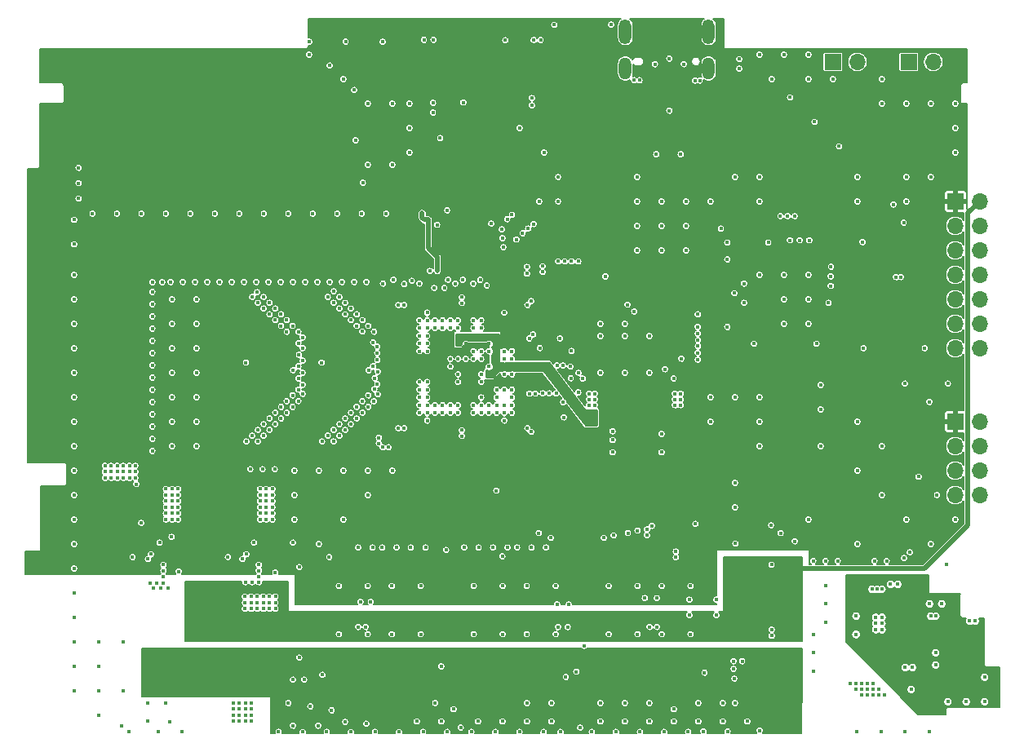
<source format=gbr>
%TF.GenerationSoftware,KiCad,Pcbnew,(5.1.8-0-10_14)*%
%TF.CreationDate,2021-02-17T10:46:27+00:00*%
%TF.ProjectId,sd2snes_ecp5,73643273-6e65-4735-9f65-6370352e6b69,B*%
%TF.SameCoordinates,Original*%
%TF.FileFunction,Copper,L3,Inr*%
%TF.FilePolarity,Positive*%
%FSLAX46Y46*%
G04 Gerber Fmt 4.6, Leading zero omitted, Abs format (unit mm)*
G04 Created by KiCad (PCBNEW (5.1.8-0-10_14)) date 2021-02-17 10:46:27*
%MOMM*%
%LPD*%
G01*
G04 APERTURE LIST*
%TA.AperFunction,ComponentPad*%
%ADD10O,1.300000X2.300000*%
%TD*%
%TA.AperFunction,ComponentPad*%
%ADD11O,1.300000X2.600000*%
%TD*%
%TA.AperFunction,ComponentPad*%
%ADD12O,1.700000X1.700000*%
%TD*%
%TA.AperFunction,ComponentPad*%
%ADD13R,1.700000X1.700000*%
%TD*%
%TA.AperFunction,ViaPad*%
%ADD14C,0.450000*%
%TD*%
%TA.AperFunction,Conductor*%
%ADD15C,0.500000*%
%TD*%
%TA.AperFunction,Conductor*%
%ADD16C,0.400000*%
%TD*%
%TA.AperFunction,Conductor*%
%ADD17C,0.127000*%
%TD*%
%TA.AperFunction,Conductor*%
%ADD18C,0.100000*%
%TD*%
%TA.AperFunction,Conductor*%
%ADD19C,0.254000*%
%TD*%
G04 APERTURE END LIST*
D10*
%TO.N,/MCU/SHIELD*%
%TO.C,J301*%
X161480000Y-77775000D03*
X170120000Y-77775000D03*
D11*
X161480000Y-73950000D03*
X170120000Y-73950000D03*
%TD*%
D12*
%TO.N,/FPGA/FPGA_TP1*%
%TO.C,J501*%
X198260000Y-122060000D03*
%TO.N,/FPGA/FPGA_TP0*%
X195720000Y-122060000D03*
%TO.N,/FPGA/FPGA_TMS*%
X198260000Y-119520000D03*
%TO.N,/FPGA/FPGA_TDO*%
X195720000Y-119520000D03*
%TO.N,/FPGA/FPGA_TDI*%
X198260000Y-116980000D03*
%TO.N,/FPGA/FPGA_TCK*%
X195720000Y-116980000D03*
%TO.N,GND*%
X198260000Y-114440000D03*
D13*
%TO.N,+3V3*%
X195720000Y-114440000D03*
%TD*%
D12*
%TO.N,TX0*%
%TO.C,P303*%
X198260000Y-106820000D03*
%TO.N,RX0*%
X195720000Y-106820000D03*
%TO.N,EXT_TDO*%
X198260000Y-104280000D03*
%TO.N,EXT_TDI*%
X195720000Y-104280000D03*
%TO.N,TMS*%
X198260000Y-101740000D03*
%TO.N,~TRST*%
X195720000Y-101740000D03*
%TO.N,TCK*%
X198260000Y-99200000D03*
%TO.N,RX3*%
X195720000Y-99200000D03*
%TO.N,TX3*%
X198260000Y-96660000D03*
%TO.N,~RESET*%
X195720000Y-96660000D03*
%TO.N,P2.10*%
X198260000Y-94120000D03*
%TO.N,GND*%
X195720000Y-94120000D03*
%TO.N,+5V*%
X198260000Y-91580000D03*
D13*
%TO.N,+3V3*%
X195720000Y-91580000D03*
%TD*%
D12*
%TO.N,Net-(P302-Pad2)*%
%TO.C,P302*%
X185560000Y-77100000D03*
D13*
%TO.N,GND*%
X183020000Y-77100000D03*
%TD*%
D12*
%TO.N,~RESET*%
%TO.C,P301*%
X193430000Y-77100000D03*
D13*
%TO.N,GND*%
X190890000Y-77100000D03*
%TD*%
D14*
%TO.N,+BATT*%
X182823345Y-98364345D03*
X134250006Y-89650000D03*
%TO.N,GND*%
X152120000Y-111525000D03*
X122115000Y-108311490D03*
X151320000Y-102325000D03*
X151320000Y-115125000D03*
X146520000Y-107125000D03*
X145720000Y-107125000D03*
X145720000Y-107925000D03*
X146520000Y-107925000D03*
X144520000Y-102125000D03*
X140920000Y-103125000D03*
X138520000Y-102325000D03*
X138520000Y-115125000D03*
X140920000Y-114325000D03*
X148920000Y-114325000D03*
X137250000Y-136500000D03*
X134750000Y-136500000D03*
X131750000Y-136500000D03*
X131750000Y-131500000D03*
X134750000Y-131500000D03*
X137250000Y-131500000D03*
X145750000Y-131500000D03*
X148750000Y-131500000D03*
X151250000Y-131500000D03*
X154250000Y-131500000D03*
X154250000Y-136500000D03*
X151250000Y-136500000D03*
X148750000Y-136500000D03*
X145750000Y-136500000D03*
X159750000Y-131500000D03*
X162750000Y-131500000D03*
X168250000Y-131500000D03*
X168250000Y-136500000D03*
X165250000Y-136500000D03*
X162750000Y-136500000D03*
X159750000Y-136500000D03*
X140250000Y-136500000D03*
X140250000Y-131500000D03*
X155600000Y-133400000D03*
X154400000Y-133400000D03*
X165250000Y-131500000D03*
X163500000Y-132750000D03*
X164750000Y-132750000D03*
X134000000Y-133150000D03*
X135050000Y-133150000D03*
X176670000Y-136030000D03*
X176670000Y-136665000D03*
X176650000Y-129300000D03*
X122745000Y-131100000D03*
X121745000Y-128700000D03*
X122045000Y-131100000D03*
X122145000Y-128200000D03*
X123445000Y-131100000D03*
X123445000Y-129300000D03*
X113545000Y-129300000D03*
X113545000Y-129900000D03*
X111945000Y-128700000D03*
X112245000Y-128200000D03*
X115145000Y-130000000D03*
X112845000Y-131200000D03*
X113545000Y-131200000D03*
X113545000Y-130500000D03*
X123445000Y-129900000D03*
X123445000Y-130500000D03*
X125145000Y-130100000D03*
X112145000Y-131200000D03*
X120790000Y-143650000D03*
X121425000Y-143650000D03*
X122060000Y-143650000D03*
X122695000Y-143650000D03*
X120790000Y-144285000D03*
X121425000Y-144285000D03*
X122060000Y-144285000D03*
X122695000Y-144285000D03*
X120790000Y-144920000D03*
X121425000Y-144920000D03*
X122060000Y-144920000D03*
X122695000Y-144920000D03*
X120790000Y-145555000D03*
X121425000Y-145555000D03*
X122060000Y-145555000D03*
X122695000Y-145555000D03*
X122000000Y-132600000D03*
X112500000Y-131750000D03*
X113250000Y-131750000D03*
X114000000Y-131750000D03*
X184800000Y-141600000D03*
X185400000Y-141600000D03*
X185400000Y-142200000D03*
X186000000Y-142200000D03*
X186000000Y-141600000D03*
X186600000Y-142200000D03*
X187200000Y-142200000D03*
X186600000Y-141600000D03*
X186000000Y-142800000D03*
X186600000Y-142800000D03*
X187200000Y-142800000D03*
X180564000Y-95605000D03*
X176314000Y-95854990D03*
X172064010Y-97605000D03*
X172064000Y-104605000D03*
X174814000Y-106355000D03*
X181314000Y-106354986D03*
X182564000Y-102105000D03*
X190364000Y-93792000D03*
X189300000Y-91900000D03*
X146520000Y-109525000D03*
X146520000Y-110325000D03*
X144920000Y-107925000D03*
X144120000Y-107925000D03*
X143320000Y-107925000D03*
X140582000Y-74805000D03*
X141582000Y-74805000D03*
X141532000Y-81355000D03*
X141532000Y-82355000D03*
X151782000Y-80855000D03*
X151782000Y-81605000D03*
X151982000Y-74830000D03*
X152685373Y-74830000D03*
X104749000Y-88080000D03*
X104749000Y-89680000D03*
X104749000Y-91280000D03*
X190064000Y-99434490D03*
X189564000Y-99434490D03*
X182800000Y-100350000D03*
X141950000Y-94000000D03*
X129967500Y-108311490D03*
X163720000Y-126225000D03*
X163720000Y-125625000D03*
X166720000Y-127925000D03*
X166720000Y-128525000D03*
X151500000Y-105800000D03*
X152900000Y-98300000D03*
X152900000Y-98900000D03*
X136900000Y-117100000D03*
X136300000Y-117100000D03*
X135900000Y-116700000D03*
X135900000Y-116100000D03*
X166620000Y-112725000D03*
X167220000Y-112725000D03*
X166620000Y-112125000D03*
X167220000Y-112125000D03*
X167220000Y-111525000D03*
X166620000Y-111525000D03*
X158320000Y-112725000D03*
X157720000Y-112725000D03*
X157720000Y-112125000D03*
X157720000Y-111525000D03*
X158320000Y-111525000D03*
X158320000Y-112125000D03*
X171590000Y-145555000D03*
X171590000Y-143650000D03*
X169050000Y-145555000D03*
X169050000Y-143650000D03*
X113805000Y-121425000D03*
X123584000Y-121425000D03*
X122635000Y-132600000D03*
X123270000Y-132600000D03*
X123905000Y-132600000D03*
X124540000Y-132600000D03*
X125175000Y-132600000D03*
X122000000Y-133235000D03*
X122635000Y-133235000D03*
X123270000Y-133235000D03*
X123905000Y-133235000D03*
X124540000Y-133235000D03*
X125175000Y-133235000D03*
X122000000Y-133870000D03*
X122635000Y-133870000D03*
X123270000Y-133870000D03*
X123905000Y-133870000D03*
X124540000Y-133870000D03*
X125175000Y-133870000D03*
X187200000Y-141600000D03*
X187800000Y-142200000D03*
X187800000Y-142800000D03*
X188400000Y-142800000D03*
X146520000Y-104725000D03*
X148920000Y-111125000D03*
X148120000Y-111125000D03*
X148100000Y-121600000D03*
X152500000Y-126000000D03*
X193180000Y-81420000D03*
X193180000Y-89040000D03*
X190640000Y-91580000D03*
X190640000Y-81420000D03*
X188100000Y-81420000D03*
X185560000Y-91580000D03*
X165240000Y-91580000D03*
X167780000Y-91580000D03*
X170320000Y-91580000D03*
X154500000Y-91580000D03*
X152540000Y-91580000D03*
X153048000Y-86500000D03*
X128664000Y-76340000D03*
X132220000Y-78880000D03*
X134760000Y-81420000D03*
X137300000Y-81420000D03*
X104280000Y-104280000D03*
X104280000Y-106820000D03*
X104280000Y-109360000D03*
X104280000Y-111900000D03*
X104280000Y-114440000D03*
X104280000Y-116980000D03*
X104280000Y-119520000D03*
X104280000Y-122060000D03*
X104280000Y-124600000D03*
X104280000Y-127140000D03*
X104280000Y-129680000D03*
X104280000Y-132220000D03*
X104280000Y-134760000D03*
X104280000Y-137300000D03*
X104280000Y-139840000D03*
X104280000Y-142380000D03*
X106820000Y-142380000D03*
X106820000Y-139840000D03*
X106820000Y-137300000D03*
X109360000Y-137300000D03*
X109360000Y-142380000D03*
X106820000Y-144920000D03*
X116980000Y-104280000D03*
X114440000Y-104280000D03*
X114440000Y-106820000D03*
X114440000Y-109360000D03*
X114440000Y-111900000D03*
X114440000Y-114440000D03*
X114440000Y-116980000D03*
X116980000Y-116980000D03*
X116980000Y-114440000D03*
X116980000Y-111900000D03*
X116980000Y-109360000D03*
X116980000Y-106820000D03*
X129680000Y-119520000D03*
X127140000Y-119520000D03*
X127140000Y-122060000D03*
X127140000Y-124600000D03*
X129680000Y-127140000D03*
X132220000Y-124600000D03*
X134760000Y-122060000D03*
X137300000Y-119520000D03*
X134760000Y-119520000D03*
X132220000Y-119520000D03*
X175400000Y-111900000D03*
X175400000Y-114440000D03*
X175400000Y-116980000D03*
X170320000Y-114440000D03*
X170320000Y-111900000D03*
X172860000Y-111900000D03*
X185560000Y-114440000D03*
X188100000Y-116980000D03*
X195720000Y-124600000D03*
X193180000Y-127140000D03*
X190640000Y-124600000D03*
X188100000Y-122060000D03*
X185560000Y-119520000D03*
X181750000Y-116980000D03*
X185560000Y-127140000D03*
X180480000Y-124600000D03*
X142380000Y-139840000D03*
X180480000Y-104280000D03*
X175400000Y-99200000D03*
X180480000Y-99200000D03*
X180480000Y-101740000D03*
X177940000Y-101740000D03*
X177940000Y-99200000D03*
X177940000Y-104280000D03*
X150508000Y-83960000D03*
X154400000Y-108600000D03*
X155000000Y-108600000D03*
X166510000Y-145555000D03*
X166510000Y-144285000D03*
X163970000Y-143650000D03*
X163970000Y-145555000D03*
X161430000Y-145555000D03*
X161430000Y-143650000D03*
X158890000Y-143650000D03*
X158890000Y-145555000D03*
X153810000Y-143650000D03*
X153810000Y-145555000D03*
X151270000Y-145555000D03*
X151270000Y-143650000D03*
X148730000Y-145555000D03*
X146190000Y-145555000D03*
X143650000Y-144285000D03*
X142380000Y-145555000D03*
X139840000Y-145555000D03*
X141745000Y-143650000D03*
X126505000Y-143650000D03*
X111900000Y-145555000D03*
X111900000Y-143650000D03*
X113805000Y-143650000D03*
X131000000Y-144400000D03*
X129600000Y-146000000D03*
X128800000Y-144000000D03*
X127000000Y-146000000D03*
X132400000Y-145600000D03*
X134600000Y-145800000D03*
X114200000Y-145600000D03*
X109200000Y-146000000D03*
X144400000Y-146200000D03*
X156800000Y-146200000D03*
X144520000Y-115325000D03*
X166050000Y-82150000D03*
X151520000Y-111529021D03*
X180480000Y-78880000D03*
X180480000Y-76340000D03*
X177940000Y-76340000D03*
X175400000Y-76340000D03*
X176670000Y-78880000D03*
X178575000Y-80785000D03*
X181115000Y-83325000D03*
X183655000Y-85865000D03*
X183020000Y-78880000D03*
X188100000Y-78880000D03*
X185560000Y-89040000D03*
X195720000Y-81420000D03*
X195720000Y-83960000D03*
X195720000Y-86500000D03*
X190640000Y-89040000D03*
X139078000Y-81420000D03*
X139078000Y-83960000D03*
X139078000Y-86500000D03*
X173800000Y-102100000D03*
X173794000Y-100100000D03*
X172800000Y-101100000D03*
X186100000Y-95800000D03*
X104280000Y-101740000D03*
X104280000Y-99200000D03*
X104280000Y-96025000D03*
X104280000Y-93485000D03*
X106185000Y-92850000D03*
X108725000Y-92850000D03*
X111265000Y-92850000D03*
X113805000Y-92850000D03*
X116345000Y-92850000D03*
X118885000Y-92850000D03*
X121425000Y-92850000D03*
X123965000Y-92850000D03*
X126505000Y-92850000D03*
X129045000Y-92850000D03*
X131585000Y-92850000D03*
X134125000Y-92850000D03*
X136665000Y-92850000D03*
X116980000Y-101740000D03*
X114440000Y-101740000D03*
X148120000Y-111925000D03*
X146520000Y-111925000D03*
X151700000Y-115500000D03*
X144520000Y-115925000D03*
X137920000Y-115125000D03*
X151900000Y-105400000D03*
X151720000Y-101925000D03*
X144520000Y-101525000D03*
X137920000Y-102325000D03*
X126990000Y-109097989D03*
X134840983Y-109102195D03*
X149022999Y-74845999D03*
X168120000Y-132925000D03*
X168120000Y-134525000D03*
X172860000Y-143650000D03*
X174130000Y-145555000D03*
X188989000Y-131331000D03*
X187465000Y-135395000D03*
X188100000Y-135395000D03*
X189751000Y-131331000D03*
X187465000Y-136030000D03*
X188100000Y-136030000D03*
X190513000Y-139967000D03*
X191275000Y-139967000D03*
X193688000Y-134633000D03*
X193180000Y-134633000D03*
X188100000Y-134760000D03*
X187465000Y-134760000D03*
X197800000Y-135141000D03*
X197200000Y-135141000D03*
X188100000Y-131839000D03*
X187592000Y-131839000D03*
X187084000Y-131839000D03*
X114440000Y-121425000D03*
X115075000Y-121425000D03*
X113805000Y-122060000D03*
X114440000Y-122060000D03*
X115075000Y-122060000D03*
X113805000Y-122695000D03*
X114440000Y-122695000D03*
X115075000Y-122695000D03*
X113805000Y-123330000D03*
X114440000Y-123330000D03*
X115075000Y-123330000D03*
X113805000Y-123965000D03*
X114440000Y-123965000D03*
X115075000Y-123965000D03*
X113805000Y-124600000D03*
X114440000Y-124600000D03*
X115075000Y-124600000D03*
X124219000Y-121425000D03*
X124854000Y-121425000D03*
X123584000Y-122060000D03*
X124219000Y-122060000D03*
X124854000Y-122060000D03*
X123584000Y-122695000D03*
X124219000Y-122695000D03*
X124854000Y-122695000D03*
X123584000Y-123330000D03*
X124219000Y-123330000D03*
X124854000Y-123330000D03*
X123584000Y-123965000D03*
X124219000Y-123965000D03*
X124854000Y-123965000D03*
X123584000Y-124600000D03*
X124219000Y-124600000D03*
X124854000Y-124600000D03*
X169700000Y-140500000D03*
X127635000Y-138938000D03*
X130048000Y-140716000D03*
X142875000Y-127762000D03*
X134620000Y-99949000D03*
X133350000Y-99949000D03*
X132080000Y-99949000D03*
X130810000Y-99949000D03*
X129540000Y-99949000D03*
X128270000Y-99949000D03*
X127000000Y-99949000D03*
X125730000Y-99949000D03*
X124460000Y-99949000D03*
X123190000Y-99949000D03*
X121920000Y-99949000D03*
X120650000Y-99949000D03*
X119380000Y-99949000D03*
X118110000Y-99949000D03*
X116840000Y-99949000D03*
X115570000Y-99949000D03*
X114300000Y-99949000D03*
X112395000Y-100965000D03*
X112395000Y-102235000D03*
X112395000Y-103505000D03*
X112395000Y-104775000D03*
X112395000Y-106045000D03*
X112395000Y-107315000D03*
X112395000Y-108585000D03*
X112395000Y-109855000D03*
X112395000Y-111125000D03*
X112395000Y-112395000D03*
X112395000Y-113665000D03*
X112395000Y-114935000D03*
X112395000Y-116205000D03*
X112395000Y-117475000D03*
X190500000Y-110490000D03*
X194945000Y-110490000D03*
X193040000Y-112395000D03*
X182245000Y-131445000D03*
X182245000Y-133350000D03*
X182245000Y-135255000D03*
X180975000Y-136525000D03*
X180975000Y-138430000D03*
X180975000Y-140335000D03*
X127000000Y-127000000D03*
X127635000Y-129540000D03*
X180975000Y-128905000D03*
X182245000Y-128905000D03*
X183515000Y-128905000D03*
X187325000Y-128905000D03*
X188595000Y-128905000D03*
X133350000Y-80010000D03*
X130810000Y-77470000D03*
X198755000Y-140970000D03*
X198755000Y-143510000D03*
X196850000Y-143510000D03*
X194945000Y-143510000D03*
X185420000Y-136525000D03*
X185420000Y-134620000D03*
X193040000Y-133350000D03*
X194310000Y-133350000D03*
X193675000Y-138430000D03*
X193675000Y-139700000D03*
X191135000Y-142240000D03*
X125095000Y-119380000D03*
X123825000Y-119380000D03*
X122555000Y-119380000D03*
X162700000Y-91580000D03*
X162700000Y-89040000D03*
X164690000Y-86690000D03*
X167230000Y-86690000D03*
X154500000Y-89040000D03*
X137300000Y-87770000D03*
X134760000Y-87770000D03*
X133490000Y-85230000D03*
X148920000Y-103125000D03*
X151270000Y-99075000D03*
X151270000Y-98375002D03*
X167780000Y-94120000D03*
X165240000Y-94120000D03*
X162700000Y-94120000D03*
X165240000Y-96660000D03*
X167780000Y-96660000D03*
X162700000Y-96660000D03*
X175400000Y-89040000D03*
X175400000Y-91580000D03*
X172860000Y-89040000D03*
X181750000Y-110630000D03*
X181750000Y-113170000D03*
X154700000Y-105800000D03*
X144668000Y-81300000D03*
X163970000Y-105550000D03*
X161430000Y-105550000D03*
X158890000Y-105550000D03*
X158890000Y-104280000D03*
X161430000Y-104280000D03*
X163970000Y-109360000D03*
X161430000Y-109360000D03*
X158890000Y-109360000D03*
X156600000Y-111400000D03*
X155000000Y-112400000D03*
X148730000Y-95390000D03*
X172860000Y-120790000D03*
X172860000Y-123330000D03*
X165240000Y-117615000D03*
X165240000Y-115710000D03*
X160160000Y-116345000D03*
X160160000Y-117615000D03*
X191910000Y-120155000D03*
X193815000Y-122060000D03*
X192545000Y-106820000D03*
X186195000Y-106820000D03*
X113424000Y-99962000D03*
X112408000Y-99962000D03*
X154100000Y-73250000D03*
X160000000Y-73225000D03*
X162400000Y-79000000D03*
X162950000Y-79000000D03*
X168700000Y-79025000D03*
X169200000Y-79025000D03*
X166050000Y-76750000D03*
X173300000Y-76800000D03*
X173300000Y-77800000D03*
X141196490Y-98800000D03*
%TO.N,+5V*%
X113145000Y-127000000D03*
X176670000Y-130315000D03*
X176670000Y-130950000D03*
X166750000Y-136500000D03*
X152750000Y-136500000D03*
X147250000Y-136500000D03*
X161250000Y-136500000D03*
X138750000Y-136500000D03*
X133250000Y-136500000D03*
X122945000Y-127000000D03*
X116600000Y-132600000D03*
X120245000Y-128500000D03*
X110345000Y-128500000D03*
X117235000Y-132600000D03*
X117870000Y-132600000D03*
X118505000Y-132600000D03*
X119140000Y-132600000D03*
X119775000Y-132600000D03*
X116600000Y-133235000D03*
X117235000Y-133235000D03*
X117870000Y-133235000D03*
X118505000Y-133235000D03*
X119140000Y-133235000D03*
X119775000Y-133235000D03*
X116600000Y-133870000D03*
X117235000Y-133870000D03*
X117870000Y-133870000D03*
X118505000Y-133870000D03*
X119140000Y-133870000D03*
X119775000Y-133870000D03*
%TO.N,/SNES Slot/SNES_EXT_REFRESH*%
X110000000Y-146648258D03*
X128143000Y-141224000D03*
%TO.N,/Memory/SRAM_VDD*%
X140400000Y-93300000D03*
X140400000Y-92800000D03*
X141973510Y-98800000D03*
X141022500Y-94000000D03*
%TO.N,CIC_DATA0*%
X177600000Y-126000000D03*
X172700000Y-140100000D03*
%TO.N,CIC_DATA1*%
X176600000Y-125200000D03*
X172700000Y-139300000D03*
%TO.N,+3.3VDAC*%
X185052000Y-131839000D03*
X185560000Y-131839000D03*
X186068000Y-131839000D03*
X196355000Y-136792000D03*
X197117000Y-136792000D03*
X194958000Y-134633000D03*
X194450000Y-134633000D03*
%TO.N,+5VL*%
X176670000Y-143650000D03*
X177305000Y-143650000D03*
X177940000Y-143650000D03*
X178575000Y-143650000D03*
X176670000Y-144285000D03*
X177305000Y-144285000D03*
X177940000Y-144285000D03*
X178575000Y-144285000D03*
X176670000Y-144920000D03*
X177305000Y-144920000D03*
X177940000Y-144920000D03*
X178575000Y-144920000D03*
X176670000Y-145555000D03*
X177305000Y-145555000D03*
X177940000Y-145555000D03*
X178575000Y-145555000D03*
X115200000Y-138400000D03*
X111720000Y-140625000D03*
X115835000Y-138400000D03*
X116470000Y-138400000D03*
X117105000Y-138400000D03*
X117740000Y-138400000D03*
X118375000Y-138400000D03*
X115200000Y-139035000D03*
X115835000Y-139035000D03*
X116470000Y-139035000D03*
X117105000Y-139035000D03*
X117740000Y-139035000D03*
X118375000Y-139035000D03*
X115200000Y-139670000D03*
X115835000Y-139670000D03*
X116470000Y-139670000D03*
X117105000Y-139670000D03*
X117740000Y-139670000D03*
X118375000Y-139670000D03*
%TO.N,/SNES Slot/SNES_EXT_D6*%
X163000000Y-146648258D03*
%TO.N,/SNES Slot/SNES_EXT_D7*%
X165500000Y-146648258D03*
%TO.N,/SNES Slot/SNES_EXT_D4*%
X158000000Y-146648258D03*
%TO.N,/SNES Slot/SNES_EXT_D5*%
X160500000Y-146648258D03*
%TO.N,/SNES Slot/SNES_EXT_SYS_CLK*%
X127000000Y-141224000D03*
%TO.N,EXT_CIC_DATA1*%
X169584450Y-146600000D03*
%TO.N,CIC_RESET*%
X172083810Y-146600000D03*
X172800000Y-141100000D03*
%TO.N,/SNES Slot/SNES_EXT_PA7*%
X113000000Y-146648228D03*
%TO.N,/SNES Slot/SNES_EXT_A12*%
X125500000Y-146648258D03*
%TO.N,/SNES Slot/SNES_EXT_A13*%
X128000000Y-146648258D03*
%TO.N,/SNES Slot/SNES_EXT_A14*%
X130500000Y-146648258D03*
%TO.N,/SNES Slot/SNES_EXT_A15*%
X133000000Y-146648258D03*
%TO.N,/SNES Slot/SNES_EXT_A16*%
X135500000Y-146648258D03*
%TO.N,/SNES Slot/SNES_EXT_A17*%
X138000000Y-146648258D03*
%TO.N,/SNES Slot/SNES_EXT_A18*%
X140500000Y-146648258D03*
%TO.N,/SNES Slot/SNES_EXT_A19*%
X143000000Y-146648258D03*
%TO.N,/SNES Slot/SNES_EXT_A20*%
X145500000Y-146648192D03*
%TO.N,/SNES Slot/SNES_EXT_A21*%
X148000000Y-146648258D03*
%TO.N,/SNES Slot/SNES_EXT_A22*%
X150500000Y-146648258D03*
%TO.N,/SNES Slot/SNES_EXT_A23*%
X153000000Y-146648258D03*
%TO.N,/SNES Slot/SNES_EXT_CPU_CLK*%
X155303206Y-140947356D03*
%TO.N,/SNES Slot/SNES_EXT_PA1*%
X185500000Y-146648258D03*
%TO.N,/SNES Slot/SNES_EXT_PA3*%
X188000000Y-146648258D03*
%TO.N,/SNES Slot/SNES_EXT_PA5*%
X190500000Y-146648258D03*
%TO.N,AUDIO_R*%
X193053000Y-146648258D03*
%TO.N,SD_CLK*%
X169003714Y-106600004D03*
X150820000Y-94875000D03*
%TO.N,SD_CMD*%
X169000000Y-108000000D03*
X150170000Y-95525000D03*
%TO.N,P2.10*%
X172064000Y-95855000D03*
%TO.N,DAC_MCLK*%
X190400000Y-128600000D03*
X152920000Y-111500000D03*
%TO.N,DAC_LRCK*%
X191000000Y-128000000D03*
X153600000Y-111500000D03*
%TO.N,+3V3*%
X142200000Y-90300000D03*
X142200000Y-89700000D03*
X141700000Y-89100000D03*
X141100000Y-89100000D03*
X162520000Y-111725000D03*
X137700000Y-117100000D03*
X138300000Y-117100000D03*
X138700000Y-116700000D03*
X138700000Y-116100000D03*
X151320000Y-99925000D03*
X151320000Y-100675000D03*
X152900000Y-100625000D03*
X152900000Y-99925000D03*
X166620000Y-114025000D03*
X166620000Y-114625000D03*
X167220000Y-114625000D03*
X126990000Y-108311490D03*
X122115000Y-109115522D03*
X185300000Y-102350000D03*
X135649000Y-73800000D03*
X139459000Y-73800000D03*
X131839000Y-73800000D03*
X194700000Y-79640000D03*
X182064000Y-95605000D03*
X121145000Y-124950000D03*
X124345000Y-126400000D03*
X147320000Y-106325000D03*
X166750000Y-131500000D03*
X161250000Y-131500000D03*
X152750000Y-131500000D03*
X147250000Y-131500000D03*
X138750000Y-131500000D03*
X133250000Y-131500000D03*
X185052000Y-128283000D03*
X185560000Y-128283000D03*
X186068000Y-128283000D03*
X117000000Y-119000000D03*
X175314000Y-95855000D03*
X172064000Y-96605000D03*
X172064000Y-103605000D03*
X180314010Y-106355000D03*
X182564000Y-101105000D03*
X175814000Y-106355000D03*
X175294000Y-100310000D03*
X144920000Y-109525000D03*
X144920000Y-110325000D03*
X145720000Y-109525000D03*
X145720000Y-110325000D03*
X143320000Y-107125000D03*
X144120000Y-107125000D03*
X147320000Y-110325000D03*
X143320000Y-109525000D03*
X143320000Y-110325000D03*
X144920000Y-106325000D03*
X129967500Y-109115522D03*
X126952500Y-105700002D03*
X166620000Y-113425000D03*
X167220000Y-113425000D03*
X167220000Y-114025000D03*
X120920000Y-121025000D03*
X117635000Y-119000000D03*
X118270000Y-119000000D03*
X118905000Y-119000000D03*
X119540000Y-119000000D03*
X120175000Y-119000000D03*
X117000000Y-119635000D03*
X117635000Y-119635000D03*
X118270000Y-119635000D03*
X118905000Y-119635000D03*
X119540000Y-119635000D03*
X120175000Y-119635000D03*
X117000000Y-120270000D03*
X117635000Y-120270000D03*
X118270000Y-120270000D03*
X118905000Y-120270000D03*
X119540000Y-120270000D03*
X120175000Y-120270000D03*
X146700000Y-88700000D03*
X176300000Y-101100000D03*
X175300000Y-102100000D03*
X134833276Y-108325183D03*
X134759754Y-105642994D03*
X146822992Y-74814008D03*
X154700000Y-106800000D03*
X154700000Y-104800000D03*
X143668000Y-81300000D03*
X175800000Y-104100000D03*
X175800000Y-105100000D03*
X166050000Y-81525000D03*
%TO.N,+2V5*%
X152620000Y-108725000D03*
X147320000Y-109525000D03*
X144120000Y-106325000D03*
X153220000Y-108725000D03*
X157720000Y-113425000D03*
X157720000Y-114025000D03*
X157720000Y-114625000D03*
X158320000Y-114625000D03*
X158320000Y-114025000D03*
X158320000Y-113425000D03*
%TO.N,+1V1*%
X147320000Y-107125000D03*
X111245000Y-124950000D03*
X114395008Y-126400000D03*
X143320000Y-108725000D03*
X147320000Y-108725000D03*
X144120000Y-109525000D03*
X144120000Y-110325000D03*
X110720000Y-120925000D03*
X107474000Y-119012000D03*
X108109000Y-119012000D03*
X108744000Y-119012000D03*
X109379000Y-119012000D03*
X110014000Y-119012000D03*
X110649000Y-119012000D03*
X107474000Y-119647000D03*
X108109000Y-119647000D03*
X108744000Y-119647000D03*
X109379000Y-119647000D03*
X110014000Y-119647000D03*
X110649000Y-119647000D03*
X107474000Y-120282000D03*
X108109000Y-120282000D03*
X108744000Y-120282000D03*
X109379000Y-120282000D03*
X110014000Y-120282000D03*
X110649000Y-120282000D03*
%TO.N,/FPGA/FPGA_TMS*%
X162399996Y-103000000D03*
%TO.N,/FPGA/FPGA_TDO*%
X165600000Y-109000000D03*
%TO.N,/FPGA/FPGA_TDI*%
X161700000Y-102300000D03*
%TO.N,/FPGA/FPGA_TCK*%
X167300008Y-107900000D03*
%TO.N,/Power Supply / Misc./CIC_CLK*%
X173600000Y-139300000D03*
%TO.N,/SNES Slot/~SNES_EXT_IRQ*%
X156400000Y-140400000D03*
%TO.N,~RESET*%
X182800000Y-99355000D03*
%TO.N,/SNES Slot/~SNES_EXT_WR*%
X168000000Y-146648258D03*
%TO.N,/SNES Slot/~SNES_EXT_ROMSEL*%
X154750000Y-146648258D03*
%TO.N,/SNES Slot/~SNES_EXT_PAWR*%
X115500000Y-146648258D03*
%TO.N,~SNES_RESET*%
X175416720Y-146505000D03*
X179064000Y-126855000D03*
%TO.N,~LED_READY*%
X177564000Y-93105000D03*
%TO.N,~LED_READ*%
X178314000Y-93105000D03*
%TO.N,~LED_WRITE*%
X179064000Y-93105000D03*
%TO.N,FPGA_CCLK*%
X148920000Y-107925000D03*
X155900000Y-107100000D03*
%TO.N,~RAM_WE*%
X141720000Y-104725000D03*
X138535934Y-100151495D03*
%TO.N,~RAM_OE*%
X143320000Y-103925000D03*
X143092822Y-99718402D03*
%TO.N,~ROM_WE*%
X128000000Y-111550000D03*
X135800022Y-111600000D03*
%TO.N,~ROM0_CE*%
X140920000Y-107125000D03*
X128000000Y-105700000D03*
%TO.N,~ROM_OE*%
X124552500Y-103300000D03*
X132405000Y-103300000D03*
%TO.N,FPGA_DI*%
X148920000Y-109525000D03*
X166500000Y-109950000D03*
%TO.N,FPGA_DONE*%
X149720000Y-107925000D03*
X155770000Y-108725000D03*
%TO.N,/FPGA/CFG_0*%
X148920000Y-107125000D03*
%TO.N,/FPGA/CFG_2*%
X152600000Y-106800000D03*
%TO.N,/FPGA/CFG_1*%
X149720000Y-107125000D03*
%TO.N,/FPGA/FPGA_TP0*%
X160160036Y-115425000D03*
%TO.N,/FPGA/FPGA_TP1*%
X155100000Y-114000000D03*
%TO.N,/FPGA/FPGA_LED1*%
X156620000Y-109375000D03*
X155200000Y-97800006D03*
%TO.N,/FPGA/FPGA_LED0*%
X155820000Y-109925000D03*
X154500674Y-97799994D03*
%TO.N,SD_DAT[1]*%
X169000000Y-105300000D03*
X151970000Y-93925002D03*
%TO.N,SD_DAT[0]*%
X169018529Y-105981471D03*
X151397011Y-94402011D03*
%TO.N,SD_DAT[3]*%
X169000000Y-103300000D03*
X149720000Y-92975000D03*
%TO.N,SD_DAT[2]*%
X169000000Y-104600000D03*
X149220002Y-93425000D03*
%TO.N,SNES_IRQ*%
X149720000Y-112725000D03*
%TO.N,SNES_DATA[1]*%
X148120000Y-113525000D03*
X160250000Y-126250000D03*
%TO.N,SNES_DATA[0]*%
X147320000Y-112725000D03*
X159250000Y-126500000D03*
%TO.N,SNES_DATA[3]*%
X148920000Y-113525000D03*
X162750000Y-125750000D03*
%TO.N,SNES_DATA[2]*%
X148120000Y-112725000D03*
X161750006Y-126000000D03*
%TO.N,~SNES_READ_IN*%
X149720000Y-113525000D03*
X164250000Y-125250000D03*
%TO.N,SNES_PA_IN[4]*%
X148920000Y-112725000D03*
X168750003Y-125055003D03*
%TO.N,SNES_DATABUS_DIR*%
X147320000Y-113525000D03*
X157200000Y-137700000D03*
%TO.N,SNES_ADDR_IN[6]*%
X143320000Y-112725000D03*
X144750012Y-127500000D03*
%TO.N,SNES_ADDR_IN[5]*%
X143320000Y-113525000D03*
X146250000Y-127500000D03*
%TO.N,SNES_ADDR_IN[4]*%
X144120000Y-112725000D03*
X147750000Y-127500000D03*
%TO.N,SNES_ADDR_IN[3]*%
X144120000Y-113525000D03*
X149250000Y-127500000D03*
%TO.N,SNES_ADDR_IN[2]*%
X145720000Y-113525000D03*
X150250000Y-127500000D03*
%TO.N,SNES_ADDR_IN[1]*%
X145720000Y-112725000D03*
X151749988Y-127500000D03*
%TO.N,SNES_ADDR_IN[0]*%
X146520000Y-113525000D03*
X153250000Y-127500000D03*
%TO.N,SNES_ADDR_IN[23]*%
X146520000Y-112725000D03*
X153750000Y-126500014D03*
%TO.N,SNES_SYSCLK*%
X148720000Y-128425000D03*
X130750008Y-128500000D03*
%TO.N,~SNES_PARD_IN*%
X140120000Y-113525000D03*
X133750000Y-127500004D03*
%TO.N,SNES_ADDR_IN[11]*%
X140920000Y-113525000D03*
X135250000Y-127500000D03*
%TO.N,SNES_ADDR_IN[10]*%
X141720000Y-112725000D03*
X136250000Y-127500000D03*
%TO.N,SNES_ADDR_IN[9]*%
X141720000Y-113525000D03*
X137750000Y-127500000D03*
%TO.N,SNES_ADDR_IN[8]*%
X142520000Y-112725000D03*
X139220000Y-127500000D03*
%TO.N,SNES_ADDR_IN[7]*%
X142520000Y-113525000D03*
X140750000Y-127500000D03*
%TO.N,RAM_DATA[3]*%
X145720000Y-104725000D03*
X146420000Y-99725000D03*
%TO.N,RAM_DATA[2]*%
X146520000Y-103925000D03*
X147099978Y-100300000D03*
%TO.N,RAM_ADDR[8]*%
X140120000Y-103925000D03*
X136335000Y-100112500D03*
%TO.N,RAM_ADDR[15]*%
X145720000Y-103925000D03*
X145702079Y-100117452D03*
%TO.N,RAM_ADDR[7]*%
X140920000Y-103925000D03*
X137419996Y-99725006D03*
%TO.N,RAM_ADDR[5]*%
X142520000Y-103925000D03*
X141650000Y-100550000D03*
%TO.N,RAM_ADDR[11]*%
X144120000Y-103925000D03*
X144620000Y-99725004D03*
%TO.N,RAM_ADDR[18]*%
X143320000Y-104725000D03*
X142700000Y-100550000D03*
%TO.N,RAM_ADDR[10]*%
X144120000Y-104725000D03*
X143835000Y-100112500D03*
%TO.N,RAM_ADDR[2]*%
X142520000Y-104725000D03*
X140112011Y-100112500D03*
%TO.N,RAM_ADDR[1]*%
X141720000Y-103925000D03*
X139320000Y-99825000D03*
%TO.N,ROM_ADDR[20]*%
X126952500Y-111700000D03*
X140120000Y-110325000D03*
X134805000Y-111700000D03*
%TO.N,ROM_DATA[7]*%
X135429711Y-111075289D03*
X127552500Y-111100000D03*
%TO.N,ROM_DATA[6]*%
X127550000Y-109950000D03*
X135476068Y-109913508D03*
%TO.N,ROM_DATA[2]*%
X127599996Y-107500004D03*
X135737765Y-107311673D03*
%TO.N,ROM_DATA[0]*%
X127552500Y-106300000D03*
X135314127Y-106213040D03*
%TO.N,ROM_ADDR[11]*%
X126339788Y-112311490D03*
X140920000Y-110325000D03*
X134192288Y-112311490D03*
%TO.N,ROM_DATA[5]*%
X127999992Y-110600000D03*
X135750384Y-110550664D03*
%TO.N,ROM_DATA[4]*%
X128000000Y-109350000D03*
X135800000Y-109250000D03*
%TO.N,ROM_DATA[3]*%
X128000000Y-108100000D03*
X135750000Y-108050000D03*
%TO.N,ROM_DATA[1]*%
X140120000Y-107125000D03*
X128000000Y-106799994D03*
X135750000Y-106650000D03*
%TO.N,ROM_ADDR[2]*%
X126352500Y-105100000D03*
X134191663Y-105086663D03*
%TO.N,ROM_ADDR[10]*%
X125752500Y-112900000D03*
X140120000Y-111125000D03*
X133605000Y-112900000D03*
%TO.N,ROM_ADDR[13]*%
X126952500Y-112900000D03*
X134805000Y-112900000D03*
%TO.N,ROM_ADDR[15]*%
X127551829Y-112300671D03*
X135385767Y-112333964D03*
%TO.N,ROM_ADDR[16]*%
X126352500Y-113500000D03*
X134205000Y-113500000D03*
%TO.N,ROM_ADDR[7]*%
X127550000Y-108699996D03*
X135300002Y-108700000D03*
%TO.N,ROM_ADDR[6]*%
X127552500Y-105100000D03*
X140120000Y-106325000D03*
X135402781Y-105102219D03*
%TO.N,ROM_ADDR[4]*%
X126952500Y-104500000D03*
X140920000Y-106325000D03*
X134805000Y-104500000D03*
%TO.N,ROM_ADDR[1]*%
X125752500Y-104500000D03*
X133605000Y-104500000D03*
%TO.N,ROM_ADDR[9]*%
X125152500Y-113500000D03*
X140920000Y-111125000D03*
X133005000Y-113500000D03*
%TO.N,ROM_ADDR[12]*%
X125752500Y-114100000D03*
X133605000Y-114100000D03*
%TO.N,ROM_ADDR[14]*%
X125152510Y-114700000D03*
X133005010Y-114700000D03*
%TO.N,ROM_ADDR[21]*%
X122152500Y-116500000D03*
X130005000Y-116500000D03*
%TO.N,ROM_ADDR[17]*%
X126352500Y-103900000D03*
X140120000Y-105525000D03*
X134205000Y-103900000D03*
%TO.N,ROM_ADDR[5]*%
X125152500Y-102700000D03*
X140120000Y-104725000D03*
X133005000Y-102700000D03*
%TO.N,ROM_ADDR[3]*%
X125752500Y-103300000D03*
X140920000Y-105525000D03*
X133605000Y-103300000D03*
%TO.N,ROM_ADDR[0]*%
X125152500Y-103900000D03*
X133005000Y-103900000D03*
%TO.N,ROM_ADDR[8]*%
X124552500Y-114100000D03*
X140120000Y-111925000D03*
X132405000Y-114100000D03*
%TO.N,ROM_ADDR[19]*%
X124552500Y-115300000D03*
X132405000Y-115300000D03*
%TO.N,ROM_DATA[13]*%
X123952514Y-115900000D03*
X131805014Y-115900000D03*
%TO.N,ROM_DATA[12]*%
X123352500Y-116500000D03*
X131205000Y-116500000D03*
%TO.N,ROM_DATA[11]*%
X131211250Y-100893750D03*
X123273035Y-101005025D03*
%TO.N,ROM_DATA[10]*%
X123952500Y-101500000D03*
X131805000Y-101500000D03*
%TO.N,~ROM_BHE*%
X124552500Y-102100000D03*
X140920000Y-104725000D03*
X132405000Y-102100000D03*
%TO.N,ROM_ADDR[18]*%
X123952500Y-114700000D03*
X131805000Y-114700000D03*
X140920000Y-111925000D03*
%TO.N,ROM_DATA[15]*%
X123352500Y-115300000D03*
X140120000Y-112725000D03*
X131205000Y-115300000D03*
%TO.N,ROM_DATA[14]*%
X122752484Y-115900000D03*
X140920000Y-112725000D03*
X130604984Y-115900000D03*
%TO.N,ROM_DATA[9]*%
X122752500Y-101500000D03*
X130605000Y-101500000D03*
%TO.N,ROM_DATA[8]*%
X123352500Y-102100000D03*
X131205000Y-102100000D03*
%TO.N,~ROM_BLE*%
X123952500Y-102700000D03*
X131805000Y-102700000D03*
%TO.N,DAC_SDOUT*%
X194800000Y-129300000D03*
X154300000Y-111500000D03*
%TO.N,FPGA_CLKIN*%
X171400000Y-94400000D03*
X147570000Y-93875000D03*
%TO.N,SPI_SCK*%
X148820000Y-96325000D03*
X159400000Y-99355000D03*
%TO.N,/Memory/~SDRAM_CS*%
X142999992Y-92500000D03*
%TO.N,Net-(C203-Pad1)*%
X134534858Y-135749700D03*
%TO.N,Net-(C204-Pad1)*%
X164750000Y-135750000D03*
%TO.N,Net-(C205-Pad1)*%
X155500000Y-135750000D03*
%TO.N,Net-(C206-Pad1)*%
X133750000Y-135750012D03*
%TO.N,Net-(C207-Pad1)*%
X164000000Y-135750000D03*
%TO.N,Net-(C208-Pad1)*%
X154500000Y-135750000D03*
%TO.N,Net-(D301-Pad1)*%
X136291845Y-74997863D03*
%TO.N,Net-(D302-Pad1)*%
X132449202Y-74985465D03*
%TO.N,Net-(D303-Pad1)*%
X128684000Y-75000000D03*
%TO.N,Net-(P302-Pad2)*%
X179564000Y-95605000D03*
%TO.N,Net-(U301-Pad28)*%
X178564000Y-95605000D03*
%TO.N,Net-(JP501-Pad2)*%
X149720000Y-111125000D03*
%TO.N,Net-(JP502-Pad2)*%
X149720000Y-111925000D03*
%TO.N,SD_DET*%
X169000006Y-107299994D03*
X148670000Y-94475000D03*
X142268006Y-84999994D03*
%TO.N,Net-(JP401-Pad1)*%
X172900000Y-127100000D03*
%TO.N,/FPGA/FPGA_LED2*%
X157069998Y-109975000D03*
X155900000Y-97800000D03*
%TO.N,/FPGA/FPGA_LED3*%
X149720000Y-109525000D03*
X156600000Y-97800002D03*
%TO.N,~SNES_TEST_OE*%
X170920000Y-134525000D03*
%TO.N,SNES_TEST_DIR*%
X170920000Y-132925000D03*
%TO.N,/MCU/CC1*%
X167550000Y-77325000D03*
%TO.N,/MCU/CC2*%
X164550000Y-77325000D03*
%TD*%
D15*
%TO.N,+5V*%
X192554000Y-129680000D02*
X179219000Y-129680000D01*
X197032999Y-125201001D02*
X192554000Y-129680000D01*
X197032999Y-92807001D02*
X197032999Y-125201001D01*
X198260000Y-91580000D02*
X197032999Y-92807001D01*
%TO.N,/Memory/SRAM_VDD*%
X140400000Y-92800000D02*
X140400000Y-93300000D01*
X140577500Y-93477500D02*
X140400000Y-93300000D01*
X141022500Y-93477500D02*
X140577500Y-93477500D01*
X141973510Y-97373510D02*
X141022500Y-96422500D01*
X141022500Y-96422500D02*
X141022500Y-93477500D01*
X141973510Y-98800000D02*
X141973510Y-97373510D01*
D16*
%TO.N,+2V5*%
X147872001Y-108972999D02*
X147320000Y-109525000D01*
X147872001Y-105877001D02*
X147872001Y-108972999D01*
X147767999Y-105772999D02*
X147872001Y-105877001D01*
X144120000Y-106325000D02*
X144672001Y-105772999D01*
X144672001Y-105772999D02*
X147767999Y-105772999D01*
X153220000Y-108725000D02*
X154120000Y-109625000D01*
X157401802Y-113425000D02*
X157720000Y-113425000D01*
X154120000Y-110143198D02*
X157401802Y-113425000D01*
X154120000Y-109625000D02*
X154120000Y-110143198D01*
X153220000Y-108725000D02*
X152620000Y-108725000D01*
X148120000Y-108725000D02*
X153220000Y-108725000D01*
X147872001Y-108972999D02*
X148120000Y-108725000D01*
%TD*%
D17*
%TO.N,+3V3*%
X161010785Y-72597769D02*
X160882803Y-72702802D01*
X160777770Y-72830784D01*
X160699724Y-72976799D01*
X160651663Y-73135233D01*
X160639501Y-73258717D01*
X160639500Y-74641282D01*
X160651662Y-74764766D01*
X160699723Y-74923200D01*
X160777769Y-75069215D01*
X160882802Y-75197198D01*
X161010784Y-75302231D01*
X161156799Y-75380277D01*
X161315233Y-75428338D01*
X161480000Y-75444566D01*
X161644766Y-75428338D01*
X161803200Y-75380277D01*
X161949215Y-75302231D01*
X162077198Y-75197198D01*
X162182231Y-75069216D01*
X162260277Y-74923201D01*
X162308338Y-74764767D01*
X162320500Y-74641283D01*
X162320500Y-73258717D01*
X162308338Y-73135233D01*
X162260277Y-72976799D01*
X162182231Y-72830784D01*
X162077198Y-72702802D01*
X161949216Y-72597769D01*
X161941229Y-72593500D01*
X169658772Y-72593500D01*
X169650785Y-72597769D01*
X169522803Y-72702802D01*
X169417770Y-72830784D01*
X169339724Y-72976799D01*
X169291663Y-73135233D01*
X169279501Y-73258717D01*
X169279500Y-74641282D01*
X169291662Y-74764766D01*
X169339723Y-74923200D01*
X169417769Y-75069215D01*
X169522802Y-75197198D01*
X169650784Y-75302231D01*
X169796799Y-75380277D01*
X169955233Y-75428338D01*
X170120000Y-75444566D01*
X170284766Y-75428338D01*
X170443200Y-75380277D01*
X170589215Y-75302231D01*
X170717198Y-75197198D01*
X170822231Y-75069216D01*
X170900277Y-74923201D01*
X170948338Y-74764767D01*
X170960500Y-74641283D01*
X170960500Y-73258717D01*
X170948338Y-73135233D01*
X170900277Y-72976799D01*
X170822231Y-72830784D01*
X170717198Y-72702802D01*
X170589216Y-72597769D01*
X170581229Y-72593500D01*
X171658581Y-72593500D01*
X171658580Y-75487411D01*
X171657413Y-75499260D01*
X171662072Y-75546563D01*
X171675870Y-75592048D01*
X171698276Y-75633967D01*
X171728430Y-75670710D01*
X171765173Y-75700864D01*
X171807092Y-75723270D01*
X171852577Y-75737068D01*
X171899880Y-75741727D01*
X171911728Y-75740560D01*
X196926500Y-75740560D01*
X196926500Y-79258460D01*
X196511629Y-79258460D01*
X196499780Y-79257293D01*
X196487932Y-79258460D01*
X196487931Y-79258460D01*
X196452477Y-79261952D01*
X196406992Y-79275750D01*
X196365073Y-79298156D01*
X196328330Y-79328310D01*
X196298176Y-79365053D01*
X196275770Y-79406972D01*
X196261972Y-79452457D01*
X196257313Y-79499760D01*
X196258481Y-79511619D01*
X196258480Y-81187171D01*
X196257313Y-81199020D01*
X196261972Y-81246323D01*
X196275770Y-81291808D01*
X196279509Y-81298803D01*
X196298176Y-81333727D01*
X196328330Y-81370470D01*
X196365073Y-81400624D01*
X196406992Y-81423030D01*
X196452477Y-81436828D01*
X196499780Y-81441487D01*
X196511628Y-81440320D01*
X196926500Y-81440320D01*
X196926500Y-92290540D01*
X196888767Y-92328273D01*
X196887500Y-91849875D01*
X196808125Y-91770500D01*
X195910500Y-91770500D01*
X195910500Y-92668125D01*
X195989875Y-92747500D01*
X196570000Y-92749036D01*
X196596333Y-92746443D01*
X196592499Y-92785366D01*
X196592499Y-92785372D01*
X196590369Y-92807001D01*
X196592499Y-92828630D01*
X196592499Y-93552936D01*
X196528209Y-93456720D01*
X196383280Y-93311791D01*
X196212862Y-93197920D01*
X196023503Y-93119485D01*
X195822480Y-93079500D01*
X195617520Y-93079500D01*
X195416497Y-93119485D01*
X195227138Y-93197920D01*
X195056720Y-93311791D01*
X194911791Y-93456720D01*
X194797920Y-93627138D01*
X194719485Y-93816497D01*
X194679500Y-94017520D01*
X194679500Y-94222480D01*
X194719485Y-94423503D01*
X194797920Y-94612862D01*
X194911791Y-94783280D01*
X195056720Y-94928209D01*
X195227138Y-95042080D01*
X195416497Y-95120515D01*
X195617520Y-95160500D01*
X195822480Y-95160500D01*
X196023503Y-95120515D01*
X196212862Y-95042080D01*
X196383280Y-94928209D01*
X196528209Y-94783280D01*
X196592499Y-94687064D01*
X196592499Y-96092936D01*
X196528209Y-95996720D01*
X196383280Y-95851791D01*
X196212862Y-95737920D01*
X196023503Y-95659485D01*
X195822480Y-95619500D01*
X195617520Y-95619500D01*
X195416497Y-95659485D01*
X195227138Y-95737920D01*
X195056720Y-95851791D01*
X194911791Y-95996720D01*
X194797920Y-96167138D01*
X194719485Y-96356497D01*
X194679500Y-96557520D01*
X194679500Y-96762480D01*
X194719485Y-96963503D01*
X194797920Y-97152862D01*
X194911791Y-97323280D01*
X195056720Y-97468209D01*
X195227138Y-97582080D01*
X195416497Y-97660515D01*
X195617520Y-97700500D01*
X195822480Y-97700500D01*
X196023503Y-97660515D01*
X196212862Y-97582080D01*
X196383280Y-97468209D01*
X196528209Y-97323280D01*
X196592499Y-97227064D01*
X196592499Y-98632936D01*
X196528209Y-98536720D01*
X196383280Y-98391791D01*
X196212862Y-98277920D01*
X196023503Y-98199485D01*
X195822480Y-98159500D01*
X195617520Y-98159500D01*
X195416497Y-98199485D01*
X195227138Y-98277920D01*
X195056720Y-98391791D01*
X194911791Y-98536720D01*
X194797920Y-98707138D01*
X194719485Y-98896497D01*
X194679500Y-99097520D01*
X194679500Y-99302480D01*
X194719485Y-99503503D01*
X194797920Y-99692862D01*
X194911791Y-99863280D01*
X195056720Y-100008209D01*
X195227138Y-100122080D01*
X195416497Y-100200515D01*
X195617520Y-100240500D01*
X195822480Y-100240500D01*
X196023503Y-100200515D01*
X196212862Y-100122080D01*
X196383280Y-100008209D01*
X196528209Y-99863280D01*
X196592499Y-99767064D01*
X196592499Y-101172936D01*
X196528209Y-101076720D01*
X196383280Y-100931791D01*
X196212862Y-100817920D01*
X196023503Y-100739485D01*
X195822480Y-100699500D01*
X195617520Y-100699500D01*
X195416497Y-100739485D01*
X195227138Y-100817920D01*
X195056720Y-100931791D01*
X194911791Y-101076720D01*
X194797920Y-101247138D01*
X194719485Y-101436497D01*
X194679500Y-101637520D01*
X194679500Y-101842480D01*
X194719485Y-102043503D01*
X194797920Y-102232862D01*
X194911791Y-102403280D01*
X195056720Y-102548209D01*
X195227138Y-102662080D01*
X195416497Y-102740515D01*
X195617520Y-102780500D01*
X195822480Y-102780500D01*
X196023503Y-102740515D01*
X196212862Y-102662080D01*
X196383280Y-102548209D01*
X196528209Y-102403280D01*
X196592499Y-102307064D01*
X196592499Y-103712936D01*
X196528209Y-103616720D01*
X196383280Y-103471791D01*
X196212862Y-103357920D01*
X196023503Y-103279485D01*
X195822480Y-103239500D01*
X195617520Y-103239500D01*
X195416497Y-103279485D01*
X195227138Y-103357920D01*
X195056720Y-103471791D01*
X194911791Y-103616720D01*
X194797920Y-103787138D01*
X194719485Y-103976497D01*
X194679500Y-104177520D01*
X194679500Y-104382480D01*
X194719485Y-104583503D01*
X194797920Y-104772862D01*
X194911791Y-104943280D01*
X195056720Y-105088209D01*
X195227138Y-105202080D01*
X195416497Y-105280515D01*
X195617520Y-105320500D01*
X195822480Y-105320500D01*
X196023503Y-105280515D01*
X196212862Y-105202080D01*
X196383280Y-105088209D01*
X196528209Y-104943280D01*
X196592499Y-104847064D01*
X196592499Y-106252936D01*
X196528209Y-106156720D01*
X196383280Y-106011791D01*
X196212862Y-105897920D01*
X196023503Y-105819485D01*
X195822480Y-105779500D01*
X195617520Y-105779500D01*
X195416497Y-105819485D01*
X195227138Y-105897920D01*
X195056720Y-106011791D01*
X194911791Y-106156720D01*
X194797920Y-106327138D01*
X194719485Y-106516497D01*
X194679500Y-106717520D01*
X194679500Y-106922480D01*
X194719485Y-107123503D01*
X194797920Y-107312862D01*
X194911791Y-107483280D01*
X195056720Y-107628209D01*
X195227138Y-107742080D01*
X195416497Y-107820515D01*
X195617520Y-107860500D01*
X195822480Y-107860500D01*
X196023503Y-107820515D01*
X196212862Y-107742080D01*
X196383280Y-107628209D01*
X196528209Y-107483280D01*
X196592499Y-107387064D01*
X196592500Y-113273180D01*
X196570000Y-113270964D01*
X195989875Y-113272500D01*
X195910500Y-113351875D01*
X195910500Y-114249500D01*
X195930500Y-114249500D01*
X195930500Y-114630500D01*
X195910500Y-114630500D01*
X195910500Y-115528125D01*
X195989875Y-115607500D01*
X196570000Y-115609036D01*
X196592500Y-115606820D01*
X196592500Y-116412937D01*
X196528209Y-116316720D01*
X196383280Y-116171791D01*
X196212862Y-116057920D01*
X196023503Y-115979485D01*
X195822480Y-115939500D01*
X195617520Y-115939500D01*
X195416497Y-115979485D01*
X195227138Y-116057920D01*
X195056720Y-116171791D01*
X194911791Y-116316720D01*
X194797920Y-116487138D01*
X194719485Y-116676497D01*
X194679500Y-116877520D01*
X194679500Y-117082480D01*
X194719485Y-117283503D01*
X194797920Y-117472862D01*
X194911791Y-117643280D01*
X195056720Y-117788209D01*
X195227138Y-117902080D01*
X195416497Y-117980515D01*
X195617520Y-118020500D01*
X195822480Y-118020500D01*
X196023503Y-117980515D01*
X196212862Y-117902080D01*
X196383280Y-117788209D01*
X196528209Y-117643280D01*
X196592500Y-117547063D01*
X196592500Y-118952937D01*
X196528209Y-118856720D01*
X196383280Y-118711791D01*
X196212862Y-118597920D01*
X196023503Y-118519485D01*
X195822480Y-118479500D01*
X195617520Y-118479500D01*
X195416497Y-118519485D01*
X195227138Y-118597920D01*
X195056720Y-118711791D01*
X194911791Y-118856720D01*
X194797920Y-119027138D01*
X194719485Y-119216497D01*
X194679500Y-119417520D01*
X194679500Y-119622480D01*
X194719485Y-119823503D01*
X194797920Y-120012862D01*
X194911791Y-120183280D01*
X195056720Y-120328209D01*
X195227138Y-120442080D01*
X195416497Y-120520515D01*
X195617520Y-120560500D01*
X195822480Y-120560500D01*
X196023503Y-120520515D01*
X196212862Y-120442080D01*
X196383280Y-120328209D01*
X196528209Y-120183280D01*
X196592500Y-120087063D01*
X196592500Y-121492937D01*
X196528209Y-121396720D01*
X196383280Y-121251791D01*
X196212862Y-121137920D01*
X196023503Y-121059485D01*
X195822480Y-121019500D01*
X195617520Y-121019500D01*
X195416497Y-121059485D01*
X195227138Y-121137920D01*
X195056720Y-121251791D01*
X194911791Y-121396720D01*
X194797920Y-121567138D01*
X194719485Y-121756497D01*
X194679500Y-121957520D01*
X194679500Y-122162480D01*
X194719485Y-122363503D01*
X194797920Y-122552862D01*
X194911791Y-122723280D01*
X195056720Y-122868209D01*
X195227138Y-122982080D01*
X195416497Y-123060515D01*
X195617520Y-123100500D01*
X195822480Y-123100500D01*
X196023503Y-123060515D01*
X196212862Y-122982080D01*
X196383280Y-122868209D01*
X196528209Y-122723280D01*
X196592500Y-122627063D01*
X196592500Y-125018539D01*
X192371540Y-129239500D01*
X188842266Y-129239500D01*
X188859866Y-129227740D01*
X188917740Y-129169866D01*
X188963211Y-129101813D01*
X188994532Y-129026197D01*
X189010500Y-128945923D01*
X189010500Y-128864077D01*
X188994532Y-128783803D01*
X188963211Y-128708187D01*
X188917740Y-128640134D01*
X188859866Y-128582260D01*
X188825170Y-128559077D01*
X189984500Y-128559077D01*
X189984500Y-128640923D01*
X190000468Y-128721197D01*
X190031789Y-128796813D01*
X190077260Y-128864866D01*
X190135134Y-128922740D01*
X190203187Y-128968211D01*
X190278803Y-128999532D01*
X190359077Y-129015500D01*
X190440923Y-129015500D01*
X190521197Y-128999532D01*
X190596813Y-128968211D01*
X190664866Y-128922740D01*
X190722740Y-128864866D01*
X190768211Y-128796813D01*
X190799532Y-128721197D01*
X190815500Y-128640923D01*
X190815500Y-128559077D01*
X190799532Y-128478803D01*
X190768211Y-128403187D01*
X190722740Y-128335134D01*
X190664866Y-128277260D01*
X190596813Y-128231789D01*
X190521197Y-128200468D01*
X190440923Y-128184500D01*
X190359077Y-128184500D01*
X190278803Y-128200468D01*
X190203187Y-128231789D01*
X190135134Y-128277260D01*
X190077260Y-128335134D01*
X190031789Y-128403187D01*
X190000468Y-128478803D01*
X189984500Y-128559077D01*
X188825170Y-128559077D01*
X188791813Y-128536789D01*
X188716197Y-128505468D01*
X188635923Y-128489500D01*
X188554077Y-128489500D01*
X188473803Y-128505468D01*
X188398187Y-128536789D01*
X188330134Y-128582260D01*
X188272260Y-128640134D01*
X188226789Y-128708187D01*
X188195468Y-128783803D01*
X188179500Y-128864077D01*
X188179500Y-128945923D01*
X188195468Y-129026197D01*
X188226789Y-129101813D01*
X188272260Y-129169866D01*
X188330134Y-129227740D01*
X188347734Y-129239500D01*
X187572266Y-129239500D01*
X187589866Y-129227740D01*
X187647740Y-129169866D01*
X187693211Y-129101813D01*
X187724532Y-129026197D01*
X187740500Y-128945923D01*
X187740500Y-128864077D01*
X187724532Y-128783803D01*
X187693211Y-128708187D01*
X187647740Y-128640134D01*
X187589866Y-128582260D01*
X187521813Y-128536789D01*
X187446197Y-128505468D01*
X187365923Y-128489500D01*
X187284077Y-128489500D01*
X187203803Y-128505468D01*
X187128187Y-128536789D01*
X187060134Y-128582260D01*
X187002260Y-128640134D01*
X186956789Y-128708187D01*
X186925468Y-128783803D01*
X186909500Y-128864077D01*
X186909500Y-128945923D01*
X186925468Y-129026197D01*
X186956789Y-129101813D01*
X187002260Y-129169866D01*
X187060134Y-129227740D01*
X187077734Y-129239500D01*
X183762266Y-129239500D01*
X183779866Y-129227740D01*
X183837740Y-129169866D01*
X183883211Y-129101813D01*
X183914532Y-129026197D01*
X183930500Y-128945923D01*
X183930500Y-128864077D01*
X183914532Y-128783803D01*
X183883211Y-128708187D01*
X183837740Y-128640134D01*
X183779866Y-128582260D01*
X183711813Y-128536789D01*
X183636197Y-128505468D01*
X183555923Y-128489500D01*
X183474077Y-128489500D01*
X183393803Y-128505468D01*
X183318187Y-128536789D01*
X183250134Y-128582260D01*
X183192260Y-128640134D01*
X183146789Y-128708187D01*
X183115468Y-128783803D01*
X183099500Y-128864077D01*
X183099500Y-128945923D01*
X183115468Y-129026197D01*
X183146789Y-129101813D01*
X183192260Y-129169866D01*
X183250134Y-129227740D01*
X183267734Y-129239500D01*
X182492266Y-129239500D01*
X182509866Y-129227740D01*
X182567740Y-129169866D01*
X182613211Y-129101813D01*
X182644532Y-129026197D01*
X182660500Y-128945923D01*
X182660500Y-128864077D01*
X182644532Y-128783803D01*
X182613211Y-128708187D01*
X182567740Y-128640134D01*
X182509866Y-128582260D01*
X182441813Y-128536789D01*
X182366197Y-128505468D01*
X182285923Y-128489500D01*
X182204077Y-128489500D01*
X182123803Y-128505468D01*
X182048187Y-128536789D01*
X181980134Y-128582260D01*
X181922260Y-128640134D01*
X181876789Y-128708187D01*
X181845468Y-128783803D01*
X181829500Y-128864077D01*
X181829500Y-128945923D01*
X181845468Y-129026197D01*
X181876789Y-129101813D01*
X181922260Y-129169866D01*
X181980134Y-129227740D01*
X181997734Y-129239500D01*
X181222266Y-129239500D01*
X181239866Y-129227740D01*
X181297740Y-129169866D01*
X181343211Y-129101813D01*
X181374532Y-129026197D01*
X181390500Y-128945923D01*
X181390500Y-128864077D01*
X181374532Y-128783803D01*
X181343211Y-128708187D01*
X181297740Y-128640134D01*
X181239866Y-128582260D01*
X181171813Y-128536789D01*
X181096197Y-128505468D01*
X181015923Y-128489500D01*
X180934077Y-128489500D01*
X180853803Y-128505468D01*
X180778187Y-128536789D01*
X180710134Y-128582260D01*
X180652260Y-128640134D01*
X180606789Y-128708187D01*
X180575468Y-128783803D01*
X180559500Y-128864077D01*
X180559500Y-128945923D01*
X180575468Y-129026197D01*
X180606789Y-129101813D01*
X180652260Y-129169866D01*
X180710134Y-129227740D01*
X180727734Y-129239500D01*
X180543500Y-129239500D01*
X180543500Y-127959077D01*
X190584500Y-127959077D01*
X190584500Y-128040923D01*
X190600468Y-128121197D01*
X190631789Y-128196813D01*
X190677260Y-128264866D01*
X190735134Y-128322740D01*
X190803187Y-128368211D01*
X190878803Y-128399532D01*
X190959077Y-128415500D01*
X191040923Y-128415500D01*
X191121197Y-128399532D01*
X191196813Y-128368211D01*
X191264866Y-128322740D01*
X191322740Y-128264866D01*
X191368211Y-128196813D01*
X191399532Y-128121197D01*
X191415500Y-128040923D01*
X191415500Y-127959077D01*
X191399532Y-127878803D01*
X191368211Y-127803187D01*
X191322740Y-127735134D01*
X191264866Y-127677260D01*
X191196813Y-127631789D01*
X191121197Y-127600468D01*
X191040923Y-127584500D01*
X190959077Y-127584500D01*
X190878803Y-127600468D01*
X190803187Y-127631789D01*
X190735134Y-127677260D01*
X190677260Y-127735134D01*
X190631789Y-127803187D01*
X190600468Y-127878803D01*
X190584500Y-127959077D01*
X180543500Y-127959077D01*
X180543500Y-127775000D01*
X180542280Y-127762612D01*
X180538666Y-127750700D01*
X180532798Y-127739721D01*
X180524901Y-127730099D01*
X180515279Y-127722202D01*
X180504300Y-127716334D01*
X180492388Y-127712720D01*
X180480000Y-127711500D01*
X170955000Y-127711500D01*
X170942612Y-127712720D01*
X170930700Y-127716334D01*
X170919721Y-127722202D01*
X170910099Y-127730099D01*
X170902202Y-127739721D01*
X170896334Y-127750700D01*
X170892720Y-127762612D01*
X170891500Y-127775000D01*
X170891500Y-132509500D01*
X170879077Y-132509500D01*
X170798803Y-132525468D01*
X170723187Y-132556789D01*
X170655134Y-132602260D01*
X170597260Y-132660134D01*
X170551789Y-132728187D01*
X170520468Y-132803803D01*
X170504500Y-132884077D01*
X170504500Y-132965923D01*
X170520468Y-133046197D01*
X170551789Y-133121813D01*
X170597260Y-133189866D01*
X170655134Y-133247740D01*
X170723187Y-133293211D01*
X170798803Y-133324532D01*
X170879077Y-133340500D01*
X170891500Y-133340500D01*
X170891500Y-133426500D01*
X156015500Y-133426500D01*
X156015500Y-133359077D01*
X155999532Y-133278803D01*
X155968211Y-133203187D01*
X155922740Y-133135134D01*
X155864866Y-133077260D01*
X155796813Y-133031789D01*
X155721197Y-133000468D01*
X155640923Y-132984500D01*
X155559077Y-132984500D01*
X155478803Y-133000468D01*
X155403187Y-133031789D01*
X155335134Y-133077260D01*
X155277260Y-133135134D01*
X155231789Y-133203187D01*
X155200468Y-133278803D01*
X155184500Y-133359077D01*
X155184500Y-133426500D01*
X154815500Y-133426500D01*
X154815500Y-133359077D01*
X154799532Y-133278803D01*
X154768211Y-133203187D01*
X154722740Y-133135134D01*
X154664866Y-133077260D01*
X154596813Y-133031789D01*
X154521197Y-133000468D01*
X154440923Y-132984500D01*
X154359077Y-132984500D01*
X154278803Y-133000468D01*
X154203187Y-133031789D01*
X154135134Y-133077260D01*
X154077260Y-133135134D01*
X154031789Y-133203187D01*
X154000468Y-133278803D01*
X153984500Y-133359077D01*
X153984500Y-133426500D01*
X135361106Y-133426500D01*
X135372740Y-133414866D01*
X135418211Y-133346813D01*
X135449532Y-133271197D01*
X135465500Y-133190923D01*
X135465500Y-133109077D01*
X135449532Y-133028803D01*
X135418211Y-132953187D01*
X135372740Y-132885134D01*
X135314866Y-132827260D01*
X135246813Y-132781789D01*
X135171197Y-132750468D01*
X135090923Y-132734500D01*
X135009077Y-132734500D01*
X134928803Y-132750468D01*
X134853187Y-132781789D01*
X134785134Y-132827260D01*
X134727260Y-132885134D01*
X134681789Y-132953187D01*
X134650468Y-133028803D01*
X134634500Y-133109077D01*
X134634500Y-133190923D01*
X134650468Y-133271197D01*
X134681789Y-133346813D01*
X134727260Y-133414866D01*
X134738894Y-133426500D01*
X134311106Y-133426500D01*
X134322740Y-133414866D01*
X134368211Y-133346813D01*
X134399532Y-133271197D01*
X134415500Y-133190923D01*
X134415500Y-133109077D01*
X134399532Y-133028803D01*
X134368211Y-132953187D01*
X134322740Y-132885134D01*
X134264866Y-132827260D01*
X134196813Y-132781789D01*
X134121197Y-132750468D01*
X134040923Y-132734500D01*
X133959077Y-132734500D01*
X133878803Y-132750468D01*
X133803187Y-132781789D01*
X133735134Y-132827260D01*
X133677260Y-132885134D01*
X133631789Y-132953187D01*
X133600468Y-133028803D01*
X133584500Y-133109077D01*
X133584500Y-133190923D01*
X133600468Y-133271197D01*
X133631789Y-133346813D01*
X133677260Y-133414866D01*
X133688894Y-133426500D01*
X127203500Y-133426500D01*
X127203500Y-132709077D01*
X163084500Y-132709077D01*
X163084500Y-132790923D01*
X163100468Y-132871197D01*
X163131789Y-132946813D01*
X163177260Y-133014866D01*
X163235134Y-133072740D01*
X163303187Y-133118211D01*
X163378803Y-133149532D01*
X163459077Y-133165500D01*
X163540923Y-133165500D01*
X163621197Y-133149532D01*
X163696813Y-133118211D01*
X163764866Y-133072740D01*
X163822740Y-133014866D01*
X163868211Y-132946813D01*
X163899532Y-132871197D01*
X163915500Y-132790923D01*
X163915500Y-132709077D01*
X164334500Y-132709077D01*
X164334500Y-132790923D01*
X164350468Y-132871197D01*
X164381789Y-132946813D01*
X164427260Y-133014866D01*
X164485134Y-133072740D01*
X164553187Y-133118211D01*
X164628803Y-133149532D01*
X164709077Y-133165500D01*
X164790923Y-133165500D01*
X164871197Y-133149532D01*
X164946813Y-133118211D01*
X165014866Y-133072740D01*
X165072740Y-133014866D01*
X165118211Y-132946813D01*
X165144196Y-132884077D01*
X167704500Y-132884077D01*
X167704500Y-132965923D01*
X167720468Y-133046197D01*
X167751789Y-133121813D01*
X167797260Y-133189866D01*
X167855134Y-133247740D01*
X167923187Y-133293211D01*
X167998803Y-133324532D01*
X168079077Y-133340500D01*
X168160923Y-133340500D01*
X168241197Y-133324532D01*
X168316813Y-133293211D01*
X168384866Y-133247740D01*
X168442740Y-133189866D01*
X168488211Y-133121813D01*
X168519532Y-133046197D01*
X168535500Y-132965923D01*
X168535500Y-132884077D01*
X168519532Y-132803803D01*
X168488211Y-132728187D01*
X168442740Y-132660134D01*
X168384866Y-132602260D01*
X168316813Y-132556789D01*
X168241197Y-132525468D01*
X168160923Y-132509500D01*
X168079077Y-132509500D01*
X167998803Y-132525468D01*
X167923187Y-132556789D01*
X167855134Y-132602260D01*
X167797260Y-132660134D01*
X167751789Y-132728187D01*
X167720468Y-132803803D01*
X167704500Y-132884077D01*
X165144196Y-132884077D01*
X165149532Y-132871197D01*
X165165500Y-132790923D01*
X165165500Y-132709077D01*
X165149532Y-132628803D01*
X165118211Y-132553187D01*
X165072740Y-132485134D01*
X165014866Y-132427260D01*
X164946813Y-132381789D01*
X164871197Y-132350468D01*
X164790923Y-132334500D01*
X164709077Y-132334500D01*
X164628803Y-132350468D01*
X164553187Y-132381789D01*
X164485134Y-132427260D01*
X164427260Y-132485134D01*
X164381789Y-132553187D01*
X164350468Y-132628803D01*
X164334500Y-132709077D01*
X163915500Y-132709077D01*
X163899532Y-132628803D01*
X163868211Y-132553187D01*
X163822740Y-132485134D01*
X163764866Y-132427260D01*
X163696813Y-132381789D01*
X163621197Y-132350468D01*
X163540923Y-132334500D01*
X163459077Y-132334500D01*
X163378803Y-132350468D01*
X163303187Y-132381789D01*
X163235134Y-132427260D01*
X163177260Y-132485134D01*
X163131789Y-132553187D01*
X163100468Y-132628803D01*
X163084500Y-132709077D01*
X127203500Y-132709077D01*
X127203500Y-131459077D01*
X131334500Y-131459077D01*
X131334500Y-131540923D01*
X131350468Y-131621197D01*
X131381789Y-131696813D01*
X131427260Y-131764866D01*
X131485134Y-131822740D01*
X131553187Y-131868211D01*
X131628803Y-131899532D01*
X131709077Y-131915500D01*
X131790923Y-131915500D01*
X131871197Y-131899532D01*
X131946813Y-131868211D01*
X132014866Y-131822740D01*
X132072740Y-131764866D01*
X132118211Y-131696813D01*
X132149532Y-131621197D01*
X132165500Y-131540923D01*
X132165500Y-131459077D01*
X134334500Y-131459077D01*
X134334500Y-131540923D01*
X134350468Y-131621197D01*
X134381789Y-131696813D01*
X134427260Y-131764866D01*
X134485134Y-131822740D01*
X134553187Y-131868211D01*
X134628803Y-131899532D01*
X134709077Y-131915500D01*
X134790923Y-131915500D01*
X134871197Y-131899532D01*
X134946813Y-131868211D01*
X135014866Y-131822740D01*
X135072740Y-131764866D01*
X135118211Y-131696813D01*
X135149532Y-131621197D01*
X135165500Y-131540923D01*
X135165500Y-131459077D01*
X136834500Y-131459077D01*
X136834500Y-131540923D01*
X136850468Y-131621197D01*
X136881789Y-131696813D01*
X136927260Y-131764866D01*
X136985134Y-131822740D01*
X137053187Y-131868211D01*
X137128803Y-131899532D01*
X137209077Y-131915500D01*
X137290923Y-131915500D01*
X137371197Y-131899532D01*
X137446813Y-131868211D01*
X137514866Y-131822740D01*
X137572740Y-131764866D01*
X137618211Y-131696813D01*
X137649532Y-131621197D01*
X137665500Y-131540923D01*
X137665500Y-131459077D01*
X139834500Y-131459077D01*
X139834500Y-131540923D01*
X139850468Y-131621197D01*
X139881789Y-131696813D01*
X139927260Y-131764866D01*
X139985134Y-131822740D01*
X140053187Y-131868211D01*
X140128803Y-131899532D01*
X140209077Y-131915500D01*
X140290923Y-131915500D01*
X140371197Y-131899532D01*
X140446813Y-131868211D01*
X140514866Y-131822740D01*
X140572740Y-131764866D01*
X140618211Y-131696813D01*
X140649532Y-131621197D01*
X140665500Y-131540923D01*
X140665500Y-131459077D01*
X145334500Y-131459077D01*
X145334500Y-131540923D01*
X145350468Y-131621197D01*
X145381789Y-131696813D01*
X145427260Y-131764866D01*
X145485134Y-131822740D01*
X145553187Y-131868211D01*
X145628803Y-131899532D01*
X145709077Y-131915500D01*
X145790923Y-131915500D01*
X145871197Y-131899532D01*
X145946813Y-131868211D01*
X146014866Y-131822740D01*
X146072740Y-131764866D01*
X146118211Y-131696813D01*
X146149532Y-131621197D01*
X146165500Y-131540923D01*
X146165500Y-131459077D01*
X148334500Y-131459077D01*
X148334500Y-131540923D01*
X148350468Y-131621197D01*
X148381789Y-131696813D01*
X148427260Y-131764866D01*
X148485134Y-131822740D01*
X148553187Y-131868211D01*
X148628803Y-131899532D01*
X148709077Y-131915500D01*
X148790923Y-131915500D01*
X148871197Y-131899532D01*
X148946813Y-131868211D01*
X149014866Y-131822740D01*
X149072740Y-131764866D01*
X149118211Y-131696813D01*
X149149532Y-131621197D01*
X149165500Y-131540923D01*
X149165500Y-131459077D01*
X150834500Y-131459077D01*
X150834500Y-131540923D01*
X150850468Y-131621197D01*
X150881789Y-131696813D01*
X150927260Y-131764866D01*
X150985134Y-131822740D01*
X151053187Y-131868211D01*
X151128803Y-131899532D01*
X151209077Y-131915500D01*
X151290923Y-131915500D01*
X151371197Y-131899532D01*
X151446813Y-131868211D01*
X151514866Y-131822740D01*
X151572740Y-131764866D01*
X151618211Y-131696813D01*
X151649532Y-131621197D01*
X151665500Y-131540923D01*
X151665500Y-131459077D01*
X153834500Y-131459077D01*
X153834500Y-131540923D01*
X153850468Y-131621197D01*
X153881789Y-131696813D01*
X153927260Y-131764866D01*
X153985134Y-131822740D01*
X154053187Y-131868211D01*
X154128803Y-131899532D01*
X154209077Y-131915500D01*
X154290923Y-131915500D01*
X154371197Y-131899532D01*
X154446813Y-131868211D01*
X154514866Y-131822740D01*
X154572740Y-131764866D01*
X154618211Y-131696813D01*
X154649532Y-131621197D01*
X154665500Y-131540923D01*
X154665500Y-131459077D01*
X159334500Y-131459077D01*
X159334500Y-131540923D01*
X159350468Y-131621197D01*
X159381789Y-131696813D01*
X159427260Y-131764866D01*
X159485134Y-131822740D01*
X159553187Y-131868211D01*
X159628803Y-131899532D01*
X159709077Y-131915500D01*
X159790923Y-131915500D01*
X159871197Y-131899532D01*
X159946813Y-131868211D01*
X160014866Y-131822740D01*
X160072740Y-131764866D01*
X160118211Y-131696813D01*
X160149532Y-131621197D01*
X160165500Y-131540923D01*
X160165500Y-131459077D01*
X162334500Y-131459077D01*
X162334500Y-131540923D01*
X162350468Y-131621197D01*
X162381789Y-131696813D01*
X162427260Y-131764866D01*
X162485134Y-131822740D01*
X162553187Y-131868211D01*
X162628803Y-131899532D01*
X162709077Y-131915500D01*
X162790923Y-131915500D01*
X162871197Y-131899532D01*
X162946813Y-131868211D01*
X163014866Y-131822740D01*
X163072740Y-131764866D01*
X163118211Y-131696813D01*
X163149532Y-131621197D01*
X163165500Y-131540923D01*
X163165500Y-131459077D01*
X164834500Y-131459077D01*
X164834500Y-131540923D01*
X164850468Y-131621197D01*
X164881789Y-131696813D01*
X164927260Y-131764866D01*
X164985134Y-131822740D01*
X165053187Y-131868211D01*
X165128803Y-131899532D01*
X165209077Y-131915500D01*
X165290923Y-131915500D01*
X165371197Y-131899532D01*
X165446813Y-131868211D01*
X165514866Y-131822740D01*
X165572740Y-131764866D01*
X165618211Y-131696813D01*
X165649532Y-131621197D01*
X165665500Y-131540923D01*
X165665500Y-131459077D01*
X167834500Y-131459077D01*
X167834500Y-131540923D01*
X167850468Y-131621197D01*
X167881789Y-131696813D01*
X167927260Y-131764866D01*
X167985134Y-131822740D01*
X168053187Y-131868211D01*
X168128803Y-131899532D01*
X168209077Y-131915500D01*
X168290923Y-131915500D01*
X168371197Y-131899532D01*
X168446813Y-131868211D01*
X168514866Y-131822740D01*
X168572740Y-131764866D01*
X168618211Y-131696813D01*
X168649532Y-131621197D01*
X168665500Y-131540923D01*
X168665500Y-131459077D01*
X168649532Y-131378803D01*
X168618211Y-131303187D01*
X168572740Y-131235134D01*
X168514866Y-131177260D01*
X168446813Y-131131789D01*
X168371197Y-131100468D01*
X168290923Y-131084500D01*
X168209077Y-131084500D01*
X168128803Y-131100468D01*
X168053187Y-131131789D01*
X167985134Y-131177260D01*
X167927260Y-131235134D01*
X167881789Y-131303187D01*
X167850468Y-131378803D01*
X167834500Y-131459077D01*
X165665500Y-131459077D01*
X165649532Y-131378803D01*
X165618211Y-131303187D01*
X165572740Y-131235134D01*
X165514866Y-131177260D01*
X165446813Y-131131789D01*
X165371197Y-131100468D01*
X165290923Y-131084500D01*
X165209077Y-131084500D01*
X165128803Y-131100468D01*
X165053187Y-131131789D01*
X164985134Y-131177260D01*
X164927260Y-131235134D01*
X164881789Y-131303187D01*
X164850468Y-131378803D01*
X164834500Y-131459077D01*
X163165500Y-131459077D01*
X163149532Y-131378803D01*
X163118211Y-131303187D01*
X163072740Y-131235134D01*
X163014866Y-131177260D01*
X162946813Y-131131789D01*
X162871197Y-131100468D01*
X162790923Y-131084500D01*
X162709077Y-131084500D01*
X162628803Y-131100468D01*
X162553187Y-131131789D01*
X162485134Y-131177260D01*
X162427260Y-131235134D01*
X162381789Y-131303187D01*
X162350468Y-131378803D01*
X162334500Y-131459077D01*
X160165500Y-131459077D01*
X160149532Y-131378803D01*
X160118211Y-131303187D01*
X160072740Y-131235134D01*
X160014866Y-131177260D01*
X159946813Y-131131789D01*
X159871197Y-131100468D01*
X159790923Y-131084500D01*
X159709077Y-131084500D01*
X159628803Y-131100468D01*
X159553187Y-131131789D01*
X159485134Y-131177260D01*
X159427260Y-131235134D01*
X159381789Y-131303187D01*
X159350468Y-131378803D01*
X159334500Y-131459077D01*
X154665500Y-131459077D01*
X154649532Y-131378803D01*
X154618211Y-131303187D01*
X154572740Y-131235134D01*
X154514866Y-131177260D01*
X154446813Y-131131789D01*
X154371197Y-131100468D01*
X154290923Y-131084500D01*
X154209077Y-131084500D01*
X154128803Y-131100468D01*
X154053187Y-131131789D01*
X153985134Y-131177260D01*
X153927260Y-131235134D01*
X153881789Y-131303187D01*
X153850468Y-131378803D01*
X153834500Y-131459077D01*
X151665500Y-131459077D01*
X151649532Y-131378803D01*
X151618211Y-131303187D01*
X151572740Y-131235134D01*
X151514866Y-131177260D01*
X151446813Y-131131789D01*
X151371197Y-131100468D01*
X151290923Y-131084500D01*
X151209077Y-131084500D01*
X151128803Y-131100468D01*
X151053187Y-131131789D01*
X150985134Y-131177260D01*
X150927260Y-131235134D01*
X150881789Y-131303187D01*
X150850468Y-131378803D01*
X150834500Y-131459077D01*
X149165500Y-131459077D01*
X149149532Y-131378803D01*
X149118211Y-131303187D01*
X149072740Y-131235134D01*
X149014866Y-131177260D01*
X148946813Y-131131789D01*
X148871197Y-131100468D01*
X148790923Y-131084500D01*
X148709077Y-131084500D01*
X148628803Y-131100468D01*
X148553187Y-131131789D01*
X148485134Y-131177260D01*
X148427260Y-131235134D01*
X148381789Y-131303187D01*
X148350468Y-131378803D01*
X148334500Y-131459077D01*
X146165500Y-131459077D01*
X146149532Y-131378803D01*
X146118211Y-131303187D01*
X146072740Y-131235134D01*
X146014866Y-131177260D01*
X145946813Y-131131789D01*
X145871197Y-131100468D01*
X145790923Y-131084500D01*
X145709077Y-131084500D01*
X145628803Y-131100468D01*
X145553187Y-131131789D01*
X145485134Y-131177260D01*
X145427260Y-131235134D01*
X145381789Y-131303187D01*
X145350468Y-131378803D01*
X145334500Y-131459077D01*
X140665500Y-131459077D01*
X140649532Y-131378803D01*
X140618211Y-131303187D01*
X140572740Y-131235134D01*
X140514866Y-131177260D01*
X140446813Y-131131789D01*
X140371197Y-131100468D01*
X140290923Y-131084500D01*
X140209077Y-131084500D01*
X140128803Y-131100468D01*
X140053187Y-131131789D01*
X139985134Y-131177260D01*
X139927260Y-131235134D01*
X139881789Y-131303187D01*
X139850468Y-131378803D01*
X139834500Y-131459077D01*
X137665500Y-131459077D01*
X137649532Y-131378803D01*
X137618211Y-131303187D01*
X137572740Y-131235134D01*
X137514866Y-131177260D01*
X137446813Y-131131789D01*
X137371197Y-131100468D01*
X137290923Y-131084500D01*
X137209077Y-131084500D01*
X137128803Y-131100468D01*
X137053187Y-131131789D01*
X136985134Y-131177260D01*
X136927260Y-131235134D01*
X136881789Y-131303187D01*
X136850468Y-131378803D01*
X136834500Y-131459077D01*
X135165500Y-131459077D01*
X135149532Y-131378803D01*
X135118211Y-131303187D01*
X135072740Y-131235134D01*
X135014866Y-131177260D01*
X134946813Y-131131789D01*
X134871197Y-131100468D01*
X134790923Y-131084500D01*
X134709077Y-131084500D01*
X134628803Y-131100468D01*
X134553187Y-131131789D01*
X134485134Y-131177260D01*
X134427260Y-131235134D01*
X134381789Y-131303187D01*
X134350468Y-131378803D01*
X134334500Y-131459077D01*
X132165500Y-131459077D01*
X132149532Y-131378803D01*
X132118211Y-131303187D01*
X132072740Y-131235134D01*
X132014866Y-131177260D01*
X131946813Y-131131789D01*
X131871197Y-131100468D01*
X131790923Y-131084500D01*
X131709077Y-131084500D01*
X131628803Y-131100468D01*
X131553187Y-131131789D01*
X131485134Y-131177260D01*
X131427260Y-131235134D01*
X131381789Y-131303187D01*
X131350468Y-131378803D01*
X131334500Y-131459077D01*
X127203500Y-131459077D01*
X127203500Y-130315000D01*
X127202280Y-130302612D01*
X127198666Y-130290700D01*
X127192798Y-130279721D01*
X127184901Y-130270099D01*
X127175279Y-130262202D01*
X127164300Y-130256334D01*
X127152388Y-130252720D01*
X127140000Y-130251500D01*
X125531980Y-130251500D01*
X125544532Y-130221197D01*
X125560500Y-130140923D01*
X125560500Y-130059077D01*
X125544532Y-129978803D01*
X125513211Y-129903187D01*
X125467740Y-129835134D01*
X125409866Y-129777260D01*
X125341813Y-129731789D01*
X125266197Y-129700468D01*
X125185923Y-129684500D01*
X125104077Y-129684500D01*
X125023803Y-129700468D01*
X124948187Y-129731789D01*
X124880134Y-129777260D01*
X124822260Y-129835134D01*
X124776789Y-129903187D01*
X124745468Y-129978803D01*
X124729500Y-130059077D01*
X124729500Y-130140923D01*
X124745468Y-130221197D01*
X124758020Y-130251500D01*
X123778675Y-130251500D01*
X123767740Y-130235134D01*
X123732606Y-130200000D01*
X123767740Y-130164866D01*
X123813211Y-130096813D01*
X123844532Y-130021197D01*
X123860500Y-129940923D01*
X123860500Y-129859077D01*
X123844532Y-129778803D01*
X123813211Y-129703187D01*
X123767740Y-129635134D01*
X123732606Y-129600000D01*
X123767740Y-129564866D01*
X123811698Y-129499077D01*
X127219500Y-129499077D01*
X127219500Y-129580923D01*
X127235468Y-129661197D01*
X127266789Y-129736813D01*
X127312260Y-129804866D01*
X127370134Y-129862740D01*
X127438187Y-129908211D01*
X127513803Y-129939532D01*
X127594077Y-129955500D01*
X127675923Y-129955500D01*
X127756197Y-129939532D01*
X127831813Y-129908211D01*
X127899866Y-129862740D01*
X127957740Y-129804866D01*
X128003211Y-129736813D01*
X128034532Y-129661197D01*
X128050500Y-129580923D01*
X128050500Y-129499077D01*
X128034532Y-129418803D01*
X128003211Y-129343187D01*
X127957740Y-129275134D01*
X127899866Y-129217260D01*
X127831813Y-129171789D01*
X127756197Y-129140468D01*
X127675923Y-129124500D01*
X127594077Y-129124500D01*
X127513803Y-129140468D01*
X127438187Y-129171789D01*
X127370134Y-129217260D01*
X127312260Y-129275134D01*
X127266789Y-129343187D01*
X127235468Y-129418803D01*
X127219500Y-129499077D01*
X123811698Y-129499077D01*
X123813211Y-129496813D01*
X123844532Y-129421197D01*
X123860500Y-129340923D01*
X123860500Y-129259077D01*
X123844532Y-129178803D01*
X123813211Y-129103187D01*
X123767740Y-129035134D01*
X123709866Y-128977260D01*
X123641813Y-128931789D01*
X123566197Y-128900468D01*
X123485923Y-128884500D01*
X123404077Y-128884500D01*
X123323803Y-128900468D01*
X123248187Y-128931789D01*
X123180134Y-128977260D01*
X123122260Y-129035134D01*
X123076789Y-129103187D01*
X123045468Y-129178803D01*
X123029500Y-129259077D01*
X123029500Y-129340923D01*
X123045468Y-129421197D01*
X123076789Y-129496813D01*
X123122260Y-129564866D01*
X123157394Y-129600000D01*
X123122260Y-129635134D01*
X123076789Y-129703187D01*
X123045468Y-129778803D01*
X123029500Y-129859077D01*
X123029500Y-129940923D01*
X123045468Y-130021197D01*
X123076789Y-130096813D01*
X123122260Y-130164866D01*
X123157394Y-130200000D01*
X123122260Y-130235134D01*
X123111325Y-130251500D01*
X115476671Y-130251500D01*
X115513211Y-130196813D01*
X115544532Y-130121197D01*
X115560500Y-130040923D01*
X115560500Y-129959077D01*
X115544532Y-129878803D01*
X115513211Y-129803187D01*
X115467740Y-129735134D01*
X115409866Y-129677260D01*
X115341813Y-129631789D01*
X115266197Y-129600468D01*
X115185923Y-129584500D01*
X115104077Y-129584500D01*
X115023803Y-129600468D01*
X114948187Y-129631789D01*
X114880134Y-129677260D01*
X114822260Y-129735134D01*
X114776789Y-129803187D01*
X114745468Y-129878803D01*
X114729500Y-129959077D01*
X114729500Y-130040923D01*
X114745468Y-130121197D01*
X114776789Y-130196813D01*
X114813329Y-130251500D01*
X113878675Y-130251500D01*
X113867740Y-130235134D01*
X113832606Y-130200000D01*
X113867740Y-130164866D01*
X113913211Y-130096813D01*
X113944532Y-130021197D01*
X113960500Y-129940923D01*
X113960500Y-129859077D01*
X113944532Y-129778803D01*
X113913211Y-129703187D01*
X113867740Y-129635134D01*
X113832606Y-129600000D01*
X113867740Y-129564866D01*
X113913211Y-129496813D01*
X113944532Y-129421197D01*
X113960500Y-129340923D01*
X113960500Y-129259077D01*
X113944532Y-129178803D01*
X113913211Y-129103187D01*
X113867740Y-129035134D01*
X113809866Y-128977260D01*
X113741813Y-128931789D01*
X113666197Y-128900468D01*
X113585923Y-128884500D01*
X113504077Y-128884500D01*
X113423803Y-128900468D01*
X113348187Y-128931789D01*
X113280134Y-128977260D01*
X113222260Y-129035134D01*
X113176789Y-129103187D01*
X113145468Y-129178803D01*
X113129500Y-129259077D01*
X113129500Y-129340923D01*
X113145468Y-129421197D01*
X113176789Y-129496813D01*
X113222260Y-129564866D01*
X113257394Y-129600000D01*
X113222260Y-129635134D01*
X113176789Y-129703187D01*
X113145468Y-129778803D01*
X113129500Y-129859077D01*
X113129500Y-129940923D01*
X113145468Y-130021197D01*
X113176789Y-130096813D01*
X113222260Y-130164866D01*
X113257394Y-130200000D01*
X113222260Y-130235134D01*
X113211325Y-130251500D01*
X99187300Y-130251500D01*
X99187300Y-129639077D01*
X103864500Y-129639077D01*
X103864500Y-129720923D01*
X103880468Y-129801197D01*
X103911789Y-129876813D01*
X103957260Y-129944866D01*
X104015134Y-130002740D01*
X104083187Y-130048211D01*
X104158803Y-130079532D01*
X104239077Y-130095500D01*
X104320923Y-130095500D01*
X104401197Y-130079532D01*
X104476813Y-130048211D01*
X104544866Y-130002740D01*
X104602740Y-129944866D01*
X104648211Y-129876813D01*
X104679532Y-129801197D01*
X104695500Y-129720923D01*
X104695500Y-129639077D01*
X104679532Y-129558803D01*
X104648211Y-129483187D01*
X104602740Y-129415134D01*
X104544866Y-129357260D01*
X104476813Y-129311789D01*
X104401197Y-129280468D01*
X104320923Y-129264500D01*
X104239077Y-129264500D01*
X104158803Y-129280468D01*
X104083187Y-129311789D01*
X104015134Y-129357260D01*
X103957260Y-129415134D01*
X103911789Y-129483187D01*
X103880468Y-129558803D01*
X103864500Y-129639077D01*
X99187300Y-129639077D01*
X99187300Y-128459077D01*
X109929500Y-128459077D01*
X109929500Y-128540923D01*
X109945468Y-128621197D01*
X109976789Y-128696813D01*
X110022260Y-128764866D01*
X110080134Y-128822740D01*
X110148187Y-128868211D01*
X110223803Y-128899532D01*
X110304077Y-128915500D01*
X110385923Y-128915500D01*
X110466197Y-128899532D01*
X110541813Y-128868211D01*
X110609866Y-128822740D01*
X110667740Y-128764866D01*
X110713211Y-128696813D01*
X110728841Y-128659077D01*
X111529500Y-128659077D01*
X111529500Y-128740923D01*
X111545468Y-128821197D01*
X111576789Y-128896813D01*
X111622260Y-128964866D01*
X111680134Y-129022740D01*
X111748187Y-129068211D01*
X111823803Y-129099532D01*
X111904077Y-129115500D01*
X111985923Y-129115500D01*
X112066197Y-129099532D01*
X112141813Y-129068211D01*
X112209866Y-129022740D01*
X112267740Y-128964866D01*
X112313211Y-128896813D01*
X112344532Y-128821197D01*
X112360500Y-128740923D01*
X112360500Y-128659077D01*
X112349323Y-128602889D01*
X112366197Y-128599532D01*
X112441813Y-128568211D01*
X112509866Y-128522740D01*
X112567740Y-128464866D01*
X112571608Y-128459077D01*
X119829500Y-128459077D01*
X119829500Y-128540923D01*
X119845468Y-128621197D01*
X119876789Y-128696813D01*
X119922260Y-128764866D01*
X119980134Y-128822740D01*
X120048187Y-128868211D01*
X120123803Y-128899532D01*
X120204077Y-128915500D01*
X120285923Y-128915500D01*
X120366197Y-128899532D01*
X120441813Y-128868211D01*
X120509866Y-128822740D01*
X120567740Y-128764866D01*
X120613211Y-128696813D01*
X120628841Y-128659077D01*
X121329500Y-128659077D01*
X121329500Y-128740923D01*
X121345468Y-128821197D01*
X121376789Y-128896813D01*
X121422260Y-128964866D01*
X121480134Y-129022740D01*
X121548187Y-129068211D01*
X121623803Y-129099532D01*
X121704077Y-129115500D01*
X121785923Y-129115500D01*
X121866197Y-129099532D01*
X121941813Y-129068211D01*
X122009866Y-129022740D01*
X122067740Y-128964866D01*
X122113211Y-128896813D01*
X122144532Y-128821197D01*
X122160500Y-128740923D01*
X122160500Y-128659077D01*
X122151832Y-128615500D01*
X122185923Y-128615500D01*
X122266197Y-128599532D01*
X122341813Y-128568211D01*
X122409866Y-128522740D01*
X122467740Y-128464866D01*
X122471608Y-128459077D01*
X130334508Y-128459077D01*
X130334508Y-128540923D01*
X130350476Y-128621197D01*
X130381797Y-128696813D01*
X130427268Y-128764866D01*
X130485142Y-128822740D01*
X130553195Y-128868211D01*
X130628811Y-128899532D01*
X130709085Y-128915500D01*
X130790931Y-128915500D01*
X130871205Y-128899532D01*
X130946821Y-128868211D01*
X131014874Y-128822740D01*
X131072748Y-128764866D01*
X131118219Y-128696813D01*
X131149540Y-128621197D01*
X131165508Y-128540923D01*
X131165508Y-128459077D01*
X131150590Y-128384077D01*
X148304500Y-128384077D01*
X148304500Y-128465923D01*
X148320468Y-128546197D01*
X148351789Y-128621813D01*
X148397260Y-128689866D01*
X148455134Y-128747740D01*
X148523187Y-128793211D01*
X148598803Y-128824532D01*
X148679077Y-128840500D01*
X148760923Y-128840500D01*
X148841197Y-128824532D01*
X148916813Y-128793211D01*
X148984866Y-128747740D01*
X149042740Y-128689866D01*
X149088211Y-128621813D01*
X149119532Y-128546197D01*
X149135500Y-128465923D01*
X149135500Y-128384077D01*
X149119532Y-128303803D01*
X149088211Y-128228187D01*
X149042740Y-128160134D01*
X148984866Y-128102260D01*
X148916813Y-128056789D01*
X148841197Y-128025468D01*
X148760923Y-128009500D01*
X148679077Y-128009500D01*
X148598803Y-128025468D01*
X148523187Y-128056789D01*
X148455134Y-128102260D01*
X148397260Y-128160134D01*
X148351789Y-128228187D01*
X148320468Y-128303803D01*
X148304500Y-128384077D01*
X131150590Y-128384077D01*
X131149540Y-128378803D01*
X131118219Y-128303187D01*
X131072748Y-128235134D01*
X131014874Y-128177260D01*
X130946821Y-128131789D01*
X130871205Y-128100468D01*
X130790931Y-128084500D01*
X130709085Y-128084500D01*
X130628811Y-128100468D01*
X130553195Y-128131789D01*
X130485142Y-128177260D01*
X130427268Y-128235134D01*
X130381797Y-128303187D01*
X130350476Y-128378803D01*
X130334508Y-128459077D01*
X122471608Y-128459077D01*
X122513211Y-128396813D01*
X122544532Y-128321197D01*
X122560500Y-128240923D01*
X122560500Y-128159077D01*
X122544532Y-128078803D01*
X122513211Y-128003187D01*
X122467740Y-127935134D01*
X122409866Y-127877260D01*
X122341813Y-127831789D01*
X122266197Y-127800468D01*
X122185923Y-127784500D01*
X122104077Y-127784500D01*
X122023803Y-127800468D01*
X121948187Y-127831789D01*
X121880134Y-127877260D01*
X121822260Y-127935134D01*
X121776789Y-128003187D01*
X121745468Y-128078803D01*
X121729500Y-128159077D01*
X121729500Y-128240923D01*
X121738168Y-128284500D01*
X121704077Y-128284500D01*
X121623803Y-128300468D01*
X121548187Y-128331789D01*
X121480134Y-128377260D01*
X121422260Y-128435134D01*
X121376789Y-128503187D01*
X121345468Y-128578803D01*
X121329500Y-128659077D01*
X120628841Y-128659077D01*
X120644532Y-128621197D01*
X120660500Y-128540923D01*
X120660500Y-128459077D01*
X120644532Y-128378803D01*
X120613211Y-128303187D01*
X120567740Y-128235134D01*
X120509866Y-128177260D01*
X120441813Y-128131789D01*
X120366197Y-128100468D01*
X120285923Y-128084500D01*
X120204077Y-128084500D01*
X120123803Y-128100468D01*
X120048187Y-128131789D01*
X119980134Y-128177260D01*
X119922260Y-128235134D01*
X119876789Y-128303187D01*
X119845468Y-128378803D01*
X119829500Y-128459077D01*
X112571608Y-128459077D01*
X112613211Y-128396813D01*
X112644532Y-128321197D01*
X112660500Y-128240923D01*
X112660500Y-128159077D01*
X112644532Y-128078803D01*
X112613211Y-128003187D01*
X112567740Y-127935134D01*
X112509866Y-127877260D01*
X112441813Y-127831789D01*
X112366197Y-127800468D01*
X112285923Y-127784500D01*
X112204077Y-127784500D01*
X112123803Y-127800468D01*
X112048187Y-127831789D01*
X111980134Y-127877260D01*
X111922260Y-127935134D01*
X111876789Y-128003187D01*
X111845468Y-128078803D01*
X111829500Y-128159077D01*
X111829500Y-128240923D01*
X111840677Y-128297111D01*
X111823803Y-128300468D01*
X111748187Y-128331789D01*
X111680134Y-128377260D01*
X111622260Y-128435134D01*
X111576789Y-128503187D01*
X111545468Y-128578803D01*
X111529500Y-128659077D01*
X110728841Y-128659077D01*
X110744532Y-128621197D01*
X110760500Y-128540923D01*
X110760500Y-128459077D01*
X110744532Y-128378803D01*
X110713211Y-128303187D01*
X110667740Y-128235134D01*
X110609866Y-128177260D01*
X110541813Y-128131789D01*
X110466197Y-128100468D01*
X110385923Y-128084500D01*
X110304077Y-128084500D01*
X110223803Y-128100468D01*
X110148187Y-128131789D01*
X110080134Y-128177260D01*
X110022260Y-128235134D01*
X109976789Y-128303187D01*
X109945468Y-128378803D01*
X109929500Y-128459077D01*
X99187300Y-128459077D01*
X99187300Y-127889300D01*
X100585151Y-127889300D01*
X100597000Y-127890467D01*
X100608848Y-127889300D01*
X100608849Y-127889300D01*
X100644303Y-127885808D01*
X100689788Y-127872010D01*
X100731707Y-127849604D01*
X100768450Y-127819450D01*
X100798604Y-127782707D01*
X100821010Y-127740788D01*
X100834808Y-127695303D01*
X100839467Y-127648000D01*
X100838300Y-127636151D01*
X100838300Y-127099077D01*
X103864500Y-127099077D01*
X103864500Y-127180923D01*
X103880468Y-127261197D01*
X103911789Y-127336813D01*
X103957260Y-127404866D01*
X104015134Y-127462740D01*
X104083187Y-127508211D01*
X104158803Y-127539532D01*
X104239077Y-127555500D01*
X104320923Y-127555500D01*
X104401197Y-127539532D01*
X104476813Y-127508211D01*
X104544866Y-127462740D01*
X104602740Y-127404866D01*
X104648211Y-127336813D01*
X104679532Y-127261197D01*
X104695500Y-127180923D01*
X104695500Y-127099077D01*
X104679532Y-127018803D01*
X104654793Y-126959077D01*
X112729500Y-126959077D01*
X112729500Y-127040923D01*
X112745468Y-127121197D01*
X112776789Y-127196813D01*
X112822260Y-127264866D01*
X112880134Y-127322740D01*
X112948187Y-127368211D01*
X113023803Y-127399532D01*
X113104077Y-127415500D01*
X113185923Y-127415500D01*
X113266197Y-127399532D01*
X113341813Y-127368211D01*
X113409866Y-127322740D01*
X113467740Y-127264866D01*
X113513211Y-127196813D01*
X113544532Y-127121197D01*
X113560500Y-127040923D01*
X113560500Y-126959077D01*
X122529500Y-126959077D01*
X122529500Y-127040923D01*
X122545468Y-127121197D01*
X122576789Y-127196813D01*
X122622260Y-127264866D01*
X122680134Y-127322740D01*
X122748187Y-127368211D01*
X122823803Y-127399532D01*
X122904077Y-127415500D01*
X122985923Y-127415500D01*
X123066197Y-127399532D01*
X123141813Y-127368211D01*
X123209866Y-127322740D01*
X123267740Y-127264866D01*
X123313211Y-127196813D01*
X123344532Y-127121197D01*
X123360500Y-127040923D01*
X123360500Y-126959077D01*
X126584500Y-126959077D01*
X126584500Y-127040923D01*
X126600468Y-127121197D01*
X126631789Y-127196813D01*
X126677260Y-127264866D01*
X126735134Y-127322740D01*
X126803187Y-127368211D01*
X126878803Y-127399532D01*
X126959077Y-127415500D01*
X127040923Y-127415500D01*
X127121197Y-127399532D01*
X127196813Y-127368211D01*
X127264866Y-127322740D01*
X127322740Y-127264866D01*
X127368211Y-127196813D01*
X127399532Y-127121197D01*
X127403932Y-127099077D01*
X129264500Y-127099077D01*
X129264500Y-127180923D01*
X129280468Y-127261197D01*
X129311789Y-127336813D01*
X129357260Y-127404866D01*
X129415134Y-127462740D01*
X129483187Y-127508211D01*
X129558803Y-127539532D01*
X129639077Y-127555500D01*
X129720923Y-127555500D01*
X129801197Y-127539532D01*
X129876813Y-127508211D01*
X129944866Y-127462740D01*
X129948525Y-127459081D01*
X133334500Y-127459081D01*
X133334500Y-127540927D01*
X133350468Y-127621201D01*
X133381789Y-127696817D01*
X133427260Y-127764870D01*
X133485134Y-127822744D01*
X133553187Y-127868215D01*
X133628803Y-127899536D01*
X133709077Y-127915504D01*
X133790923Y-127915504D01*
X133871197Y-127899536D01*
X133946813Y-127868215D01*
X134014866Y-127822744D01*
X134072740Y-127764870D01*
X134118211Y-127696817D01*
X134149532Y-127621201D01*
X134165500Y-127540927D01*
X134165500Y-127459081D01*
X134165500Y-127459077D01*
X134834500Y-127459077D01*
X134834500Y-127540923D01*
X134850468Y-127621197D01*
X134881789Y-127696813D01*
X134927260Y-127764866D01*
X134985134Y-127822740D01*
X135053187Y-127868211D01*
X135128803Y-127899532D01*
X135209077Y-127915500D01*
X135290923Y-127915500D01*
X135371197Y-127899532D01*
X135446813Y-127868211D01*
X135514866Y-127822740D01*
X135572740Y-127764866D01*
X135618211Y-127696813D01*
X135649532Y-127621197D01*
X135665500Y-127540923D01*
X135665500Y-127459077D01*
X135834500Y-127459077D01*
X135834500Y-127540923D01*
X135850468Y-127621197D01*
X135881789Y-127696813D01*
X135927260Y-127764866D01*
X135985134Y-127822740D01*
X136053187Y-127868211D01*
X136128803Y-127899532D01*
X136209077Y-127915500D01*
X136290923Y-127915500D01*
X136371197Y-127899532D01*
X136446813Y-127868211D01*
X136514866Y-127822740D01*
X136572740Y-127764866D01*
X136618211Y-127696813D01*
X136649532Y-127621197D01*
X136665500Y-127540923D01*
X136665500Y-127459077D01*
X137334500Y-127459077D01*
X137334500Y-127540923D01*
X137350468Y-127621197D01*
X137381789Y-127696813D01*
X137427260Y-127764866D01*
X137485134Y-127822740D01*
X137553187Y-127868211D01*
X137628803Y-127899532D01*
X137709077Y-127915500D01*
X137790923Y-127915500D01*
X137871197Y-127899532D01*
X137946813Y-127868211D01*
X138014866Y-127822740D01*
X138072740Y-127764866D01*
X138118211Y-127696813D01*
X138149532Y-127621197D01*
X138165500Y-127540923D01*
X138165500Y-127459077D01*
X138804500Y-127459077D01*
X138804500Y-127540923D01*
X138820468Y-127621197D01*
X138851789Y-127696813D01*
X138897260Y-127764866D01*
X138955134Y-127822740D01*
X139023187Y-127868211D01*
X139098803Y-127899532D01*
X139179077Y-127915500D01*
X139260923Y-127915500D01*
X139341197Y-127899532D01*
X139416813Y-127868211D01*
X139484866Y-127822740D01*
X139542740Y-127764866D01*
X139588211Y-127696813D01*
X139619532Y-127621197D01*
X139635500Y-127540923D01*
X139635500Y-127459077D01*
X140334500Y-127459077D01*
X140334500Y-127540923D01*
X140350468Y-127621197D01*
X140381789Y-127696813D01*
X140427260Y-127764866D01*
X140485134Y-127822740D01*
X140553187Y-127868211D01*
X140628803Y-127899532D01*
X140709077Y-127915500D01*
X140790923Y-127915500D01*
X140871197Y-127899532D01*
X140946813Y-127868211D01*
X141014866Y-127822740D01*
X141072740Y-127764866D01*
X141101998Y-127721077D01*
X142459500Y-127721077D01*
X142459500Y-127802923D01*
X142475468Y-127883197D01*
X142506789Y-127958813D01*
X142552260Y-128026866D01*
X142610134Y-128084740D01*
X142678187Y-128130211D01*
X142753803Y-128161532D01*
X142834077Y-128177500D01*
X142915923Y-128177500D01*
X142996197Y-128161532D01*
X143071813Y-128130211D01*
X143139866Y-128084740D01*
X143197740Y-128026866D01*
X143243211Y-127958813D01*
X143274532Y-127883197D01*
X143290500Y-127802923D01*
X143290500Y-127721077D01*
X143274532Y-127640803D01*
X143243211Y-127565187D01*
X143197740Y-127497134D01*
X143159683Y-127459077D01*
X144334512Y-127459077D01*
X144334512Y-127540923D01*
X144350480Y-127621197D01*
X144381801Y-127696813D01*
X144427272Y-127764866D01*
X144485146Y-127822740D01*
X144553199Y-127868211D01*
X144628815Y-127899532D01*
X144709089Y-127915500D01*
X144790935Y-127915500D01*
X144871209Y-127899532D01*
X144946825Y-127868211D01*
X145014878Y-127822740D01*
X145072752Y-127764866D01*
X145118223Y-127696813D01*
X145149544Y-127621197D01*
X145165512Y-127540923D01*
X145165512Y-127459077D01*
X145834500Y-127459077D01*
X145834500Y-127540923D01*
X145850468Y-127621197D01*
X145881789Y-127696813D01*
X145927260Y-127764866D01*
X145985134Y-127822740D01*
X146053187Y-127868211D01*
X146128803Y-127899532D01*
X146209077Y-127915500D01*
X146290923Y-127915500D01*
X146371197Y-127899532D01*
X146446813Y-127868211D01*
X146514866Y-127822740D01*
X146572740Y-127764866D01*
X146618211Y-127696813D01*
X146649532Y-127621197D01*
X146665500Y-127540923D01*
X146665500Y-127459077D01*
X147334500Y-127459077D01*
X147334500Y-127540923D01*
X147350468Y-127621197D01*
X147381789Y-127696813D01*
X147427260Y-127764866D01*
X147485134Y-127822740D01*
X147553187Y-127868211D01*
X147628803Y-127899532D01*
X147709077Y-127915500D01*
X147790923Y-127915500D01*
X147871197Y-127899532D01*
X147946813Y-127868211D01*
X148014866Y-127822740D01*
X148072740Y-127764866D01*
X148118211Y-127696813D01*
X148149532Y-127621197D01*
X148165500Y-127540923D01*
X148165500Y-127459077D01*
X148834500Y-127459077D01*
X148834500Y-127540923D01*
X148850468Y-127621197D01*
X148881789Y-127696813D01*
X148927260Y-127764866D01*
X148985134Y-127822740D01*
X149053187Y-127868211D01*
X149128803Y-127899532D01*
X149209077Y-127915500D01*
X149290923Y-127915500D01*
X149371197Y-127899532D01*
X149446813Y-127868211D01*
X149514866Y-127822740D01*
X149572740Y-127764866D01*
X149618211Y-127696813D01*
X149649532Y-127621197D01*
X149665500Y-127540923D01*
X149665500Y-127459077D01*
X149834500Y-127459077D01*
X149834500Y-127540923D01*
X149850468Y-127621197D01*
X149881789Y-127696813D01*
X149927260Y-127764866D01*
X149985134Y-127822740D01*
X150053187Y-127868211D01*
X150128803Y-127899532D01*
X150209077Y-127915500D01*
X150290923Y-127915500D01*
X150371197Y-127899532D01*
X150446813Y-127868211D01*
X150514866Y-127822740D01*
X150572740Y-127764866D01*
X150618211Y-127696813D01*
X150649532Y-127621197D01*
X150665500Y-127540923D01*
X150665500Y-127459077D01*
X151334488Y-127459077D01*
X151334488Y-127540923D01*
X151350456Y-127621197D01*
X151381777Y-127696813D01*
X151427248Y-127764866D01*
X151485122Y-127822740D01*
X151553175Y-127868211D01*
X151628791Y-127899532D01*
X151709065Y-127915500D01*
X151790911Y-127915500D01*
X151871185Y-127899532D01*
X151946801Y-127868211D01*
X152014854Y-127822740D01*
X152072728Y-127764866D01*
X152118199Y-127696813D01*
X152149520Y-127621197D01*
X152165488Y-127540923D01*
X152165488Y-127459077D01*
X152834500Y-127459077D01*
X152834500Y-127540923D01*
X152850468Y-127621197D01*
X152881789Y-127696813D01*
X152927260Y-127764866D01*
X152985134Y-127822740D01*
X153053187Y-127868211D01*
X153128803Y-127899532D01*
X153209077Y-127915500D01*
X153290923Y-127915500D01*
X153371197Y-127899532D01*
X153408508Y-127884077D01*
X166304500Y-127884077D01*
X166304500Y-127965923D01*
X166320468Y-128046197D01*
X166351789Y-128121813D01*
X166397260Y-128189866D01*
X166432394Y-128225000D01*
X166397260Y-128260134D01*
X166351789Y-128328187D01*
X166320468Y-128403803D01*
X166304500Y-128484077D01*
X166304500Y-128565923D01*
X166320468Y-128646197D01*
X166351789Y-128721813D01*
X166397260Y-128789866D01*
X166455134Y-128847740D01*
X166523187Y-128893211D01*
X166598803Y-128924532D01*
X166679077Y-128940500D01*
X166760923Y-128940500D01*
X166841197Y-128924532D01*
X166916813Y-128893211D01*
X166984866Y-128847740D01*
X167042740Y-128789866D01*
X167088211Y-128721813D01*
X167119532Y-128646197D01*
X167135500Y-128565923D01*
X167135500Y-128484077D01*
X167119532Y-128403803D01*
X167088211Y-128328187D01*
X167042740Y-128260134D01*
X167007606Y-128225000D01*
X167042740Y-128189866D01*
X167088211Y-128121813D01*
X167119532Y-128046197D01*
X167135500Y-127965923D01*
X167135500Y-127884077D01*
X167119532Y-127803803D01*
X167088211Y-127728187D01*
X167042740Y-127660134D01*
X166984866Y-127602260D01*
X166916813Y-127556789D01*
X166841197Y-127525468D01*
X166760923Y-127509500D01*
X166679077Y-127509500D01*
X166598803Y-127525468D01*
X166523187Y-127556789D01*
X166455134Y-127602260D01*
X166397260Y-127660134D01*
X166351789Y-127728187D01*
X166320468Y-127803803D01*
X166304500Y-127884077D01*
X153408508Y-127884077D01*
X153446813Y-127868211D01*
X153514866Y-127822740D01*
X153572740Y-127764866D01*
X153618211Y-127696813D01*
X153649532Y-127621197D01*
X153665500Y-127540923D01*
X153665500Y-127459077D01*
X153649532Y-127378803D01*
X153618211Y-127303187D01*
X153572740Y-127235134D01*
X153514866Y-127177260D01*
X153446813Y-127131789D01*
X153371197Y-127100468D01*
X153290923Y-127084500D01*
X153209077Y-127084500D01*
X153128803Y-127100468D01*
X153053187Y-127131789D01*
X152985134Y-127177260D01*
X152927260Y-127235134D01*
X152881789Y-127303187D01*
X152850468Y-127378803D01*
X152834500Y-127459077D01*
X152165488Y-127459077D01*
X152149520Y-127378803D01*
X152118199Y-127303187D01*
X152072728Y-127235134D01*
X152014854Y-127177260D01*
X151946801Y-127131789D01*
X151871185Y-127100468D01*
X151790911Y-127084500D01*
X151709065Y-127084500D01*
X151628791Y-127100468D01*
X151553175Y-127131789D01*
X151485122Y-127177260D01*
X151427248Y-127235134D01*
X151381777Y-127303187D01*
X151350456Y-127378803D01*
X151334488Y-127459077D01*
X150665500Y-127459077D01*
X150649532Y-127378803D01*
X150618211Y-127303187D01*
X150572740Y-127235134D01*
X150514866Y-127177260D01*
X150446813Y-127131789D01*
X150371197Y-127100468D01*
X150290923Y-127084500D01*
X150209077Y-127084500D01*
X150128803Y-127100468D01*
X150053187Y-127131789D01*
X149985134Y-127177260D01*
X149927260Y-127235134D01*
X149881789Y-127303187D01*
X149850468Y-127378803D01*
X149834500Y-127459077D01*
X149665500Y-127459077D01*
X149649532Y-127378803D01*
X149618211Y-127303187D01*
X149572740Y-127235134D01*
X149514866Y-127177260D01*
X149446813Y-127131789D01*
X149371197Y-127100468D01*
X149290923Y-127084500D01*
X149209077Y-127084500D01*
X149128803Y-127100468D01*
X149053187Y-127131789D01*
X148985134Y-127177260D01*
X148927260Y-127235134D01*
X148881789Y-127303187D01*
X148850468Y-127378803D01*
X148834500Y-127459077D01*
X148165500Y-127459077D01*
X148149532Y-127378803D01*
X148118211Y-127303187D01*
X148072740Y-127235134D01*
X148014866Y-127177260D01*
X147946813Y-127131789D01*
X147871197Y-127100468D01*
X147790923Y-127084500D01*
X147709077Y-127084500D01*
X147628803Y-127100468D01*
X147553187Y-127131789D01*
X147485134Y-127177260D01*
X147427260Y-127235134D01*
X147381789Y-127303187D01*
X147350468Y-127378803D01*
X147334500Y-127459077D01*
X146665500Y-127459077D01*
X146649532Y-127378803D01*
X146618211Y-127303187D01*
X146572740Y-127235134D01*
X146514866Y-127177260D01*
X146446813Y-127131789D01*
X146371197Y-127100468D01*
X146290923Y-127084500D01*
X146209077Y-127084500D01*
X146128803Y-127100468D01*
X146053187Y-127131789D01*
X145985134Y-127177260D01*
X145927260Y-127235134D01*
X145881789Y-127303187D01*
X145850468Y-127378803D01*
X145834500Y-127459077D01*
X145165512Y-127459077D01*
X145149544Y-127378803D01*
X145118223Y-127303187D01*
X145072752Y-127235134D01*
X145014878Y-127177260D01*
X144946825Y-127131789D01*
X144871209Y-127100468D01*
X144790935Y-127084500D01*
X144709089Y-127084500D01*
X144628815Y-127100468D01*
X144553199Y-127131789D01*
X144485146Y-127177260D01*
X144427272Y-127235134D01*
X144381801Y-127303187D01*
X144350480Y-127378803D01*
X144334512Y-127459077D01*
X143159683Y-127459077D01*
X143139866Y-127439260D01*
X143071813Y-127393789D01*
X142996197Y-127362468D01*
X142915923Y-127346500D01*
X142834077Y-127346500D01*
X142753803Y-127362468D01*
X142678187Y-127393789D01*
X142610134Y-127439260D01*
X142552260Y-127497134D01*
X142506789Y-127565187D01*
X142475468Y-127640803D01*
X142459500Y-127721077D01*
X141101998Y-127721077D01*
X141118211Y-127696813D01*
X141149532Y-127621197D01*
X141165500Y-127540923D01*
X141165500Y-127459077D01*
X141149532Y-127378803D01*
X141118211Y-127303187D01*
X141072740Y-127235134D01*
X141014866Y-127177260D01*
X140946813Y-127131789D01*
X140871197Y-127100468D01*
X140790923Y-127084500D01*
X140709077Y-127084500D01*
X140628803Y-127100468D01*
X140553187Y-127131789D01*
X140485134Y-127177260D01*
X140427260Y-127235134D01*
X140381789Y-127303187D01*
X140350468Y-127378803D01*
X140334500Y-127459077D01*
X139635500Y-127459077D01*
X139619532Y-127378803D01*
X139588211Y-127303187D01*
X139542740Y-127235134D01*
X139484866Y-127177260D01*
X139416813Y-127131789D01*
X139341197Y-127100468D01*
X139260923Y-127084500D01*
X139179077Y-127084500D01*
X139098803Y-127100468D01*
X139023187Y-127131789D01*
X138955134Y-127177260D01*
X138897260Y-127235134D01*
X138851789Y-127303187D01*
X138820468Y-127378803D01*
X138804500Y-127459077D01*
X138165500Y-127459077D01*
X138149532Y-127378803D01*
X138118211Y-127303187D01*
X138072740Y-127235134D01*
X138014866Y-127177260D01*
X137946813Y-127131789D01*
X137871197Y-127100468D01*
X137790923Y-127084500D01*
X137709077Y-127084500D01*
X137628803Y-127100468D01*
X137553187Y-127131789D01*
X137485134Y-127177260D01*
X137427260Y-127235134D01*
X137381789Y-127303187D01*
X137350468Y-127378803D01*
X137334500Y-127459077D01*
X136665500Y-127459077D01*
X136649532Y-127378803D01*
X136618211Y-127303187D01*
X136572740Y-127235134D01*
X136514866Y-127177260D01*
X136446813Y-127131789D01*
X136371197Y-127100468D01*
X136290923Y-127084500D01*
X136209077Y-127084500D01*
X136128803Y-127100468D01*
X136053187Y-127131789D01*
X135985134Y-127177260D01*
X135927260Y-127235134D01*
X135881789Y-127303187D01*
X135850468Y-127378803D01*
X135834500Y-127459077D01*
X135665500Y-127459077D01*
X135649532Y-127378803D01*
X135618211Y-127303187D01*
X135572740Y-127235134D01*
X135514866Y-127177260D01*
X135446813Y-127131789D01*
X135371197Y-127100468D01*
X135290923Y-127084500D01*
X135209077Y-127084500D01*
X135128803Y-127100468D01*
X135053187Y-127131789D01*
X134985134Y-127177260D01*
X134927260Y-127235134D01*
X134881789Y-127303187D01*
X134850468Y-127378803D01*
X134834500Y-127459077D01*
X134165500Y-127459077D01*
X134149532Y-127378807D01*
X134118211Y-127303191D01*
X134072740Y-127235138D01*
X134014866Y-127177264D01*
X133946813Y-127131793D01*
X133871197Y-127100472D01*
X133790923Y-127084504D01*
X133709077Y-127084504D01*
X133628803Y-127100472D01*
X133553187Y-127131793D01*
X133485134Y-127177264D01*
X133427260Y-127235138D01*
X133381789Y-127303191D01*
X133350468Y-127378807D01*
X133334500Y-127459081D01*
X129948525Y-127459081D01*
X130002740Y-127404866D01*
X130048211Y-127336813D01*
X130079532Y-127261197D01*
X130095500Y-127180923D01*
X130095500Y-127099077D01*
X130087544Y-127059077D01*
X172484500Y-127059077D01*
X172484500Y-127140923D01*
X172500468Y-127221197D01*
X172531789Y-127296813D01*
X172577260Y-127364866D01*
X172635134Y-127422740D01*
X172703187Y-127468211D01*
X172778803Y-127499532D01*
X172859077Y-127515500D01*
X172940923Y-127515500D01*
X173021197Y-127499532D01*
X173096813Y-127468211D01*
X173164866Y-127422740D01*
X173222740Y-127364866D01*
X173268211Y-127296813D01*
X173299532Y-127221197D01*
X173315500Y-127140923D01*
X173315500Y-127059077D01*
X173299532Y-126978803D01*
X173268211Y-126903187D01*
X173222740Y-126835134D01*
X173201683Y-126814077D01*
X178648500Y-126814077D01*
X178648500Y-126895923D01*
X178664468Y-126976197D01*
X178695789Y-127051813D01*
X178741260Y-127119866D01*
X178799134Y-127177740D01*
X178867187Y-127223211D01*
X178942803Y-127254532D01*
X179023077Y-127270500D01*
X179104923Y-127270500D01*
X179185197Y-127254532D01*
X179260813Y-127223211D01*
X179328866Y-127177740D01*
X179386740Y-127119866D01*
X179400630Y-127099077D01*
X185144500Y-127099077D01*
X185144500Y-127180923D01*
X185160468Y-127261197D01*
X185191789Y-127336813D01*
X185237260Y-127404866D01*
X185295134Y-127462740D01*
X185363187Y-127508211D01*
X185438803Y-127539532D01*
X185519077Y-127555500D01*
X185600923Y-127555500D01*
X185681197Y-127539532D01*
X185756813Y-127508211D01*
X185824866Y-127462740D01*
X185882740Y-127404866D01*
X185928211Y-127336813D01*
X185959532Y-127261197D01*
X185975500Y-127180923D01*
X185975500Y-127099077D01*
X192764500Y-127099077D01*
X192764500Y-127180923D01*
X192780468Y-127261197D01*
X192811789Y-127336813D01*
X192857260Y-127404866D01*
X192915134Y-127462740D01*
X192983187Y-127508211D01*
X193058803Y-127539532D01*
X193139077Y-127555500D01*
X193220923Y-127555500D01*
X193301197Y-127539532D01*
X193376813Y-127508211D01*
X193444866Y-127462740D01*
X193502740Y-127404866D01*
X193548211Y-127336813D01*
X193579532Y-127261197D01*
X193595500Y-127180923D01*
X193595500Y-127099077D01*
X193579532Y-127018803D01*
X193548211Y-126943187D01*
X193502740Y-126875134D01*
X193444866Y-126817260D01*
X193376813Y-126771789D01*
X193301197Y-126740468D01*
X193220923Y-126724500D01*
X193139077Y-126724500D01*
X193058803Y-126740468D01*
X192983187Y-126771789D01*
X192915134Y-126817260D01*
X192857260Y-126875134D01*
X192811789Y-126943187D01*
X192780468Y-127018803D01*
X192764500Y-127099077D01*
X185975500Y-127099077D01*
X185959532Y-127018803D01*
X185928211Y-126943187D01*
X185882740Y-126875134D01*
X185824866Y-126817260D01*
X185756813Y-126771789D01*
X185681197Y-126740468D01*
X185600923Y-126724500D01*
X185519077Y-126724500D01*
X185438803Y-126740468D01*
X185363187Y-126771789D01*
X185295134Y-126817260D01*
X185237260Y-126875134D01*
X185191789Y-126943187D01*
X185160468Y-127018803D01*
X185144500Y-127099077D01*
X179400630Y-127099077D01*
X179432211Y-127051813D01*
X179463532Y-126976197D01*
X179479500Y-126895923D01*
X179479500Y-126814077D01*
X179463532Y-126733803D01*
X179432211Y-126658187D01*
X179386740Y-126590134D01*
X179328866Y-126532260D01*
X179260813Y-126486789D01*
X179185197Y-126455468D01*
X179104923Y-126439500D01*
X179023077Y-126439500D01*
X178942803Y-126455468D01*
X178867187Y-126486789D01*
X178799134Y-126532260D01*
X178741260Y-126590134D01*
X178695789Y-126658187D01*
X178664468Y-126733803D01*
X178648500Y-126814077D01*
X173201683Y-126814077D01*
X173164866Y-126777260D01*
X173096813Y-126731789D01*
X173021197Y-126700468D01*
X172940923Y-126684500D01*
X172859077Y-126684500D01*
X172778803Y-126700468D01*
X172703187Y-126731789D01*
X172635134Y-126777260D01*
X172577260Y-126835134D01*
X172531789Y-126903187D01*
X172500468Y-126978803D01*
X172484500Y-127059077D01*
X130087544Y-127059077D01*
X130079532Y-127018803D01*
X130048211Y-126943187D01*
X130002740Y-126875134D01*
X129944866Y-126817260D01*
X129876813Y-126771789D01*
X129801197Y-126740468D01*
X129720923Y-126724500D01*
X129639077Y-126724500D01*
X129558803Y-126740468D01*
X129483187Y-126771789D01*
X129415134Y-126817260D01*
X129357260Y-126875134D01*
X129311789Y-126943187D01*
X129280468Y-127018803D01*
X129264500Y-127099077D01*
X127403932Y-127099077D01*
X127415500Y-127040923D01*
X127415500Y-126959077D01*
X127399532Y-126878803D01*
X127368211Y-126803187D01*
X127322740Y-126735134D01*
X127264866Y-126677260D01*
X127196813Y-126631789D01*
X127121197Y-126600468D01*
X127040923Y-126584500D01*
X126959077Y-126584500D01*
X126878803Y-126600468D01*
X126803187Y-126631789D01*
X126735134Y-126677260D01*
X126677260Y-126735134D01*
X126631789Y-126803187D01*
X126600468Y-126878803D01*
X126584500Y-126959077D01*
X123360500Y-126959077D01*
X123344532Y-126878803D01*
X123313211Y-126803187D01*
X123267740Y-126735134D01*
X123209866Y-126677260D01*
X123141813Y-126631789D01*
X123066197Y-126600468D01*
X122985923Y-126584500D01*
X122904077Y-126584500D01*
X122823803Y-126600468D01*
X122748187Y-126631789D01*
X122680134Y-126677260D01*
X122622260Y-126735134D01*
X122576789Y-126803187D01*
X122545468Y-126878803D01*
X122529500Y-126959077D01*
X113560500Y-126959077D01*
X113544532Y-126878803D01*
X113513211Y-126803187D01*
X113467740Y-126735134D01*
X113409866Y-126677260D01*
X113341813Y-126631789D01*
X113266197Y-126600468D01*
X113185923Y-126584500D01*
X113104077Y-126584500D01*
X113023803Y-126600468D01*
X112948187Y-126631789D01*
X112880134Y-126677260D01*
X112822260Y-126735134D01*
X112776789Y-126803187D01*
X112745468Y-126878803D01*
X112729500Y-126959077D01*
X104654793Y-126959077D01*
X104648211Y-126943187D01*
X104602740Y-126875134D01*
X104544866Y-126817260D01*
X104476813Y-126771789D01*
X104401197Y-126740468D01*
X104320923Y-126724500D01*
X104239077Y-126724500D01*
X104158803Y-126740468D01*
X104083187Y-126771789D01*
X104015134Y-126817260D01*
X103957260Y-126875134D01*
X103911789Y-126943187D01*
X103880468Y-127018803D01*
X103864500Y-127099077D01*
X100838300Y-127099077D01*
X100838300Y-126359077D01*
X113979508Y-126359077D01*
X113979508Y-126440923D01*
X113995476Y-126521197D01*
X114026797Y-126596813D01*
X114072268Y-126664866D01*
X114130142Y-126722740D01*
X114198195Y-126768211D01*
X114273811Y-126799532D01*
X114354085Y-126815500D01*
X114435931Y-126815500D01*
X114516205Y-126799532D01*
X114591821Y-126768211D01*
X114659874Y-126722740D01*
X114717748Y-126664866D01*
X114763219Y-126596813D01*
X114794540Y-126521197D01*
X114806894Y-126459091D01*
X153334500Y-126459091D01*
X153334500Y-126540937D01*
X153350468Y-126621211D01*
X153381789Y-126696827D01*
X153427260Y-126764880D01*
X153485134Y-126822754D01*
X153553187Y-126868225D01*
X153628803Y-126899546D01*
X153709077Y-126915514D01*
X153790923Y-126915514D01*
X153871197Y-126899546D01*
X153946813Y-126868225D01*
X154014866Y-126822754D01*
X154072740Y-126764880D01*
X154118211Y-126696827D01*
X154149532Y-126621211D01*
X154165500Y-126540937D01*
X154165500Y-126459091D01*
X154165498Y-126459077D01*
X158834500Y-126459077D01*
X158834500Y-126540923D01*
X158850468Y-126621197D01*
X158881789Y-126696813D01*
X158927260Y-126764866D01*
X158985134Y-126822740D01*
X159053187Y-126868211D01*
X159128803Y-126899532D01*
X159209077Y-126915500D01*
X159290923Y-126915500D01*
X159371197Y-126899532D01*
X159446813Y-126868211D01*
X159514866Y-126822740D01*
X159572740Y-126764866D01*
X159618211Y-126696813D01*
X159649532Y-126621197D01*
X159665500Y-126540923D01*
X159665500Y-126459077D01*
X159649532Y-126378803D01*
X159618211Y-126303187D01*
X159572740Y-126235134D01*
X159546683Y-126209077D01*
X159834500Y-126209077D01*
X159834500Y-126290923D01*
X159850468Y-126371197D01*
X159881789Y-126446813D01*
X159927260Y-126514866D01*
X159985134Y-126572740D01*
X160053187Y-126618211D01*
X160128803Y-126649532D01*
X160209077Y-126665500D01*
X160290923Y-126665500D01*
X160371197Y-126649532D01*
X160446813Y-126618211D01*
X160514866Y-126572740D01*
X160572740Y-126514866D01*
X160618211Y-126446813D01*
X160649532Y-126371197D01*
X160665500Y-126290923D01*
X160665500Y-126209077D01*
X160649532Y-126128803D01*
X160618211Y-126053187D01*
X160572740Y-125985134D01*
X160546683Y-125959077D01*
X161334506Y-125959077D01*
X161334506Y-126040923D01*
X161350474Y-126121197D01*
X161381795Y-126196813D01*
X161427266Y-126264866D01*
X161485140Y-126322740D01*
X161553193Y-126368211D01*
X161628809Y-126399532D01*
X161709083Y-126415500D01*
X161790929Y-126415500D01*
X161871203Y-126399532D01*
X161946819Y-126368211D01*
X162014872Y-126322740D01*
X162072746Y-126264866D01*
X162118217Y-126196813D01*
X162149538Y-126121197D01*
X162165506Y-126040923D01*
X162165506Y-125959077D01*
X162149538Y-125878803D01*
X162118217Y-125803187D01*
X162072746Y-125735134D01*
X162046689Y-125709077D01*
X162334500Y-125709077D01*
X162334500Y-125790923D01*
X162350468Y-125871197D01*
X162381789Y-125946813D01*
X162427260Y-126014866D01*
X162485134Y-126072740D01*
X162553187Y-126118211D01*
X162628803Y-126149532D01*
X162709077Y-126165500D01*
X162790923Y-126165500D01*
X162871197Y-126149532D01*
X162946813Y-126118211D01*
X163014866Y-126072740D01*
X163072740Y-126014866D01*
X163118211Y-125946813D01*
X163149532Y-125871197D01*
X163165500Y-125790923D01*
X163165500Y-125709077D01*
X163149532Y-125628803D01*
X163131006Y-125584077D01*
X163304500Y-125584077D01*
X163304500Y-125665923D01*
X163320468Y-125746197D01*
X163351789Y-125821813D01*
X163397260Y-125889866D01*
X163432394Y-125925000D01*
X163397260Y-125960134D01*
X163351789Y-126028187D01*
X163320468Y-126103803D01*
X163304500Y-126184077D01*
X163304500Y-126265923D01*
X163320468Y-126346197D01*
X163351789Y-126421813D01*
X163397260Y-126489866D01*
X163455134Y-126547740D01*
X163523187Y-126593211D01*
X163598803Y-126624532D01*
X163679077Y-126640500D01*
X163760923Y-126640500D01*
X163841197Y-126624532D01*
X163916813Y-126593211D01*
X163984866Y-126547740D01*
X164042740Y-126489866D01*
X164088211Y-126421813D01*
X164119532Y-126346197D01*
X164135500Y-126265923D01*
X164135500Y-126184077D01*
X164119532Y-126103803D01*
X164088211Y-126028187D01*
X164042740Y-125960134D01*
X164041683Y-125959077D01*
X177184500Y-125959077D01*
X177184500Y-126040923D01*
X177200468Y-126121197D01*
X177231789Y-126196813D01*
X177277260Y-126264866D01*
X177335134Y-126322740D01*
X177403187Y-126368211D01*
X177478803Y-126399532D01*
X177559077Y-126415500D01*
X177640923Y-126415500D01*
X177721197Y-126399532D01*
X177796813Y-126368211D01*
X177864866Y-126322740D01*
X177922740Y-126264866D01*
X177968211Y-126196813D01*
X177999532Y-126121197D01*
X178015500Y-126040923D01*
X178015500Y-125959077D01*
X177999532Y-125878803D01*
X177968211Y-125803187D01*
X177922740Y-125735134D01*
X177864866Y-125677260D01*
X177796813Y-125631789D01*
X177721197Y-125600468D01*
X177640923Y-125584500D01*
X177559077Y-125584500D01*
X177478803Y-125600468D01*
X177403187Y-125631789D01*
X177335134Y-125677260D01*
X177277260Y-125735134D01*
X177231789Y-125803187D01*
X177200468Y-125878803D01*
X177184500Y-125959077D01*
X164041683Y-125959077D01*
X164007606Y-125925000D01*
X164042740Y-125889866D01*
X164088211Y-125821813D01*
X164119532Y-125746197D01*
X164135500Y-125665923D01*
X164135500Y-125650864D01*
X164209077Y-125665500D01*
X164290923Y-125665500D01*
X164371197Y-125649532D01*
X164446813Y-125618211D01*
X164514866Y-125572740D01*
X164572740Y-125514866D01*
X164618211Y-125446813D01*
X164649532Y-125371197D01*
X164665500Y-125290923D01*
X164665500Y-125209077D01*
X164649532Y-125128803D01*
X164618211Y-125053187D01*
X164592081Y-125014080D01*
X168334503Y-125014080D01*
X168334503Y-125095926D01*
X168350471Y-125176200D01*
X168381792Y-125251816D01*
X168427263Y-125319869D01*
X168485137Y-125377743D01*
X168553190Y-125423214D01*
X168628806Y-125454535D01*
X168709080Y-125470503D01*
X168790926Y-125470503D01*
X168871200Y-125454535D01*
X168946816Y-125423214D01*
X169014869Y-125377743D01*
X169072743Y-125319869D01*
X169118214Y-125251816D01*
X169149535Y-125176200D01*
X169152941Y-125159077D01*
X176184500Y-125159077D01*
X176184500Y-125240923D01*
X176200468Y-125321197D01*
X176231789Y-125396813D01*
X176277260Y-125464866D01*
X176335134Y-125522740D01*
X176403187Y-125568211D01*
X176478803Y-125599532D01*
X176559077Y-125615500D01*
X176640923Y-125615500D01*
X176721197Y-125599532D01*
X176796813Y-125568211D01*
X176864866Y-125522740D01*
X176922740Y-125464866D01*
X176968211Y-125396813D01*
X176999532Y-125321197D01*
X177015500Y-125240923D01*
X177015500Y-125159077D01*
X176999532Y-125078803D01*
X176968211Y-125003187D01*
X176922740Y-124935134D01*
X176864866Y-124877260D01*
X176796813Y-124831789D01*
X176721197Y-124800468D01*
X176640923Y-124784500D01*
X176559077Y-124784500D01*
X176478803Y-124800468D01*
X176403187Y-124831789D01*
X176335134Y-124877260D01*
X176277260Y-124935134D01*
X176231789Y-125003187D01*
X176200468Y-125078803D01*
X176184500Y-125159077D01*
X169152941Y-125159077D01*
X169165503Y-125095926D01*
X169165503Y-125014080D01*
X169149535Y-124933806D01*
X169118214Y-124858190D01*
X169072743Y-124790137D01*
X169014869Y-124732263D01*
X168946816Y-124686792D01*
X168871200Y-124655471D01*
X168790926Y-124639503D01*
X168709080Y-124639503D01*
X168628806Y-124655471D01*
X168553190Y-124686792D01*
X168485137Y-124732263D01*
X168427263Y-124790137D01*
X168381792Y-124858190D01*
X168350471Y-124933806D01*
X168334503Y-125014080D01*
X164592081Y-125014080D01*
X164572740Y-124985134D01*
X164514866Y-124927260D01*
X164446813Y-124881789D01*
X164371197Y-124850468D01*
X164290923Y-124834500D01*
X164209077Y-124834500D01*
X164128803Y-124850468D01*
X164053187Y-124881789D01*
X163985134Y-124927260D01*
X163927260Y-124985134D01*
X163881789Y-125053187D01*
X163850468Y-125128803D01*
X163834500Y-125209077D01*
X163834500Y-125224136D01*
X163760923Y-125209500D01*
X163679077Y-125209500D01*
X163598803Y-125225468D01*
X163523187Y-125256789D01*
X163455134Y-125302260D01*
X163397260Y-125360134D01*
X163351789Y-125428187D01*
X163320468Y-125503803D01*
X163304500Y-125584077D01*
X163131006Y-125584077D01*
X163118211Y-125553187D01*
X163072740Y-125485134D01*
X163014866Y-125427260D01*
X162946813Y-125381789D01*
X162871197Y-125350468D01*
X162790923Y-125334500D01*
X162709077Y-125334500D01*
X162628803Y-125350468D01*
X162553187Y-125381789D01*
X162485134Y-125427260D01*
X162427260Y-125485134D01*
X162381789Y-125553187D01*
X162350468Y-125628803D01*
X162334500Y-125709077D01*
X162046689Y-125709077D01*
X162014872Y-125677260D01*
X161946819Y-125631789D01*
X161871203Y-125600468D01*
X161790929Y-125584500D01*
X161709083Y-125584500D01*
X161628809Y-125600468D01*
X161553193Y-125631789D01*
X161485140Y-125677260D01*
X161427266Y-125735134D01*
X161381795Y-125803187D01*
X161350474Y-125878803D01*
X161334506Y-125959077D01*
X160546683Y-125959077D01*
X160514866Y-125927260D01*
X160446813Y-125881789D01*
X160371197Y-125850468D01*
X160290923Y-125834500D01*
X160209077Y-125834500D01*
X160128803Y-125850468D01*
X160053187Y-125881789D01*
X159985134Y-125927260D01*
X159927260Y-125985134D01*
X159881789Y-126053187D01*
X159850468Y-126128803D01*
X159834500Y-126209077D01*
X159546683Y-126209077D01*
X159514866Y-126177260D01*
X159446813Y-126131789D01*
X159371197Y-126100468D01*
X159290923Y-126084500D01*
X159209077Y-126084500D01*
X159128803Y-126100468D01*
X159053187Y-126131789D01*
X158985134Y-126177260D01*
X158927260Y-126235134D01*
X158881789Y-126303187D01*
X158850468Y-126378803D01*
X158834500Y-126459077D01*
X154165498Y-126459077D01*
X154149532Y-126378817D01*
X154118211Y-126303201D01*
X154072740Y-126235148D01*
X154014866Y-126177274D01*
X153946813Y-126131803D01*
X153871197Y-126100482D01*
X153790923Y-126084514D01*
X153709077Y-126084514D01*
X153628803Y-126100482D01*
X153553187Y-126131803D01*
X153485134Y-126177274D01*
X153427260Y-126235148D01*
X153381789Y-126303201D01*
X153350468Y-126378817D01*
X153334500Y-126459091D01*
X114806894Y-126459091D01*
X114810508Y-126440923D01*
X114810508Y-126359077D01*
X114794540Y-126278803D01*
X114763219Y-126203187D01*
X114717748Y-126135134D01*
X114659874Y-126077260D01*
X114591821Y-126031789D01*
X114516205Y-126000468D01*
X114435931Y-125984500D01*
X114354085Y-125984500D01*
X114273811Y-126000468D01*
X114198195Y-126031789D01*
X114130142Y-126077260D01*
X114072268Y-126135134D01*
X114026797Y-126203187D01*
X113995476Y-126278803D01*
X113979508Y-126359077D01*
X100838300Y-126359077D01*
X100838300Y-125959077D01*
X152084500Y-125959077D01*
X152084500Y-126040923D01*
X152100468Y-126121197D01*
X152131789Y-126196813D01*
X152177260Y-126264866D01*
X152235134Y-126322740D01*
X152303187Y-126368211D01*
X152378803Y-126399532D01*
X152459077Y-126415500D01*
X152540923Y-126415500D01*
X152621197Y-126399532D01*
X152696813Y-126368211D01*
X152764866Y-126322740D01*
X152822740Y-126264866D01*
X152868211Y-126196813D01*
X152899532Y-126121197D01*
X152915500Y-126040923D01*
X152915500Y-125959077D01*
X152899532Y-125878803D01*
X152868211Y-125803187D01*
X152822740Y-125735134D01*
X152764866Y-125677260D01*
X152696813Y-125631789D01*
X152621197Y-125600468D01*
X152540923Y-125584500D01*
X152459077Y-125584500D01*
X152378803Y-125600468D01*
X152303187Y-125631789D01*
X152235134Y-125677260D01*
X152177260Y-125735134D01*
X152131789Y-125803187D01*
X152100468Y-125878803D01*
X152084500Y-125959077D01*
X100838300Y-125959077D01*
X100838300Y-124559077D01*
X103864500Y-124559077D01*
X103864500Y-124640923D01*
X103880468Y-124721197D01*
X103911789Y-124796813D01*
X103957260Y-124864866D01*
X104015134Y-124922740D01*
X104083187Y-124968211D01*
X104158803Y-124999532D01*
X104239077Y-125015500D01*
X104320923Y-125015500D01*
X104401197Y-124999532D01*
X104476813Y-124968211D01*
X104544866Y-124922740D01*
X104558529Y-124909077D01*
X110829500Y-124909077D01*
X110829500Y-124990923D01*
X110845468Y-125071197D01*
X110876789Y-125146813D01*
X110922260Y-125214866D01*
X110980134Y-125272740D01*
X111048187Y-125318211D01*
X111123803Y-125349532D01*
X111204077Y-125365500D01*
X111285923Y-125365500D01*
X111366197Y-125349532D01*
X111441813Y-125318211D01*
X111509866Y-125272740D01*
X111567740Y-125214866D01*
X111613211Y-125146813D01*
X111644532Y-125071197D01*
X111660500Y-124990923D01*
X111660500Y-124909077D01*
X111644532Y-124828803D01*
X111613211Y-124753187D01*
X111567740Y-124685134D01*
X111509866Y-124627260D01*
X111441813Y-124581789D01*
X111366197Y-124550468D01*
X111285923Y-124534500D01*
X111204077Y-124534500D01*
X111123803Y-124550468D01*
X111048187Y-124581789D01*
X110980134Y-124627260D01*
X110922260Y-124685134D01*
X110876789Y-124753187D01*
X110845468Y-124828803D01*
X110829500Y-124909077D01*
X104558529Y-124909077D01*
X104602740Y-124864866D01*
X104648211Y-124796813D01*
X104679532Y-124721197D01*
X104695500Y-124640923D01*
X104695500Y-124559077D01*
X104679532Y-124478803D01*
X104648211Y-124403187D01*
X104602740Y-124335134D01*
X104544866Y-124277260D01*
X104476813Y-124231789D01*
X104401197Y-124200468D01*
X104320923Y-124184500D01*
X104239077Y-124184500D01*
X104158803Y-124200468D01*
X104083187Y-124231789D01*
X104015134Y-124277260D01*
X103957260Y-124335134D01*
X103911789Y-124403187D01*
X103880468Y-124478803D01*
X103864500Y-124559077D01*
X100838300Y-124559077D01*
X100838300Y-122019077D01*
X103864500Y-122019077D01*
X103864500Y-122100923D01*
X103880468Y-122181197D01*
X103911789Y-122256813D01*
X103957260Y-122324866D01*
X104015134Y-122382740D01*
X104083187Y-122428211D01*
X104158803Y-122459532D01*
X104239077Y-122475500D01*
X104320923Y-122475500D01*
X104401197Y-122459532D01*
X104476813Y-122428211D01*
X104544866Y-122382740D01*
X104602740Y-122324866D01*
X104648211Y-122256813D01*
X104679532Y-122181197D01*
X104695500Y-122100923D01*
X104695500Y-122019077D01*
X104679532Y-121938803D01*
X104648211Y-121863187D01*
X104602740Y-121795134D01*
X104544866Y-121737260D01*
X104476813Y-121691789D01*
X104401197Y-121660468D01*
X104320923Y-121644500D01*
X104239077Y-121644500D01*
X104158803Y-121660468D01*
X104083187Y-121691789D01*
X104015134Y-121737260D01*
X103957260Y-121795134D01*
X103911789Y-121863187D01*
X103880468Y-121938803D01*
X103864500Y-122019077D01*
X100838300Y-122019077D01*
X100838300Y-121384077D01*
X113389500Y-121384077D01*
X113389500Y-121465923D01*
X113405468Y-121546197D01*
X113436789Y-121621813D01*
X113482260Y-121689866D01*
X113534894Y-121742500D01*
X113482260Y-121795134D01*
X113436789Y-121863187D01*
X113405468Y-121938803D01*
X113389500Y-122019077D01*
X113389500Y-122100923D01*
X113405468Y-122181197D01*
X113436789Y-122256813D01*
X113482260Y-122324866D01*
X113534894Y-122377500D01*
X113482260Y-122430134D01*
X113436789Y-122498187D01*
X113405468Y-122573803D01*
X113389500Y-122654077D01*
X113389500Y-122735923D01*
X113405468Y-122816197D01*
X113436789Y-122891813D01*
X113482260Y-122959866D01*
X113534894Y-123012500D01*
X113482260Y-123065134D01*
X113436789Y-123133187D01*
X113405468Y-123208803D01*
X113389500Y-123289077D01*
X113389500Y-123370923D01*
X113405468Y-123451197D01*
X113436789Y-123526813D01*
X113482260Y-123594866D01*
X113534894Y-123647500D01*
X113482260Y-123700134D01*
X113436789Y-123768187D01*
X113405468Y-123843803D01*
X113389500Y-123924077D01*
X113389500Y-124005923D01*
X113405468Y-124086197D01*
X113436789Y-124161813D01*
X113482260Y-124229866D01*
X113534894Y-124282500D01*
X113482260Y-124335134D01*
X113436789Y-124403187D01*
X113405468Y-124478803D01*
X113389500Y-124559077D01*
X113389500Y-124640923D01*
X113405468Y-124721197D01*
X113436789Y-124796813D01*
X113482260Y-124864866D01*
X113540134Y-124922740D01*
X113608187Y-124968211D01*
X113683803Y-124999532D01*
X113764077Y-125015500D01*
X113845923Y-125015500D01*
X113926197Y-124999532D01*
X114001813Y-124968211D01*
X114069866Y-124922740D01*
X114122500Y-124870106D01*
X114175134Y-124922740D01*
X114243187Y-124968211D01*
X114318803Y-124999532D01*
X114399077Y-125015500D01*
X114480923Y-125015500D01*
X114561197Y-124999532D01*
X114636813Y-124968211D01*
X114704866Y-124922740D01*
X114757500Y-124870106D01*
X114810134Y-124922740D01*
X114878187Y-124968211D01*
X114953803Y-124999532D01*
X115034077Y-125015500D01*
X115115923Y-125015500D01*
X115196197Y-124999532D01*
X115271813Y-124968211D01*
X115339866Y-124922740D01*
X115397740Y-124864866D01*
X115443211Y-124796813D01*
X115474532Y-124721197D01*
X115490500Y-124640923D01*
X115490500Y-124559077D01*
X115474532Y-124478803D01*
X115443211Y-124403187D01*
X115397740Y-124335134D01*
X115345106Y-124282500D01*
X115397740Y-124229866D01*
X115443211Y-124161813D01*
X115474532Y-124086197D01*
X115490500Y-124005923D01*
X115490500Y-123924077D01*
X115474532Y-123843803D01*
X115443211Y-123768187D01*
X115397740Y-123700134D01*
X115345106Y-123647500D01*
X115397740Y-123594866D01*
X115443211Y-123526813D01*
X115474532Y-123451197D01*
X115490500Y-123370923D01*
X115490500Y-123289077D01*
X115474532Y-123208803D01*
X115443211Y-123133187D01*
X115397740Y-123065134D01*
X115345106Y-123012500D01*
X115397740Y-122959866D01*
X115443211Y-122891813D01*
X115474532Y-122816197D01*
X115490500Y-122735923D01*
X115490500Y-122654077D01*
X115474532Y-122573803D01*
X115443211Y-122498187D01*
X115397740Y-122430134D01*
X115345106Y-122377500D01*
X115397740Y-122324866D01*
X115443211Y-122256813D01*
X115474532Y-122181197D01*
X115490500Y-122100923D01*
X115490500Y-122019077D01*
X115474532Y-121938803D01*
X115443211Y-121863187D01*
X115397740Y-121795134D01*
X115345106Y-121742500D01*
X115397740Y-121689866D01*
X115443211Y-121621813D01*
X115474532Y-121546197D01*
X115490500Y-121465923D01*
X115490500Y-121384077D01*
X123168500Y-121384077D01*
X123168500Y-121465923D01*
X123184468Y-121546197D01*
X123215789Y-121621813D01*
X123261260Y-121689866D01*
X123313894Y-121742500D01*
X123261260Y-121795134D01*
X123215789Y-121863187D01*
X123184468Y-121938803D01*
X123168500Y-122019077D01*
X123168500Y-122100923D01*
X123184468Y-122181197D01*
X123215789Y-122256813D01*
X123261260Y-122324866D01*
X123313894Y-122377500D01*
X123261260Y-122430134D01*
X123215789Y-122498187D01*
X123184468Y-122573803D01*
X123168500Y-122654077D01*
X123168500Y-122735923D01*
X123184468Y-122816197D01*
X123215789Y-122891813D01*
X123261260Y-122959866D01*
X123313894Y-123012500D01*
X123261260Y-123065134D01*
X123215789Y-123133187D01*
X123184468Y-123208803D01*
X123168500Y-123289077D01*
X123168500Y-123370923D01*
X123184468Y-123451197D01*
X123215789Y-123526813D01*
X123261260Y-123594866D01*
X123313894Y-123647500D01*
X123261260Y-123700134D01*
X123215789Y-123768187D01*
X123184468Y-123843803D01*
X123168500Y-123924077D01*
X123168500Y-124005923D01*
X123184468Y-124086197D01*
X123215789Y-124161813D01*
X123261260Y-124229866D01*
X123313894Y-124282500D01*
X123261260Y-124335134D01*
X123215789Y-124403187D01*
X123184468Y-124478803D01*
X123168500Y-124559077D01*
X123168500Y-124640923D01*
X123184468Y-124721197D01*
X123215789Y-124796813D01*
X123261260Y-124864866D01*
X123319134Y-124922740D01*
X123387187Y-124968211D01*
X123462803Y-124999532D01*
X123543077Y-125015500D01*
X123624923Y-125015500D01*
X123705197Y-124999532D01*
X123780813Y-124968211D01*
X123848866Y-124922740D01*
X123901500Y-124870106D01*
X123954134Y-124922740D01*
X124022187Y-124968211D01*
X124097803Y-124999532D01*
X124178077Y-125015500D01*
X124259923Y-125015500D01*
X124340197Y-124999532D01*
X124415813Y-124968211D01*
X124483866Y-124922740D01*
X124536500Y-124870106D01*
X124589134Y-124922740D01*
X124657187Y-124968211D01*
X124732803Y-124999532D01*
X124813077Y-125015500D01*
X124894923Y-125015500D01*
X124975197Y-124999532D01*
X125050813Y-124968211D01*
X125118866Y-124922740D01*
X125176740Y-124864866D01*
X125222211Y-124796813D01*
X125253532Y-124721197D01*
X125269500Y-124640923D01*
X125269500Y-124559077D01*
X126724500Y-124559077D01*
X126724500Y-124640923D01*
X126740468Y-124721197D01*
X126771789Y-124796813D01*
X126817260Y-124864866D01*
X126875134Y-124922740D01*
X126943187Y-124968211D01*
X127018803Y-124999532D01*
X127099077Y-125015500D01*
X127180923Y-125015500D01*
X127261197Y-124999532D01*
X127336813Y-124968211D01*
X127404866Y-124922740D01*
X127462740Y-124864866D01*
X127508211Y-124796813D01*
X127539532Y-124721197D01*
X127555500Y-124640923D01*
X127555500Y-124559077D01*
X131804500Y-124559077D01*
X131804500Y-124640923D01*
X131820468Y-124721197D01*
X131851789Y-124796813D01*
X131897260Y-124864866D01*
X131955134Y-124922740D01*
X132023187Y-124968211D01*
X132098803Y-124999532D01*
X132179077Y-125015500D01*
X132260923Y-125015500D01*
X132341197Y-124999532D01*
X132416813Y-124968211D01*
X132484866Y-124922740D01*
X132542740Y-124864866D01*
X132588211Y-124796813D01*
X132619532Y-124721197D01*
X132635500Y-124640923D01*
X132635500Y-124559077D01*
X180064500Y-124559077D01*
X180064500Y-124640923D01*
X180080468Y-124721197D01*
X180111789Y-124796813D01*
X180157260Y-124864866D01*
X180215134Y-124922740D01*
X180283187Y-124968211D01*
X180358803Y-124999532D01*
X180439077Y-125015500D01*
X180520923Y-125015500D01*
X180601197Y-124999532D01*
X180676813Y-124968211D01*
X180744866Y-124922740D01*
X180802740Y-124864866D01*
X180848211Y-124796813D01*
X180879532Y-124721197D01*
X180895500Y-124640923D01*
X180895500Y-124559077D01*
X190224500Y-124559077D01*
X190224500Y-124640923D01*
X190240468Y-124721197D01*
X190271789Y-124796813D01*
X190317260Y-124864866D01*
X190375134Y-124922740D01*
X190443187Y-124968211D01*
X190518803Y-124999532D01*
X190599077Y-125015500D01*
X190680923Y-125015500D01*
X190761197Y-124999532D01*
X190836813Y-124968211D01*
X190904866Y-124922740D01*
X190962740Y-124864866D01*
X191008211Y-124796813D01*
X191039532Y-124721197D01*
X191055500Y-124640923D01*
X191055500Y-124559077D01*
X195304500Y-124559077D01*
X195304500Y-124640923D01*
X195320468Y-124721197D01*
X195351789Y-124796813D01*
X195397260Y-124864866D01*
X195455134Y-124922740D01*
X195523187Y-124968211D01*
X195598803Y-124999532D01*
X195679077Y-125015500D01*
X195760923Y-125015500D01*
X195841197Y-124999532D01*
X195916813Y-124968211D01*
X195984866Y-124922740D01*
X196042740Y-124864866D01*
X196088211Y-124796813D01*
X196119532Y-124721197D01*
X196135500Y-124640923D01*
X196135500Y-124559077D01*
X196119532Y-124478803D01*
X196088211Y-124403187D01*
X196042740Y-124335134D01*
X195984866Y-124277260D01*
X195916813Y-124231789D01*
X195841197Y-124200468D01*
X195760923Y-124184500D01*
X195679077Y-124184500D01*
X195598803Y-124200468D01*
X195523187Y-124231789D01*
X195455134Y-124277260D01*
X195397260Y-124335134D01*
X195351789Y-124403187D01*
X195320468Y-124478803D01*
X195304500Y-124559077D01*
X191055500Y-124559077D01*
X191039532Y-124478803D01*
X191008211Y-124403187D01*
X190962740Y-124335134D01*
X190904866Y-124277260D01*
X190836813Y-124231789D01*
X190761197Y-124200468D01*
X190680923Y-124184500D01*
X190599077Y-124184500D01*
X190518803Y-124200468D01*
X190443187Y-124231789D01*
X190375134Y-124277260D01*
X190317260Y-124335134D01*
X190271789Y-124403187D01*
X190240468Y-124478803D01*
X190224500Y-124559077D01*
X180895500Y-124559077D01*
X180879532Y-124478803D01*
X180848211Y-124403187D01*
X180802740Y-124335134D01*
X180744866Y-124277260D01*
X180676813Y-124231789D01*
X180601197Y-124200468D01*
X180520923Y-124184500D01*
X180439077Y-124184500D01*
X180358803Y-124200468D01*
X180283187Y-124231789D01*
X180215134Y-124277260D01*
X180157260Y-124335134D01*
X180111789Y-124403187D01*
X180080468Y-124478803D01*
X180064500Y-124559077D01*
X132635500Y-124559077D01*
X132619532Y-124478803D01*
X132588211Y-124403187D01*
X132542740Y-124335134D01*
X132484866Y-124277260D01*
X132416813Y-124231789D01*
X132341197Y-124200468D01*
X132260923Y-124184500D01*
X132179077Y-124184500D01*
X132098803Y-124200468D01*
X132023187Y-124231789D01*
X131955134Y-124277260D01*
X131897260Y-124335134D01*
X131851789Y-124403187D01*
X131820468Y-124478803D01*
X131804500Y-124559077D01*
X127555500Y-124559077D01*
X127539532Y-124478803D01*
X127508211Y-124403187D01*
X127462740Y-124335134D01*
X127404866Y-124277260D01*
X127336813Y-124231789D01*
X127261197Y-124200468D01*
X127180923Y-124184500D01*
X127099077Y-124184500D01*
X127018803Y-124200468D01*
X126943187Y-124231789D01*
X126875134Y-124277260D01*
X126817260Y-124335134D01*
X126771789Y-124403187D01*
X126740468Y-124478803D01*
X126724500Y-124559077D01*
X125269500Y-124559077D01*
X125253532Y-124478803D01*
X125222211Y-124403187D01*
X125176740Y-124335134D01*
X125124106Y-124282500D01*
X125176740Y-124229866D01*
X125222211Y-124161813D01*
X125253532Y-124086197D01*
X125269500Y-124005923D01*
X125269500Y-123924077D01*
X125253532Y-123843803D01*
X125222211Y-123768187D01*
X125176740Y-123700134D01*
X125124106Y-123647500D01*
X125176740Y-123594866D01*
X125222211Y-123526813D01*
X125253532Y-123451197D01*
X125269500Y-123370923D01*
X125269500Y-123289077D01*
X172444500Y-123289077D01*
X172444500Y-123370923D01*
X172460468Y-123451197D01*
X172491789Y-123526813D01*
X172537260Y-123594866D01*
X172595134Y-123652740D01*
X172663187Y-123698211D01*
X172738803Y-123729532D01*
X172819077Y-123745500D01*
X172900923Y-123745500D01*
X172981197Y-123729532D01*
X173056813Y-123698211D01*
X173124866Y-123652740D01*
X173182740Y-123594866D01*
X173228211Y-123526813D01*
X173259532Y-123451197D01*
X173275500Y-123370923D01*
X173275500Y-123289077D01*
X173259532Y-123208803D01*
X173228211Y-123133187D01*
X173182740Y-123065134D01*
X173124866Y-123007260D01*
X173056813Y-122961789D01*
X172981197Y-122930468D01*
X172900923Y-122914500D01*
X172819077Y-122914500D01*
X172738803Y-122930468D01*
X172663187Y-122961789D01*
X172595134Y-123007260D01*
X172537260Y-123065134D01*
X172491789Y-123133187D01*
X172460468Y-123208803D01*
X172444500Y-123289077D01*
X125269500Y-123289077D01*
X125253532Y-123208803D01*
X125222211Y-123133187D01*
X125176740Y-123065134D01*
X125124106Y-123012500D01*
X125176740Y-122959866D01*
X125222211Y-122891813D01*
X125253532Y-122816197D01*
X125269500Y-122735923D01*
X125269500Y-122654077D01*
X125253532Y-122573803D01*
X125222211Y-122498187D01*
X125176740Y-122430134D01*
X125124106Y-122377500D01*
X125176740Y-122324866D01*
X125222211Y-122256813D01*
X125253532Y-122181197D01*
X125269500Y-122100923D01*
X125269500Y-122019077D01*
X126724500Y-122019077D01*
X126724500Y-122100923D01*
X126740468Y-122181197D01*
X126771789Y-122256813D01*
X126817260Y-122324866D01*
X126875134Y-122382740D01*
X126943187Y-122428211D01*
X127018803Y-122459532D01*
X127099077Y-122475500D01*
X127180923Y-122475500D01*
X127261197Y-122459532D01*
X127336813Y-122428211D01*
X127404866Y-122382740D01*
X127462740Y-122324866D01*
X127508211Y-122256813D01*
X127539532Y-122181197D01*
X127555500Y-122100923D01*
X127555500Y-122019077D01*
X134344500Y-122019077D01*
X134344500Y-122100923D01*
X134360468Y-122181197D01*
X134391789Y-122256813D01*
X134437260Y-122324866D01*
X134495134Y-122382740D01*
X134563187Y-122428211D01*
X134638803Y-122459532D01*
X134719077Y-122475500D01*
X134800923Y-122475500D01*
X134881197Y-122459532D01*
X134956813Y-122428211D01*
X135024866Y-122382740D01*
X135082740Y-122324866D01*
X135128211Y-122256813D01*
X135159532Y-122181197D01*
X135175500Y-122100923D01*
X135175500Y-122019077D01*
X187684500Y-122019077D01*
X187684500Y-122100923D01*
X187700468Y-122181197D01*
X187731789Y-122256813D01*
X187777260Y-122324866D01*
X187835134Y-122382740D01*
X187903187Y-122428211D01*
X187978803Y-122459532D01*
X188059077Y-122475500D01*
X188140923Y-122475500D01*
X188221197Y-122459532D01*
X188296813Y-122428211D01*
X188364866Y-122382740D01*
X188422740Y-122324866D01*
X188468211Y-122256813D01*
X188499532Y-122181197D01*
X188515500Y-122100923D01*
X188515500Y-122019077D01*
X193399500Y-122019077D01*
X193399500Y-122100923D01*
X193415468Y-122181197D01*
X193446789Y-122256813D01*
X193492260Y-122324866D01*
X193550134Y-122382740D01*
X193618187Y-122428211D01*
X193693803Y-122459532D01*
X193774077Y-122475500D01*
X193855923Y-122475500D01*
X193936197Y-122459532D01*
X194011813Y-122428211D01*
X194079866Y-122382740D01*
X194137740Y-122324866D01*
X194183211Y-122256813D01*
X194214532Y-122181197D01*
X194230500Y-122100923D01*
X194230500Y-122019077D01*
X194214532Y-121938803D01*
X194183211Y-121863187D01*
X194137740Y-121795134D01*
X194079866Y-121737260D01*
X194011813Y-121691789D01*
X193936197Y-121660468D01*
X193855923Y-121644500D01*
X193774077Y-121644500D01*
X193693803Y-121660468D01*
X193618187Y-121691789D01*
X193550134Y-121737260D01*
X193492260Y-121795134D01*
X193446789Y-121863187D01*
X193415468Y-121938803D01*
X193399500Y-122019077D01*
X188515500Y-122019077D01*
X188499532Y-121938803D01*
X188468211Y-121863187D01*
X188422740Y-121795134D01*
X188364866Y-121737260D01*
X188296813Y-121691789D01*
X188221197Y-121660468D01*
X188140923Y-121644500D01*
X188059077Y-121644500D01*
X187978803Y-121660468D01*
X187903187Y-121691789D01*
X187835134Y-121737260D01*
X187777260Y-121795134D01*
X187731789Y-121863187D01*
X187700468Y-121938803D01*
X187684500Y-122019077D01*
X135175500Y-122019077D01*
X135159532Y-121938803D01*
X135128211Y-121863187D01*
X135082740Y-121795134D01*
X135024866Y-121737260D01*
X134956813Y-121691789D01*
X134881197Y-121660468D01*
X134800923Y-121644500D01*
X134719077Y-121644500D01*
X134638803Y-121660468D01*
X134563187Y-121691789D01*
X134495134Y-121737260D01*
X134437260Y-121795134D01*
X134391789Y-121863187D01*
X134360468Y-121938803D01*
X134344500Y-122019077D01*
X127555500Y-122019077D01*
X127539532Y-121938803D01*
X127508211Y-121863187D01*
X127462740Y-121795134D01*
X127404866Y-121737260D01*
X127336813Y-121691789D01*
X127261197Y-121660468D01*
X127180923Y-121644500D01*
X127099077Y-121644500D01*
X127018803Y-121660468D01*
X126943187Y-121691789D01*
X126875134Y-121737260D01*
X126817260Y-121795134D01*
X126771789Y-121863187D01*
X126740468Y-121938803D01*
X126724500Y-122019077D01*
X125269500Y-122019077D01*
X125253532Y-121938803D01*
X125222211Y-121863187D01*
X125176740Y-121795134D01*
X125124106Y-121742500D01*
X125176740Y-121689866D01*
X125222211Y-121621813D01*
X125248196Y-121559077D01*
X147684500Y-121559077D01*
X147684500Y-121640923D01*
X147700468Y-121721197D01*
X147731789Y-121796813D01*
X147777260Y-121864866D01*
X147835134Y-121922740D01*
X147903187Y-121968211D01*
X147978803Y-121999532D01*
X148059077Y-122015500D01*
X148140923Y-122015500D01*
X148221197Y-121999532D01*
X148296813Y-121968211D01*
X148364866Y-121922740D01*
X148422740Y-121864866D01*
X148468211Y-121796813D01*
X148499532Y-121721197D01*
X148515500Y-121640923D01*
X148515500Y-121559077D01*
X148499532Y-121478803D01*
X148468211Y-121403187D01*
X148422740Y-121335134D01*
X148364866Y-121277260D01*
X148296813Y-121231789D01*
X148221197Y-121200468D01*
X148140923Y-121184500D01*
X148059077Y-121184500D01*
X147978803Y-121200468D01*
X147903187Y-121231789D01*
X147835134Y-121277260D01*
X147777260Y-121335134D01*
X147731789Y-121403187D01*
X147700468Y-121478803D01*
X147684500Y-121559077D01*
X125248196Y-121559077D01*
X125253532Y-121546197D01*
X125269500Y-121465923D01*
X125269500Y-121384077D01*
X125253532Y-121303803D01*
X125222211Y-121228187D01*
X125176740Y-121160134D01*
X125118866Y-121102260D01*
X125050813Y-121056789D01*
X124975197Y-121025468D01*
X124894923Y-121009500D01*
X124813077Y-121009500D01*
X124732803Y-121025468D01*
X124657187Y-121056789D01*
X124589134Y-121102260D01*
X124536500Y-121154894D01*
X124483866Y-121102260D01*
X124415813Y-121056789D01*
X124340197Y-121025468D01*
X124259923Y-121009500D01*
X124178077Y-121009500D01*
X124097803Y-121025468D01*
X124022187Y-121056789D01*
X123954134Y-121102260D01*
X123901500Y-121154894D01*
X123848866Y-121102260D01*
X123780813Y-121056789D01*
X123705197Y-121025468D01*
X123624923Y-121009500D01*
X123543077Y-121009500D01*
X123462803Y-121025468D01*
X123387187Y-121056789D01*
X123319134Y-121102260D01*
X123261260Y-121160134D01*
X123215789Y-121228187D01*
X123184468Y-121303803D01*
X123168500Y-121384077D01*
X115490500Y-121384077D01*
X115474532Y-121303803D01*
X115443211Y-121228187D01*
X115397740Y-121160134D01*
X115339866Y-121102260D01*
X115271813Y-121056789D01*
X115196197Y-121025468D01*
X115115923Y-121009500D01*
X115034077Y-121009500D01*
X114953803Y-121025468D01*
X114878187Y-121056789D01*
X114810134Y-121102260D01*
X114757500Y-121154894D01*
X114704866Y-121102260D01*
X114636813Y-121056789D01*
X114561197Y-121025468D01*
X114480923Y-121009500D01*
X114399077Y-121009500D01*
X114318803Y-121025468D01*
X114243187Y-121056789D01*
X114175134Y-121102260D01*
X114122500Y-121154894D01*
X114069866Y-121102260D01*
X114001813Y-121056789D01*
X113926197Y-121025468D01*
X113845923Y-121009500D01*
X113764077Y-121009500D01*
X113683803Y-121025468D01*
X113608187Y-121056789D01*
X113540134Y-121102260D01*
X113482260Y-121160134D01*
X113436789Y-121228187D01*
X113405468Y-121303803D01*
X113389500Y-121384077D01*
X100838300Y-121384077D01*
X100838300Y-121158300D01*
X103252151Y-121158300D01*
X103264000Y-121159467D01*
X103275848Y-121158300D01*
X103275849Y-121158300D01*
X103311303Y-121154808D01*
X103356788Y-121141010D01*
X103398707Y-121118604D01*
X103435450Y-121088450D01*
X103465604Y-121051707D01*
X103488010Y-121009788D01*
X103501808Y-120964303D01*
X103506467Y-120917000D01*
X103505300Y-120905151D01*
X103505300Y-119479077D01*
X103864500Y-119479077D01*
X103864500Y-119560923D01*
X103880468Y-119641197D01*
X103911789Y-119716813D01*
X103957260Y-119784866D01*
X104015134Y-119842740D01*
X104083187Y-119888211D01*
X104158803Y-119919532D01*
X104239077Y-119935500D01*
X104320923Y-119935500D01*
X104401197Y-119919532D01*
X104476813Y-119888211D01*
X104544866Y-119842740D01*
X104602740Y-119784866D01*
X104648211Y-119716813D01*
X104679532Y-119641197D01*
X104695500Y-119560923D01*
X104695500Y-119479077D01*
X104679532Y-119398803D01*
X104648211Y-119323187D01*
X104602740Y-119255134D01*
X104544866Y-119197260D01*
X104476813Y-119151789D01*
X104401197Y-119120468D01*
X104320923Y-119104500D01*
X104239077Y-119104500D01*
X104158803Y-119120468D01*
X104083187Y-119151789D01*
X104015134Y-119197260D01*
X103957260Y-119255134D01*
X103911789Y-119323187D01*
X103880468Y-119398803D01*
X103864500Y-119479077D01*
X103505300Y-119479077D01*
X103505300Y-118971077D01*
X107058500Y-118971077D01*
X107058500Y-119052923D01*
X107074468Y-119133197D01*
X107105789Y-119208813D01*
X107151260Y-119276866D01*
X107203894Y-119329500D01*
X107151260Y-119382134D01*
X107105789Y-119450187D01*
X107074468Y-119525803D01*
X107058500Y-119606077D01*
X107058500Y-119687923D01*
X107074468Y-119768197D01*
X107105789Y-119843813D01*
X107151260Y-119911866D01*
X107203894Y-119964500D01*
X107151260Y-120017134D01*
X107105789Y-120085187D01*
X107074468Y-120160803D01*
X107058500Y-120241077D01*
X107058500Y-120322923D01*
X107074468Y-120403197D01*
X107105789Y-120478813D01*
X107151260Y-120546866D01*
X107209134Y-120604740D01*
X107277187Y-120650211D01*
X107352803Y-120681532D01*
X107433077Y-120697500D01*
X107514923Y-120697500D01*
X107595197Y-120681532D01*
X107670813Y-120650211D01*
X107738866Y-120604740D01*
X107791500Y-120552106D01*
X107844134Y-120604740D01*
X107912187Y-120650211D01*
X107987803Y-120681532D01*
X108068077Y-120697500D01*
X108149923Y-120697500D01*
X108230197Y-120681532D01*
X108305813Y-120650211D01*
X108373866Y-120604740D01*
X108426500Y-120552106D01*
X108479134Y-120604740D01*
X108547187Y-120650211D01*
X108622803Y-120681532D01*
X108703077Y-120697500D01*
X108784923Y-120697500D01*
X108865197Y-120681532D01*
X108940813Y-120650211D01*
X109008866Y-120604740D01*
X109061500Y-120552106D01*
X109114134Y-120604740D01*
X109182187Y-120650211D01*
X109257803Y-120681532D01*
X109338077Y-120697500D01*
X109419923Y-120697500D01*
X109500197Y-120681532D01*
X109575813Y-120650211D01*
X109643866Y-120604740D01*
X109696500Y-120552106D01*
X109749134Y-120604740D01*
X109817187Y-120650211D01*
X109892803Y-120681532D01*
X109973077Y-120697500D01*
X110054923Y-120697500D01*
X110135197Y-120681532D01*
X110210813Y-120650211D01*
X110278866Y-120604740D01*
X110331500Y-120552106D01*
X110384134Y-120604740D01*
X110425209Y-120632185D01*
X110397260Y-120660134D01*
X110351789Y-120728187D01*
X110320468Y-120803803D01*
X110304500Y-120884077D01*
X110304500Y-120965923D01*
X110320468Y-121046197D01*
X110351789Y-121121813D01*
X110397260Y-121189866D01*
X110455134Y-121247740D01*
X110523187Y-121293211D01*
X110598803Y-121324532D01*
X110679077Y-121340500D01*
X110760923Y-121340500D01*
X110841197Y-121324532D01*
X110916813Y-121293211D01*
X110984866Y-121247740D01*
X111042740Y-121189866D01*
X111088211Y-121121813D01*
X111119532Y-121046197D01*
X111135500Y-120965923D01*
X111135500Y-120884077D01*
X111119532Y-120803803D01*
X111096864Y-120749077D01*
X172444500Y-120749077D01*
X172444500Y-120830923D01*
X172460468Y-120911197D01*
X172491789Y-120986813D01*
X172537260Y-121054866D01*
X172595134Y-121112740D01*
X172663187Y-121158211D01*
X172738803Y-121189532D01*
X172819077Y-121205500D01*
X172900923Y-121205500D01*
X172981197Y-121189532D01*
X173056813Y-121158211D01*
X173124866Y-121112740D01*
X173182740Y-121054866D01*
X173228211Y-120986813D01*
X173259532Y-120911197D01*
X173275500Y-120830923D01*
X173275500Y-120749077D01*
X173259532Y-120668803D01*
X173228211Y-120593187D01*
X173182740Y-120525134D01*
X173124866Y-120467260D01*
X173056813Y-120421789D01*
X172981197Y-120390468D01*
X172900923Y-120374500D01*
X172819077Y-120374500D01*
X172738803Y-120390468D01*
X172663187Y-120421789D01*
X172595134Y-120467260D01*
X172537260Y-120525134D01*
X172491789Y-120593187D01*
X172460468Y-120668803D01*
X172444500Y-120749077D01*
X111096864Y-120749077D01*
X111088211Y-120728187D01*
X111042740Y-120660134D01*
X110984866Y-120602260D01*
X110943791Y-120574815D01*
X110971740Y-120546866D01*
X111017211Y-120478813D01*
X111048532Y-120403197D01*
X111064500Y-120322923D01*
X111064500Y-120241077D01*
X111048532Y-120160803D01*
X111029178Y-120114077D01*
X191494500Y-120114077D01*
X191494500Y-120195923D01*
X191510468Y-120276197D01*
X191541789Y-120351813D01*
X191587260Y-120419866D01*
X191645134Y-120477740D01*
X191713187Y-120523211D01*
X191788803Y-120554532D01*
X191869077Y-120570500D01*
X191950923Y-120570500D01*
X192031197Y-120554532D01*
X192106813Y-120523211D01*
X192174866Y-120477740D01*
X192232740Y-120419866D01*
X192278211Y-120351813D01*
X192309532Y-120276197D01*
X192325500Y-120195923D01*
X192325500Y-120114077D01*
X192309532Y-120033803D01*
X192278211Y-119958187D01*
X192232740Y-119890134D01*
X192174866Y-119832260D01*
X192106813Y-119786789D01*
X192031197Y-119755468D01*
X191950923Y-119739500D01*
X191869077Y-119739500D01*
X191788803Y-119755468D01*
X191713187Y-119786789D01*
X191645134Y-119832260D01*
X191587260Y-119890134D01*
X191541789Y-119958187D01*
X191510468Y-120033803D01*
X191494500Y-120114077D01*
X111029178Y-120114077D01*
X111017211Y-120085187D01*
X110971740Y-120017134D01*
X110919106Y-119964500D01*
X110971740Y-119911866D01*
X111017211Y-119843813D01*
X111048532Y-119768197D01*
X111064500Y-119687923D01*
X111064500Y-119606077D01*
X111048532Y-119525803D01*
X111017211Y-119450187D01*
X110971740Y-119382134D01*
X110928683Y-119339077D01*
X122139500Y-119339077D01*
X122139500Y-119420923D01*
X122155468Y-119501197D01*
X122186789Y-119576813D01*
X122232260Y-119644866D01*
X122290134Y-119702740D01*
X122358187Y-119748211D01*
X122433803Y-119779532D01*
X122514077Y-119795500D01*
X122595923Y-119795500D01*
X122676197Y-119779532D01*
X122751813Y-119748211D01*
X122819866Y-119702740D01*
X122877740Y-119644866D01*
X122923211Y-119576813D01*
X122954532Y-119501197D01*
X122970500Y-119420923D01*
X122970500Y-119339077D01*
X123409500Y-119339077D01*
X123409500Y-119420923D01*
X123425468Y-119501197D01*
X123456789Y-119576813D01*
X123502260Y-119644866D01*
X123560134Y-119702740D01*
X123628187Y-119748211D01*
X123703803Y-119779532D01*
X123784077Y-119795500D01*
X123865923Y-119795500D01*
X123946197Y-119779532D01*
X124021813Y-119748211D01*
X124089866Y-119702740D01*
X124147740Y-119644866D01*
X124193211Y-119576813D01*
X124224532Y-119501197D01*
X124240500Y-119420923D01*
X124240500Y-119339077D01*
X124679500Y-119339077D01*
X124679500Y-119420923D01*
X124695468Y-119501197D01*
X124726789Y-119576813D01*
X124772260Y-119644866D01*
X124830134Y-119702740D01*
X124898187Y-119748211D01*
X124973803Y-119779532D01*
X125054077Y-119795500D01*
X125135923Y-119795500D01*
X125216197Y-119779532D01*
X125291813Y-119748211D01*
X125359866Y-119702740D01*
X125417740Y-119644866D01*
X125463211Y-119576813D01*
X125494532Y-119501197D01*
X125498932Y-119479077D01*
X126724500Y-119479077D01*
X126724500Y-119560923D01*
X126740468Y-119641197D01*
X126771789Y-119716813D01*
X126817260Y-119784866D01*
X126875134Y-119842740D01*
X126943187Y-119888211D01*
X127018803Y-119919532D01*
X127099077Y-119935500D01*
X127180923Y-119935500D01*
X127261197Y-119919532D01*
X127336813Y-119888211D01*
X127404866Y-119842740D01*
X127462740Y-119784866D01*
X127508211Y-119716813D01*
X127539532Y-119641197D01*
X127555500Y-119560923D01*
X127555500Y-119479077D01*
X129264500Y-119479077D01*
X129264500Y-119560923D01*
X129280468Y-119641197D01*
X129311789Y-119716813D01*
X129357260Y-119784866D01*
X129415134Y-119842740D01*
X129483187Y-119888211D01*
X129558803Y-119919532D01*
X129639077Y-119935500D01*
X129720923Y-119935500D01*
X129801197Y-119919532D01*
X129876813Y-119888211D01*
X129944866Y-119842740D01*
X130002740Y-119784866D01*
X130048211Y-119716813D01*
X130079532Y-119641197D01*
X130095500Y-119560923D01*
X130095500Y-119479077D01*
X131804500Y-119479077D01*
X131804500Y-119560923D01*
X131820468Y-119641197D01*
X131851789Y-119716813D01*
X131897260Y-119784866D01*
X131955134Y-119842740D01*
X132023187Y-119888211D01*
X132098803Y-119919532D01*
X132179077Y-119935500D01*
X132260923Y-119935500D01*
X132341197Y-119919532D01*
X132416813Y-119888211D01*
X132484866Y-119842740D01*
X132542740Y-119784866D01*
X132588211Y-119716813D01*
X132619532Y-119641197D01*
X132635500Y-119560923D01*
X132635500Y-119479077D01*
X134344500Y-119479077D01*
X134344500Y-119560923D01*
X134360468Y-119641197D01*
X134391789Y-119716813D01*
X134437260Y-119784866D01*
X134495134Y-119842740D01*
X134563187Y-119888211D01*
X134638803Y-119919532D01*
X134719077Y-119935500D01*
X134800923Y-119935500D01*
X134881197Y-119919532D01*
X134956813Y-119888211D01*
X135024866Y-119842740D01*
X135082740Y-119784866D01*
X135128211Y-119716813D01*
X135159532Y-119641197D01*
X135175500Y-119560923D01*
X135175500Y-119479077D01*
X136884500Y-119479077D01*
X136884500Y-119560923D01*
X136900468Y-119641197D01*
X136931789Y-119716813D01*
X136977260Y-119784866D01*
X137035134Y-119842740D01*
X137103187Y-119888211D01*
X137178803Y-119919532D01*
X137259077Y-119935500D01*
X137340923Y-119935500D01*
X137421197Y-119919532D01*
X137496813Y-119888211D01*
X137564866Y-119842740D01*
X137622740Y-119784866D01*
X137668211Y-119716813D01*
X137699532Y-119641197D01*
X137715500Y-119560923D01*
X137715500Y-119479077D01*
X185144500Y-119479077D01*
X185144500Y-119560923D01*
X185160468Y-119641197D01*
X185191789Y-119716813D01*
X185237260Y-119784866D01*
X185295134Y-119842740D01*
X185363187Y-119888211D01*
X185438803Y-119919532D01*
X185519077Y-119935500D01*
X185600923Y-119935500D01*
X185681197Y-119919532D01*
X185756813Y-119888211D01*
X185824866Y-119842740D01*
X185882740Y-119784866D01*
X185928211Y-119716813D01*
X185959532Y-119641197D01*
X185975500Y-119560923D01*
X185975500Y-119479077D01*
X185959532Y-119398803D01*
X185928211Y-119323187D01*
X185882740Y-119255134D01*
X185824866Y-119197260D01*
X185756813Y-119151789D01*
X185681197Y-119120468D01*
X185600923Y-119104500D01*
X185519077Y-119104500D01*
X185438803Y-119120468D01*
X185363187Y-119151789D01*
X185295134Y-119197260D01*
X185237260Y-119255134D01*
X185191789Y-119323187D01*
X185160468Y-119398803D01*
X185144500Y-119479077D01*
X137715500Y-119479077D01*
X137699532Y-119398803D01*
X137668211Y-119323187D01*
X137622740Y-119255134D01*
X137564866Y-119197260D01*
X137496813Y-119151789D01*
X137421197Y-119120468D01*
X137340923Y-119104500D01*
X137259077Y-119104500D01*
X137178803Y-119120468D01*
X137103187Y-119151789D01*
X137035134Y-119197260D01*
X136977260Y-119255134D01*
X136931789Y-119323187D01*
X136900468Y-119398803D01*
X136884500Y-119479077D01*
X135175500Y-119479077D01*
X135159532Y-119398803D01*
X135128211Y-119323187D01*
X135082740Y-119255134D01*
X135024866Y-119197260D01*
X134956813Y-119151789D01*
X134881197Y-119120468D01*
X134800923Y-119104500D01*
X134719077Y-119104500D01*
X134638803Y-119120468D01*
X134563187Y-119151789D01*
X134495134Y-119197260D01*
X134437260Y-119255134D01*
X134391789Y-119323187D01*
X134360468Y-119398803D01*
X134344500Y-119479077D01*
X132635500Y-119479077D01*
X132619532Y-119398803D01*
X132588211Y-119323187D01*
X132542740Y-119255134D01*
X132484866Y-119197260D01*
X132416813Y-119151789D01*
X132341197Y-119120468D01*
X132260923Y-119104500D01*
X132179077Y-119104500D01*
X132098803Y-119120468D01*
X132023187Y-119151789D01*
X131955134Y-119197260D01*
X131897260Y-119255134D01*
X131851789Y-119323187D01*
X131820468Y-119398803D01*
X131804500Y-119479077D01*
X130095500Y-119479077D01*
X130079532Y-119398803D01*
X130048211Y-119323187D01*
X130002740Y-119255134D01*
X129944866Y-119197260D01*
X129876813Y-119151789D01*
X129801197Y-119120468D01*
X129720923Y-119104500D01*
X129639077Y-119104500D01*
X129558803Y-119120468D01*
X129483187Y-119151789D01*
X129415134Y-119197260D01*
X129357260Y-119255134D01*
X129311789Y-119323187D01*
X129280468Y-119398803D01*
X129264500Y-119479077D01*
X127555500Y-119479077D01*
X127539532Y-119398803D01*
X127508211Y-119323187D01*
X127462740Y-119255134D01*
X127404866Y-119197260D01*
X127336813Y-119151789D01*
X127261197Y-119120468D01*
X127180923Y-119104500D01*
X127099077Y-119104500D01*
X127018803Y-119120468D01*
X126943187Y-119151789D01*
X126875134Y-119197260D01*
X126817260Y-119255134D01*
X126771789Y-119323187D01*
X126740468Y-119398803D01*
X126724500Y-119479077D01*
X125498932Y-119479077D01*
X125510500Y-119420923D01*
X125510500Y-119339077D01*
X125494532Y-119258803D01*
X125463211Y-119183187D01*
X125417740Y-119115134D01*
X125359866Y-119057260D01*
X125291813Y-119011789D01*
X125216197Y-118980468D01*
X125135923Y-118964500D01*
X125054077Y-118964500D01*
X124973803Y-118980468D01*
X124898187Y-119011789D01*
X124830134Y-119057260D01*
X124772260Y-119115134D01*
X124726789Y-119183187D01*
X124695468Y-119258803D01*
X124679500Y-119339077D01*
X124240500Y-119339077D01*
X124224532Y-119258803D01*
X124193211Y-119183187D01*
X124147740Y-119115134D01*
X124089866Y-119057260D01*
X124021813Y-119011789D01*
X123946197Y-118980468D01*
X123865923Y-118964500D01*
X123784077Y-118964500D01*
X123703803Y-118980468D01*
X123628187Y-119011789D01*
X123560134Y-119057260D01*
X123502260Y-119115134D01*
X123456789Y-119183187D01*
X123425468Y-119258803D01*
X123409500Y-119339077D01*
X122970500Y-119339077D01*
X122954532Y-119258803D01*
X122923211Y-119183187D01*
X122877740Y-119115134D01*
X122819866Y-119057260D01*
X122751813Y-119011789D01*
X122676197Y-118980468D01*
X122595923Y-118964500D01*
X122514077Y-118964500D01*
X122433803Y-118980468D01*
X122358187Y-119011789D01*
X122290134Y-119057260D01*
X122232260Y-119115134D01*
X122186789Y-119183187D01*
X122155468Y-119258803D01*
X122139500Y-119339077D01*
X110928683Y-119339077D01*
X110919106Y-119329500D01*
X110971740Y-119276866D01*
X111017211Y-119208813D01*
X111048532Y-119133197D01*
X111064500Y-119052923D01*
X111064500Y-118971077D01*
X111048532Y-118890803D01*
X111017211Y-118815187D01*
X110971740Y-118747134D01*
X110913866Y-118689260D01*
X110845813Y-118643789D01*
X110770197Y-118612468D01*
X110689923Y-118596500D01*
X110608077Y-118596500D01*
X110527803Y-118612468D01*
X110452187Y-118643789D01*
X110384134Y-118689260D01*
X110331500Y-118741894D01*
X110278866Y-118689260D01*
X110210813Y-118643789D01*
X110135197Y-118612468D01*
X110054923Y-118596500D01*
X109973077Y-118596500D01*
X109892803Y-118612468D01*
X109817187Y-118643789D01*
X109749134Y-118689260D01*
X109696500Y-118741894D01*
X109643866Y-118689260D01*
X109575813Y-118643789D01*
X109500197Y-118612468D01*
X109419923Y-118596500D01*
X109338077Y-118596500D01*
X109257803Y-118612468D01*
X109182187Y-118643789D01*
X109114134Y-118689260D01*
X109061500Y-118741894D01*
X109008866Y-118689260D01*
X108940813Y-118643789D01*
X108865197Y-118612468D01*
X108784923Y-118596500D01*
X108703077Y-118596500D01*
X108622803Y-118612468D01*
X108547187Y-118643789D01*
X108479134Y-118689260D01*
X108426500Y-118741894D01*
X108373866Y-118689260D01*
X108305813Y-118643789D01*
X108230197Y-118612468D01*
X108149923Y-118596500D01*
X108068077Y-118596500D01*
X107987803Y-118612468D01*
X107912187Y-118643789D01*
X107844134Y-118689260D01*
X107791500Y-118741894D01*
X107738866Y-118689260D01*
X107670813Y-118643789D01*
X107595197Y-118612468D01*
X107514923Y-118596500D01*
X107433077Y-118596500D01*
X107352803Y-118612468D01*
X107277187Y-118643789D01*
X107209134Y-118689260D01*
X107151260Y-118747134D01*
X107105789Y-118815187D01*
X107074468Y-118890803D01*
X107058500Y-118971077D01*
X103505300Y-118971077D01*
X103505300Y-118896849D01*
X103506467Y-118885000D01*
X103501808Y-118837697D01*
X103488010Y-118792212D01*
X103465604Y-118750293D01*
X103435450Y-118713550D01*
X103398707Y-118683396D01*
X103356788Y-118660990D01*
X103311303Y-118647192D01*
X103275849Y-118643700D01*
X103264000Y-118642533D01*
X103252152Y-118643700D01*
X99441300Y-118643700D01*
X99441300Y-117434077D01*
X111979500Y-117434077D01*
X111979500Y-117515923D01*
X111995468Y-117596197D01*
X112026789Y-117671813D01*
X112072260Y-117739866D01*
X112130134Y-117797740D01*
X112198187Y-117843211D01*
X112273803Y-117874532D01*
X112354077Y-117890500D01*
X112435923Y-117890500D01*
X112516197Y-117874532D01*
X112591813Y-117843211D01*
X112659866Y-117797740D01*
X112717740Y-117739866D01*
X112763211Y-117671813D01*
X112794532Y-117596197D01*
X112798932Y-117574077D01*
X159744500Y-117574077D01*
X159744500Y-117655923D01*
X159760468Y-117736197D01*
X159791789Y-117811813D01*
X159837260Y-117879866D01*
X159895134Y-117937740D01*
X159963187Y-117983211D01*
X160038803Y-118014532D01*
X160119077Y-118030500D01*
X160200923Y-118030500D01*
X160281197Y-118014532D01*
X160356813Y-117983211D01*
X160424866Y-117937740D01*
X160482740Y-117879866D01*
X160528211Y-117811813D01*
X160559532Y-117736197D01*
X160575500Y-117655923D01*
X160575500Y-117574077D01*
X164824500Y-117574077D01*
X164824500Y-117655923D01*
X164840468Y-117736197D01*
X164871789Y-117811813D01*
X164917260Y-117879866D01*
X164975134Y-117937740D01*
X165043187Y-117983211D01*
X165118803Y-118014532D01*
X165199077Y-118030500D01*
X165280923Y-118030500D01*
X165361197Y-118014532D01*
X165436813Y-117983211D01*
X165504866Y-117937740D01*
X165562740Y-117879866D01*
X165608211Y-117811813D01*
X165639532Y-117736197D01*
X165655500Y-117655923D01*
X165655500Y-117574077D01*
X165639532Y-117493803D01*
X165608211Y-117418187D01*
X165562740Y-117350134D01*
X165504866Y-117292260D01*
X165436813Y-117246789D01*
X165361197Y-117215468D01*
X165280923Y-117199500D01*
X165199077Y-117199500D01*
X165118803Y-117215468D01*
X165043187Y-117246789D01*
X164975134Y-117292260D01*
X164917260Y-117350134D01*
X164871789Y-117418187D01*
X164840468Y-117493803D01*
X164824500Y-117574077D01*
X160575500Y-117574077D01*
X160559532Y-117493803D01*
X160528211Y-117418187D01*
X160482740Y-117350134D01*
X160424866Y-117292260D01*
X160356813Y-117246789D01*
X160281197Y-117215468D01*
X160200923Y-117199500D01*
X160119077Y-117199500D01*
X160038803Y-117215468D01*
X159963187Y-117246789D01*
X159895134Y-117292260D01*
X159837260Y-117350134D01*
X159791789Y-117418187D01*
X159760468Y-117493803D01*
X159744500Y-117574077D01*
X112798932Y-117574077D01*
X112810500Y-117515923D01*
X112810500Y-117434077D01*
X112794532Y-117353803D01*
X112763211Y-117278187D01*
X112717740Y-117210134D01*
X112659866Y-117152260D01*
X112591813Y-117106789D01*
X112516197Y-117075468D01*
X112435923Y-117059500D01*
X112354077Y-117059500D01*
X112273803Y-117075468D01*
X112198187Y-117106789D01*
X112130134Y-117152260D01*
X112072260Y-117210134D01*
X112026789Y-117278187D01*
X111995468Y-117353803D01*
X111979500Y-117434077D01*
X99441300Y-117434077D01*
X99441300Y-116939077D01*
X103864500Y-116939077D01*
X103864500Y-117020923D01*
X103880468Y-117101197D01*
X103911789Y-117176813D01*
X103957260Y-117244866D01*
X104015134Y-117302740D01*
X104083187Y-117348211D01*
X104158803Y-117379532D01*
X104239077Y-117395500D01*
X104320923Y-117395500D01*
X104401197Y-117379532D01*
X104476813Y-117348211D01*
X104544866Y-117302740D01*
X104602740Y-117244866D01*
X104648211Y-117176813D01*
X104679532Y-117101197D01*
X104695500Y-117020923D01*
X104695500Y-116939077D01*
X114024500Y-116939077D01*
X114024500Y-117020923D01*
X114040468Y-117101197D01*
X114071789Y-117176813D01*
X114117260Y-117244866D01*
X114175134Y-117302740D01*
X114243187Y-117348211D01*
X114318803Y-117379532D01*
X114399077Y-117395500D01*
X114480923Y-117395500D01*
X114561197Y-117379532D01*
X114636813Y-117348211D01*
X114704866Y-117302740D01*
X114762740Y-117244866D01*
X114808211Y-117176813D01*
X114839532Y-117101197D01*
X114855500Y-117020923D01*
X114855500Y-116939077D01*
X116564500Y-116939077D01*
X116564500Y-117020923D01*
X116580468Y-117101197D01*
X116611789Y-117176813D01*
X116657260Y-117244866D01*
X116715134Y-117302740D01*
X116783187Y-117348211D01*
X116858803Y-117379532D01*
X116939077Y-117395500D01*
X117020923Y-117395500D01*
X117101197Y-117379532D01*
X117176813Y-117348211D01*
X117244866Y-117302740D01*
X117302740Y-117244866D01*
X117348211Y-117176813D01*
X117379532Y-117101197D01*
X117395500Y-117020923D01*
X117395500Y-116939077D01*
X117379532Y-116858803D01*
X117348211Y-116783187D01*
X117302740Y-116715134D01*
X117244866Y-116657260D01*
X117176813Y-116611789D01*
X117101197Y-116580468D01*
X117020923Y-116564500D01*
X116939077Y-116564500D01*
X116858803Y-116580468D01*
X116783187Y-116611789D01*
X116715134Y-116657260D01*
X116657260Y-116715134D01*
X116611789Y-116783187D01*
X116580468Y-116858803D01*
X116564500Y-116939077D01*
X114855500Y-116939077D01*
X114839532Y-116858803D01*
X114808211Y-116783187D01*
X114762740Y-116715134D01*
X114704866Y-116657260D01*
X114636813Y-116611789D01*
X114561197Y-116580468D01*
X114480923Y-116564500D01*
X114399077Y-116564500D01*
X114318803Y-116580468D01*
X114243187Y-116611789D01*
X114175134Y-116657260D01*
X114117260Y-116715134D01*
X114071789Y-116783187D01*
X114040468Y-116858803D01*
X114024500Y-116939077D01*
X104695500Y-116939077D01*
X104679532Y-116858803D01*
X104648211Y-116783187D01*
X104602740Y-116715134D01*
X104544866Y-116657260D01*
X104476813Y-116611789D01*
X104401197Y-116580468D01*
X104320923Y-116564500D01*
X104239077Y-116564500D01*
X104158803Y-116580468D01*
X104083187Y-116611789D01*
X104015134Y-116657260D01*
X103957260Y-116715134D01*
X103911789Y-116783187D01*
X103880468Y-116858803D01*
X103864500Y-116939077D01*
X99441300Y-116939077D01*
X99441300Y-116164077D01*
X111979500Y-116164077D01*
X111979500Y-116245923D01*
X111995468Y-116326197D01*
X112026789Y-116401813D01*
X112072260Y-116469866D01*
X112130134Y-116527740D01*
X112198187Y-116573211D01*
X112273803Y-116604532D01*
X112354077Y-116620500D01*
X112435923Y-116620500D01*
X112516197Y-116604532D01*
X112591813Y-116573211D01*
X112659866Y-116527740D01*
X112717740Y-116469866D01*
X112724948Y-116459077D01*
X121737000Y-116459077D01*
X121737000Y-116540923D01*
X121752968Y-116621197D01*
X121784289Y-116696813D01*
X121829760Y-116764866D01*
X121887634Y-116822740D01*
X121955687Y-116868211D01*
X122031303Y-116899532D01*
X122111577Y-116915500D01*
X122193423Y-116915500D01*
X122273697Y-116899532D01*
X122349313Y-116868211D01*
X122417366Y-116822740D01*
X122475240Y-116764866D01*
X122520711Y-116696813D01*
X122552032Y-116621197D01*
X122568000Y-116540923D01*
X122568000Y-116459077D01*
X122937000Y-116459077D01*
X122937000Y-116540923D01*
X122952968Y-116621197D01*
X122984289Y-116696813D01*
X123029760Y-116764866D01*
X123087634Y-116822740D01*
X123155687Y-116868211D01*
X123231303Y-116899532D01*
X123311577Y-116915500D01*
X123393423Y-116915500D01*
X123473697Y-116899532D01*
X123549313Y-116868211D01*
X123617366Y-116822740D01*
X123675240Y-116764866D01*
X123720711Y-116696813D01*
X123752032Y-116621197D01*
X123768000Y-116540923D01*
X123768000Y-116459077D01*
X129589500Y-116459077D01*
X129589500Y-116540923D01*
X129605468Y-116621197D01*
X129636789Y-116696813D01*
X129682260Y-116764866D01*
X129740134Y-116822740D01*
X129808187Y-116868211D01*
X129883803Y-116899532D01*
X129964077Y-116915500D01*
X130045923Y-116915500D01*
X130126197Y-116899532D01*
X130201813Y-116868211D01*
X130269866Y-116822740D01*
X130327740Y-116764866D01*
X130373211Y-116696813D01*
X130404532Y-116621197D01*
X130420500Y-116540923D01*
X130420500Y-116459077D01*
X130789500Y-116459077D01*
X130789500Y-116540923D01*
X130805468Y-116621197D01*
X130836789Y-116696813D01*
X130882260Y-116764866D01*
X130940134Y-116822740D01*
X131008187Y-116868211D01*
X131083803Y-116899532D01*
X131164077Y-116915500D01*
X131245923Y-116915500D01*
X131326197Y-116899532D01*
X131401813Y-116868211D01*
X131469866Y-116822740D01*
X131527740Y-116764866D01*
X131573211Y-116696813D01*
X131604532Y-116621197D01*
X131620500Y-116540923D01*
X131620500Y-116459077D01*
X131604532Y-116378803D01*
X131573211Y-116303187D01*
X131527740Y-116235134D01*
X131469866Y-116177260D01*
X131401813Y-116131789D01*
X131326197Y-116100468D01*
X131245923Y-116084500D01*
X131164077Y-116084500D01*
X131083803Y-116100468D01*
X131008187Y-116131789D01*
X130940134Y-116177260D01*
X130882260Y-116235134D01*
X130836789Y-116303187D01*
X130805468Y-116378803D01*
X130789500Y-116459077D01*
X130420500Y-116459077D01*
X130404532Y-116378803D01*
X130373211Y-116303187D01*
X130327740Y-116235134D01*
X130269866Y-116177260D01*
X130201813Y-116131789D01*
X130126197Y-116100468D01*
X130045923Y-116084500D01*
X129964077Y-116084500D01*
X129883803Y-116100468D01*
X129808187Y-116131789D01*
X129740134Y-116177260D01*
X129682260Y-116235134D01*
X129636789Y-116303187D01*
X129605468Y-116378803D01*
X129589500Y-116459077D01*
X123768000Y-116459077D01*
X123752032Y-116378803D01*
X123720711Y-116303187D01*
X123675240Y-116235134D01*
X123617366Y-116177260D01*
X123549313Y-116131789D01*
X123473697Y-116100468D01*
X123393423Y-116084500D01*
X123311577Y-116084500D01*
X123231303Y-116100468D01*
X123155687Y-116131789D01*
X123087634Y-116177260D01*
X123029760Y-116235134D01*
X122984289Y-116303187D01*
X122952968Y-116378803D01*
X122937000Y-116459077D01*
X122568000Y-116459077D01*
X122552032Y-116378803D01*
X122520711Y-116303187D01*
X122475240Y-116235134D01*
X122417366Y-116177260D01*
X122349313Y-116131789D01*
X122273697Y-116100468D01*
X122193423Y-116084500D01*
X122111577Y-116084500D01*
X122031303Y-116100468D01*
X121955687Y-116131789D01*
X121887634Y-116177260D01*
X121829760Y-116235134D01*
X121784289Y-116303187D01*
X121752968Y-116378803D01*
X121737000Y-116459077D01*
X112724948Y-116459077D01*
X112763211Y-116401813D01*
X112794532Y-116326197D01*
X112810500Y-116245923D01*
X112810500Y-116164077D01*
X112794532Y-116083803D01*
X112763211Y-116008187D01*
X112717740Y-115940134D01*
X112659866Y-115882260D01*
X112625170Y-115859077D01*
X122336984Y-115859077D01*
X122336984Y-115940923D01*
X122352952Y-116021197D01*
X122384273Y-116096813D01*
X122429744Y-116164866D01*
X122487618Y-116222740D01*
X122555671Y-116268211D01*
X122631287Y-116299532D01*
X122711561Y-116315500D01*
X122793407Y-116315500D01*
X122873681Y-116299532D01*
X122949297Y-116268211D01*
X123017350Y-116222740D01*
X123075224Y-116164866D01*
X123120695Y-116096813D01*
X123152016Y-116021197D01*
X123167984Y-115940923D01*
X123167984Y-115859077D01*
X123537014Y-115859077D01*
X123537014Y-115940923D01*
X123552982Y-116021197D01*
X123584303Y-116096813D01*
X123629774Y-116164866D01*
X123687648Y-116222740D01*
X123755701Y-116268211D01*
X123831317Y-116299532D01*
X123911591Y-116315500D01*
X123993437Y-116315500D01*
X124073711Y-116299532D01*
X124149327Y-116268211D01*
X124217380Y-116222740D01*
X124275254Y-116164866D01*
X124320725Y-116096813D01*
X124352046Y-116021197D01*
X124368014Y-115940923D01*
X124368014Y-115859077D01*
X130189484Y-115859077D01*
X130189484Y-115940923D01*
X130205452Y-116021197D01*
X130236773Y-116096813D01*
X130282244Y-116164866D01*
X130340118Y-116222740D01*
X130408171Y-116268211D01*
X130483787Y-116299532D01*
X130564061Y-116315500D01*
X130645907Y-116315500D01*
X130726181Y-116299532D01*
X130801797Y-116268211D01*
X130869850Y-116222740D01*
X130927724Y-116164866D01*
X130973195Y-116096813D01*
X131004516Y-116021197D01*
X131020484Y-115940923D01*
X131020484Y-115859077D01*
X131389514Y-115859077D01*
X131389514Y-115940923D01*
X131405482Y-116021197D01*
X131436803Y-116096813D01*
X131482274Y-116164866D01*
X131540148Y-116222740D01*
X131608201Y-116268211D01*
X131683817Y-116299532D01*
X131764091Y-116315500D01*
X131845937Y-116315500D01*
X131926211Y-116299532D01*
X132001827Y-116268211D01*
X132069880Y-116222740D01*
X132127754Y-116164866D01*
X132173225Y-116096813D01*
X132188855Y-116059077D01*
X135484500Y-116059077D01*
X135484500Y-116140923D01*
X135500468Y-116221197D01*
X135531789Y-116296813D01*
X135577260Y-116364866D01*
X135612394Y-116400000D01*
X135577260Y-116435134D01*
X135531789Y-116503187D01*
X135500468Y-116578803D01*
X135484500Y-116659077D01*
X135484500Y-116740923D01*
X135500468Y-116821197D01*
X135531789Y-116896813D01*
X135577260Y-116964866D01*
X135635134Y-117022740D01*
X135703187Y-117068211D01*
X135778803Y-117099532D01*
X135859077Y-117115500D01*
X135884500Y-117115500D01*
X135884500Y-117140923D01*
X135900468Y-117221197D01*
X135931789Y-117296813D01*
X135977260Y-117364866D01*
X136035134Y-117422740D01*
X136103187Y-117468211D01*
X136178803Y-117499532D01*
X136259077Y-117515500D01*
X136340923Y-117515500D01*
X136421197Y-117499532D01*
X136496813Y-117468211D01*
X136564866Y-117422740D01*
X136600000Y-117387606D01*
X136635134Y-117422740D01*
X136703187Y-117468211D01*
X136778803Y-117499532D01*
X136859077Y-117515500D01*
X136940923Y-117515500D01*
X137021197Y-117499532D01*
X137096813Y-117468211D01*
X137164866Y-117422740D01*
X137222740Y-117364866D01*
X137268211Y-117296813D01*
X137299532Y-117221197D01*
X137315500Y-117140923D01*
X137315500Y-117059077D01*
X137299532Y-116978803D01*
X137283078Y-116939077D01*
X174984500Y-116939077D01*
X174984500Y-117020923D01*
X175000468Y-117101197D01*
X175031789Y-117176813D01*
X175077260Y-117244866D01*
X175135134Y-117302740D01*
X175203187Y-117348211D01*
X175278803Y-117379532D01*
X175359077Y-117395500D01*
X175440923Y-117395500D01*
X175521197Y-117379532D01*
X175596813Y-117348211D01*
X175664866Y-117302740D01*
X175722740Y-117244866D01*
X175768211Y-117176813D01*
X175799532Y-117101197D01*
X175815500Y-117020923D01*
X175815500Y-116939077D01*
X181334500Y-116939077D01*
X181334500Y-117020923D01*
X181350468Y-117101197D01*
X181381789Y-117176813D01*
X181427260Y-117244866D01*
X181485134Y-117302740D01*
X181553187Y-117348211D01*
X181628803Y-117379532D01*
X181709077Y-117395500D01*
X181790923Y-117395500D01*
X181871197Y-117379532D01*
X181946813Y-117348211D01*
X182014866Y-117302740D01*
X182072740Y-117244866D01*
X182118211Y-117176813D01*
X182149532Y-117101197D01*
X182165500Y-117020923D01*
X182165500Y-116939077D01*
X187684500Y-116939077D01*
X187684500Y-117020923D01*
X187700468Y-117101197D01*
X187731789Y-117176813D01*
X187777260Y-117244866D01*
X187835134Y-117302740D01*
X187903187Y-117348211D01*
X187978803Y-117379532D01*
X188059077Y-117395500D01*
X188140923Y-117395500D01*
X188221197Y-117379532D01*
X188296813Y-117348211D01*
X188364866Y-117302740D01*
X188422740Y-117244866D01*
X188468211Y-117176813D01*
X188499532Y-117101197D01*
X188515500Y-117020923D01*
X188515500Y-116939077D01*
X188499532Y-116858803D01*
X188468211Y-116783187D01*
X188422740Y-116715134D01*
X188364866Y-116657260D01*
X188296813Y-116611789D01*
X188221197Y-116580468D01*
X188140923Y-116564500D01*
X188059077Y-116564500D01*
X187978803Y-116580468D01*
X187903187Y-116611789D01*
X187835134Y-116657260D01*
X187777260Y-116715134D01*
X187731789Y-116783187D01*
X187700468Y-116858803D01*
X187684500Y-116939077D01*
X182165500Y-116939077D01*
X182149532Y-116858803D01*
X182118211Y-116783187D01*
X182072740Y-116715134D01*
X182014866Y-116657260D01*
X181946813Y-116611789D01*
X181871197Y-116580468D01*
X181790923Y-116564500D01*
X181709077Y-116564500D01*
X181628803Y-116580468D01*
X181553187Y-116611789D01*
X181485134Y-116657260D01*
X181427260Y-116715134D01*
X181381789Y-116783187D01*
X181350468Y-116858803D01*
X181334500Y-116939077D01*
X175815500Y-116939077D01*
X175799532Y-116858803D01*
X175768211Y-116783187D01*
X175722740Y-116715134D01*
X175664866Y-116657260D01*
X175596813Y-116611789D01*
X175521197Y-116580468D01*
X175440923Y-116564500D01*
X175359077Y-116564500D01*
X175278803Y-116580468D01*
X175203187Y-116611789D01*
X175135134Y-116657260D01*
X175077260Y-116715134D01*
X175031789Y-116783187D01*
X175000468Y-116858803D01*
X174984500Y-116939077D01*
X137283078Y-116939077D01*
X137268211Y-116903187D01*
X137222740Y-116835134D01*
X137164866Y-116777260D01*
X137096813Y-116731789D01*
X137021197Y-116700468D01*
X136940923Y-116684500D01*
X136859077Y-116684500D01*
X136778803Y-116700468D01*
X136703187Y-116731789D01*
X136635134Y-116777260D01*
X136600000Y-116812394D01*
X136564866Y-116777260D01*
X136496813Y-116731789D01*
X136421197Y-116700468D01*
X136340923Y-116684500D01*
X136315500Y-116684500D01*
X136315500Y-116659077D01*
X136299532Y-116578803D01*
X136268211Y-116503187D01*
X136222740Y-116435134D01*
X136187606Y-116400000D01*
X136222740Y-116364866D01*
X136268211Y-116296813D01*
X136299532Y-116221197D01*
X136315500Y-116140923D01*
X136315500Y-116059077D01*
X136299532Y-115978803D01*
X136268211Y-115903187D01*
X136222740Y-115835134D01*
X136164866Y-115777260D01*
X136096813Y-115731789D01*
X136021197Y-115700468D01*
X135940923Y-115684500D01*
X135859077Y-115684500D01*
X135778803Y-115700468D01*
X135703187Y-115731789D01*
X135635134Y-115777260D01*
X135577260Y-115835134D01*
X135531789Y-115903187D01*
X135500468Y-115978803D01*
X135484500Y-116059077D01*
X132188855Y-116059077D01*
X132204546Y-116021197D01*
X132220514Y-115940923D01*
X132220514Y-115859077D01*
X132204546Y-115778803D01*
X132173225Y-115703187D01*
X132127754Y-115635134D01*
X132069880Y-115577260D01*
X132001827Y-115531789D01*
X131926211Y-115500468D01*
X131845937Y-115484500D01*
X131764091Y-115484500D01*
X131683817Y-115500468D01*
X131608201Y-115531789D01*
X131540148Y-115577260D01*
X131482274Y-115635134D01*
X131436803Y-115703187D01*
X131405482Y-115778803D01*
X131389514Y-115859077D01*
X131020484Y-115859077D01*
X131004516Y-115778803D01*
X130973195Y-115703187D01*
X130927724Y-115635134D01*
X130869850Y-115577260D01*
X130801797Y-115531789D01*
X130726181Y-115500468D01*
X130645907Y-115484500D01*
X130564061Y-115484500D01*
X130483787Y-115500468D01*
X130408171Y-115531789D01*
X130340118Y-115577260D01*
X130282244Y-115635134D01*
X130236773Y-115703187D01*
X130205452Y-115778803D01*
X130189484Y-115859077D01*
X124368014Y-115859077D01*
X124352046Y-115778803D01*
X124320725Y-115703187D01*
X124275254Y-115635134D01*
X124217380Y-115577260D01*
X124149327Y-115531789D01*
X124073711Y-115500468D01*
X123993437Y-115484500D01*
X123911591Y-115484500D01*
X123831317Y-115500468D01*
X123755701Y-115531789D01*
X123687648Y-115577260D01*
X123629774Y-115635134D01*
X123584303Y-115703187D01*
X123552982Y-115778803D01*
X123537014Y-115859077D01*
X123167984Y-115859077D01*
X123152016Y-115778803D01*
X123120695Y-115703187D01*
X123075224Y-115635134D01*
X123017350Y-115577260D01*
X122949297Y-115531789D01*
X122873681Y-115500468D01*
X122793407Y-115484500D01*
X122711561Y-115484500D01*
X122631287Y-115500468D01*
X122555671Y-115531789D01*
X122487618Y-115577260D01*
X122429744Y-115635134D01*
X122384273Y-115703187D01*
X122352952Y-115778803D01*
X122336984Y-115859077D01*
X112625170Y-115859077D01*
X112591813Y-115836789D01*
X112516197Y-115805468D01*
X112435923Y-115789500D01*
X112354077Y-115789500D01*
X112273803Y-115805468D01*
X112198187Y-115836789D01*
X112130134Y-115882260D01*
X112072260Y-115940134D01*
X112026789Y-116008187D01*
X111995468Y-116083803D01*
X111979500Y-116164077D01*
X99441300Y-116164077D01*
X99441300Y-114894077D01*
X111979500Y-114894077D01*
X111979500Y-114975923D01*
X111995468Y-115056197D01*
X112026789Y-115131813D01*
X112072260Y-115199866D01*
X112130134Y-115257740D01*
X112198187Y-115303211D01*
X112273803Y-115334532D01*
X112354077Y-115350500D01*
X112435923Y-115350500D01*
X112516197Y-115334532D01*
X112591813Y-115303211D01*
X112657865Y-115259077D01*
X122937000Y-115259077D01*
X122937000Y-115340923D01*
X122952968Y-115421197D01*
X122984289Y-115496813D01*
X123029760Y-115564866D01*
X123087634Y-115622740D01*
X123155687Y-115668211D01*
X123231303Y-115699532D01*
X123311577Y-115715500D01*
X123393423Y-115715500D01*
X123473697Y-115699532D01*
X123549313Y-115668211D01*
X123617366Y-115622740D01*
X123675240Y-115564866D01*
X123720711Y-115496813D01*
X123752032Y-115421197D01*
X123768000Y-115340923D01*
X123768000Y-115259077D01*
X124137000Y-115259077D01*
X124137000Y-115340923D01*
X124152968Y-115421197D01*
X124184289Y-115496813D01*
X124229760Y-115564866D01*
X124287634Y-115622740D01*
X124355687Y-115668211D01*
X124431303Y-115699532D01*
X124511577Y-115715500D01*
X124593423Y-115715500D01*
X124673697Y-115699532D01*
X124749313Y-115668211D01*
X124817366Y-115622740D01*
X124875240Y-115564866D01*
X124920711Y-115496813D01*
X124952032Y-115421197D01*
X124968000Y-115340923D01*
X124968000Y-115259077D01*
X130789500Y-115259077D01*
X130789500Y-115340923D01*
X130805468Y-115421197D01*
X130836789Y-115496813D01*
X130882260Y-115564866D01*
X130940134Y-115622740D01*
X131008187Y-115668211D01*
X131083803Y-115699532D01*
X131164077Y-115715500D01*
X131245923Y-115715500D01*
X131326197Y-115699532D01*
X131401813Y-115668211D01*
X131469866Y-115622740D01*
X131527740Y-115564866D01*
X131573211Y-115496813D01*
X131604532Y-115421197D01*
X131620500Y-115340923D01*
X131620500Y-115259077D01*
X131989500Y-115259077D01*
X131989500Y-115340923D01*
X132005468Y-115421197D01*
X132036789Y-115496813D01*
X132082260Y-115564866D01*
X132140134Y-115622740D01*
X132208187Y-115668211D01*
X132283803Y-115699532D01*
X132364077Y-115715500D01*
X132445923Y-115715500D01*
X132526197Y-115699532D01*
X132601813Y-115668211D01*
X132669866Y-115622740D01*
X132727740Y-115564866D01*
X132773211Y-115496813D01*
X132804532Y-115421197D01*
X132820500Y-115340923D01*
X132820500Y-115259077D01*
X132804532Y-115178803D01*
X132773211Y-115103187D01*
X132727740Y-115035134D01*
X132669866Y-114977260D01*
X132601813Y-114931789D01*
X132526197Y-114900468D01*
X132445923Y-114884500D01*
X132364077Y-114884500D01*
X132283803Y-114900468D01*
X132208187Y-114931789D01*
X132140134Y-114977260D01*
X132082260Y-115035134D01*
X132036789Y-115103187D01*
X132005468Y-115178803D01*
X131989500Y-115259077D01*
X131620500Y-115259077D01*
X131604532Y-115178803D01*
X131573211Y-115103187D01*
X131527740Y-115035134D01*
X131469866Y-114977260D01*
X131401813Y-114931789D01*
X131326197Y-114900468D01*
X131245923Y-114884500D01*
X131164077Y-114884500D01*
X131083803Y-114900468D01*
X131008187Y-114931789D01*
X130940134Y-114977260D01*
X130882260Y-115035134D01*
X130836789Y-115103187D01*
X130805468Y-115178803D01*
X130789500Y-115259077D01*
X124968000Y-115259077D01*
X124952032Y-115178803D01*
X124920711Y-115103187D01*
X124875240Y-115035134D01*
X124817366Y-114977260D01*
X124749313Y-114931789D01*
X124673697Y-114900468D01*
X124593423Y-114884500D01*
X124511577Y-114884500D01*
X124431303Y-114900468D01*
X124355687Y-114931789D01*
X124287634Y-114977260D01*
X124229760Y-115035134D01*
X124184289Y-115103187D01*
X124152968Y-115178803D01*
X124137000Y-115259077D01*
X123768000Y-115259077D01*
X123752032Y-115178803D01*
X123720711Y-115103187D01*
X123675240Y-115035134D01*
X123617366Y-114977260D01*
X123549313Y-114931789D01*
X123473697Y-114900468D01*
X123393423Y-114884500D01*
X123311577Y-114884500D01*
X123231303Y-114900468D01*
X123155687Y-114931789D01*
X123087634Y-114977260D01*
X123029760Y-115035134D01*
X122984289Y-115103187D01*
X122952968Y-115178803D01*
X122937000Y-115259077D01*
X112657865Y-115259077D01*
X112659866Y-115257740D01*
X112717740Y-115199866D01*
X112763211Y-115131813D01*
X112794532Y-115056197D01*
X112810500Y-114975923D01*
X112810500Y-114894077D01*
X112794532Y-114813803D01*
X112763211Y-114738187D01*
X112717740Y-114670134D01*
X112659866Y-114612260D01*
X112591813Y-114566789D01*
X112516197Y-114535468D01*
X112435923Y-114519500D01*
X112354077Y-114519500D01*
X112273803Y-114535468D01*
X112198187Y-114566789D01*
X112130134Y-114612260D01*
X112072260Y-114670134D01*
X112026789Y-114738187D01*
X111995468Y-114813803D01*
X111979500Y-114894077D01*
X99441300Y-114894077D01*
X99441300Y-114399077D01*
X103864500Y-114399077D01*
X103864500Y-114480923D01*
X103880468Y-114561197D01*
X103911789Y-114636813D01*
X103957260Y-114704866D01*
X104015134Y-114762740D01*
X104083187Y-114808211D01*
X104158803Y-114839532D01*
X104239077Y-114855500D01*
X104320923Y-114855500D01*
X104401197Y-114839532D01*
X104476813Y-114808211D01*
X104544866Y-114762740D01*
X104602740Y-114704866D01*
X104648211Y-114636813D01*
X104679532Y-114561197D01*
X104695500Y-114480923D01*
X104695500Y-114399077D01*
X114024500Y-114399077D01*
X114024500Y-114480923D01*
X114040468Y-114561197D01*
X114071789Y-114636813D01*
X114117260Y-114704866D01*
X114175134Y-114762740D01*
X114243187Y-114808211D01*
X114318803Y-114839532D01*
X114399077Y-114855500D01*
X114480923Y-114855500D01*
X114561197Y-114839532D01*
X114636813Y-114808211D01*
X114704866Y-114762740D01*
X114762740Y-114704866D01*
X114808211Y-114636813D01*
X114839532Y-114561197D01*
X114855500Y-114480923D01*
X114855500Y-114399077D01*
X116564500Y-114399077D01*
X116564500Y-114480923D01*
X116580468Y-114561197D01*
X116611789Y-114636813D01*
X116657260Y-114704866D01*
X116715134Y-114762740D01*
X116783187Y-114808211D01*
X116858803Y-114839532D01*
X116939077Y-114855500D01*
X117020923Y-114855500D01*
X117101197Y-114839532D01*
X117176813Y-114808211D01*
X117244866Y-114762740D01*
X117302740Y-114704866D01*
X117333334Y-114659077D01*
X123537000Y-114659077D01*
X123537000Y-114740923D01*
X123552968Y-114821197D01*
X123584289Y-114896813D01*
X123629760Y-114964866D01*
X123687634Y-115022740D01*
X123755687Y-115068211D01*
X123831303Y-115099532D01*
X123911577Y-115115500D01*
X123993423Y-115115500D01*
X124073697Y-115099532D01*
X124149313Y-115068211D01*
X124217366Y-115022740D01*
X124275240Y-114964866D01*
X124320711Y-114896813D01*
X124352032Y-114821197D01*
X124368000Y-114740923D01*
X124368000Y-114659077D01*
X124737010Y-114659077D01*
X124737010Y-114740923D01*
X124752978Y-114821197D01*
X124784299Y-114896813D01*
X124829770Y-114964866D01*
X124887644Y-115022740D01*
X124955697Y-115068211D01*
X125031313Y-115099532D01*
X125111587Y-115115500D01*
X125193433Y-115115500D01*
X125273707Y-115099532D01*
X125349323Y-115068211D01*
X125417376Y-115022740D01*
X125475250Y-114964866D01*
X125520721Y-114896813D01*
X125552042Y-114821197D01*
X125568010Y-114740923D01*
X125568010Y-114659077D01*
X131389500Y-114659077D01*
X131389500Y-114740923D01*
X131405468Y-114821197D01*
X131436789Y-114896813D01*
X131482260Y-114964866D01*
X131540134Y-115022740D01*
X131608187Y-115068211D01*
X131683803Y-115099532D01*
X131764077Y-115115500D01*
X131845923Y-115115500D01*
X131926197Y-115099532D01*
X132001813Y-115068211D01*
X132069866Y-115022740D01*
X132127740Y-114964866D01*
X132173211Y-114896813D01*
X132204532Y-114821197D01*
X132220500Y-114740923D01*
X132220500Y-114659077D01*
X132589510Y-114659077D01*
X132589510Y-114740923D01*
X132605478Y-114821197D01*
X132636799Y-114896813D01*
X132682270Y-114964866D01*
X132740144Y-115022740D01*
X132808197Y-115068211D01*
X132883813Y-115099532D01*
X132964087Y-115115500D01*
X133045933Y-115115500D01*
X133126207Y-115099532D01*
X133163518Y-115084077D01*
X137504500Y-115084077D01*
X137504500Y-115165923D01*
X137520468Y-115246197D01*
X137551789Y-115321813D01*
X137597260Y-115389866D01*
X137655134Y-115447740D01*
X137723187Y-115493211D01*
X137798803Y-115524532D01*
X137879077Y-115540500D01*
X137960923Y-115540500D01*
X138041197Y-115524532D01*
X138116813Y-115493211D01*
X138184866Y-115447740D01*
X138220000Y-115412606D01*
X138255134Y-115447740D01*
X138323187Y-115493211D01*
X138398803Y-115524532D01*
X138479077Y-115540500D01*
X138560923Y-115540500D01*
X138641197Y-115524532D01*
X138716813Y-115493211D01*
X138784866Y-115447740D01*
X138842740Y-115389866D01*
X138888211Y-115321813D01*
X138903841Y-115284077D01*
X144104500Y-115284077D01*
X144104500Y-115365923D01*
X144120468Y-115446197D01*
X144151789Y-115521813D01*
X144197260Y-115589866D01*
X144232394Y-115625000D01*
X144197260Y-115660134D01*
X144151789Y-115728187D01*
X144120468Y-115803803D01*
X144104500Y-115884077D01*
X144104500Y-115965923D01*
X144120468Y-116046197D01*
X144151789Y-116121813D01*
X144197260Y-116189866D01*
X144255134Y-116247740D01*
X144323187Y-116293211D01*
X144398803Y-116324532D01*
X144479077Y-116340500D01*
X144560923Y-116340500D01*
X144641197Y-116324532D01*
X144690580Y-116304077D01*
X159744500Y-116304077D01*
X159744500Y-116385923D01*
X159760468Y-116466197D01*
X159791789Y-116541813D01*
X159837260Y-116609866D01*
X159895134Y-116667740D01*
X159963187Y-116713211D01*
X160038803Y-116744532D01*
X160119077Y-116760500D01*
X160200923Y-116760500D01*
X160281197Y-116744532D01*
X160356813Y-116713211D01*
X160424866Y-116667740D01*
X160482740Y-116609866D01*
X160528211Y-116541813D01*
X160559532Y-116466197D01*
X160575500Y-116385923D01*
X160575500Y-116304077D01*
X160559532Y-116223803D01*
X160528211Y-116148187D01*
X160482740Y-116080134D01*
X160424866Y-116022260D01*
X160356813Y-115976789D01*
X160281197Y-115945468D01*
X160200923Y-115929500D01*
X160119077Y-115929500D01*
X160038803Y-115945468D01*
X159963187Y-115976789D01*
X159895134Y-116022260D01*
X159837260Y-116080134D01*
X159791789Y-116148187D01*
X159760468Y-116223803D01*
X159744500Y-116304077D01*
X144690580Y-116304077D01*
X144716813Y-116293211D01*
X144784866Y-116247740D01*
X144842740Y-116189866D01*
X144888211Y-116121813D01*
X144919532Y-116046197D01*
X144935500Y-115965923D01*
X144935500Y-115884077D01*
X144919532Y-115803803D01*
X144888211Y-115728187D01*
X144842740Y-115660134D01*
X144807606Y-115625000D01*
X144842740Y-115589866D01*
X144888211Y-115521813D01*
X144919532Y-115446197D01*
X144935500Y-115365923D01*
X144935500Y-115284077D01*
X144919532Y-115203803D01*
X144888211Y-115128187D01*
X144858739Y-115084077D01*
X150904500Y-115084077D01*
X150904500Y-115165923D01*
X150920468Y-115246197D01*
X150951789Y-115321813D01*
X150997260Y-115389866D01*
X151055134Y-115447740D01*
X151123187Y-115493211D01*
X151198803Y-115524532D01*
X151279077Y-115540500D01*
X151284500Y-115540500D01*
X151284500Y-115540923D01*
X151300468Y-115621197D01*
X151331789Y-115696813D01*
X151377260Y-115764866D01*
X151435134Y-115822740D01*
X151503187Y-115868211D01*
X151578803Y-115899532D01*
X151659077Y-115915500D01*
X151740923Y-115915500D01*
X151821197Y-115899532D01*
X151896813Y-115868211D01*
X151964866Y-115822740D01*
X152022740Y-115764866D01*
X152068211Y-115696813D01*
X152099532Y-115621197D01*
X152115500Y-115540923D01*
X152115500Y-115459077D01*
X152100582Y-115384077D01*
X159744536Y-115384077D01*
X159744536Y-115465923D01*
X159760504Y-115546197D01*
X159791825Y-115621813D01*
X159837296Y-115689866D01*
X159895170Y-115747740D01*
X159963223Y-115793211D01*
X160038839Y-115824532D01*
X160119113Y-115840500D01*
X160200959Y-115840500D01*
X160281233Y-115824532D01*
X160356849Y-115793211D01*
X160424902Y-115747740D01*
X160482776Y-115689866D01*
X160496666Y-115669077D01*
X164824500Y-115669077D01*
X164824500Y-115750923D01*
X164840468Y-115831197D01*
X164871789Y-115906813D01*
X164917260Y-115974866D01*
X164975134Y-116032740D01*
X165043187Y-116078211D01*
X165118803Y-116109532D01*
X165199077Y-116125500D01*
X165280923Y-116125500D01*
X165361197Y-116109532D01*
X165436813Y-116078211D01*
X165504866Y-116032740D01*
X165562740Y-115974866D01*
X165608211Y-115906813D01*
X165639532Y-115831197D01*
X165655500Y-115750923D01*
X165655500Y-115669077D01*
X165639532Y-115588803D01*
X165608211Y-115513187D01*
X165562740Y-115445134D01*
X165504866Y-115387260D01*
X165436813Y-115341789D01*
X165361197Y-115310468D01*
X165280923Y-115294500D01*
X165199077Y-115294500D01*
X165118803Y-115310468D01*
X165043187Y-115341789D01*
X164975134Y-115387260D01*
X164917260Y-115445134D01*
X164871789Y-115513187D01*
X164840468Y-115588803D01*
X164824500Y-115669077D01*
X160496666Y-115669077D01*
X160528247Y-115621813D01*
X160559568Y-115546197D01*
X160575536Y-115465923D01*
X160575536Y-115384077D01*
X160559568Y-115303803D01*
X160553851Y-115290000D01*
X194550964Y-115290000D01*
X194557094Y-115352241D01*
X194575249Y-115412090D01*
X194604731Y-115467247D01*
X194644407Y-115515593D01*
X194692753Y-115555269D01*
X194747910Y-115584751D01*
X194807759Y-115602906D01*
X194870000Y-115609036D01*
X195450125Y-115607500D01*
X195529500Y-115528125D01*
X195529500Y-114630500D01*
X194631875Y-114630500D01*
X194552500Y-114709875D01*
X194550964Y-115290000D01*
X160553851Y-115290000D01*
X160528247Y-115228187D01*
X160482776Y-115160134D01*
X160424902Y-115102260D01*
X160356849Y-115056789D01*
X160281233Y-115025468D01*
X160200959Y-115009500D01*
X160119113Y-115009500D01*
X160038839Y-115025468D01*
X159963223Y-115056789D01*
X159895170Y-115102260D01*
X159837296Y-115160134D01*
X159791825Y-115228187D01*
X159760504Y-115303803D01*
X159744536Y-115384077D01*
X152100582Y-115384077D01*
X152099532Y-115378803D01*
X152068211Y-115303187D01*
X152022740Y-115235134D01*
X151964866Y-115177260D01*
X151896813Y-115131789D01*
X151821197Y-115100468D01*
X151740923Y-115084500D01*
X151735500Y-115084500D01*
X151735500Y-115084077D01*
X151719532Y-115003803D01*
X151688211Y-114928187D01*
X151642740Y-114860134D01*
X151584866Y-114802260D01*
X151516813Y-114756789D01*
X151441197Y-114725468D01*
X151360923Y-114709500D01*
X151279077Y-114709500D01*
X151198803Y-114725468D01*
X151123187Y-114756789D01*
X151055134Y-114802260D01*
X150997260Y-114860134D01*
X150951789Y-114928187D01*
X150920468Y-115003803D01*
X150904500Y-115084077D01*
X144858739Y-115084077D01*
X144842740Y-115060134D01*
X144784866Y-115002260D01*
X144716813Y-114956789D01*
X144641197Y-114925468D01*
X144560923Y-114909500D01*
X144479077Y-114909500D01*
X144398803Y-114925468D01*
X144323187Y-114956789D01*
X144255134Y-115002260D01*
X144197260Y-115060134D01*
X144151789Y-115128187D01*
X144120468Y-115203803D01*
X144104500Y-115284077D01*
X138903841Y-115284077D01*
X138919532Y-115246197D01*
X138935500Y-115165923D01*
X138935500Y-115084077D01*
X138919532Y-115003803D01*
X138888211Y-114928187D01*
X138842740Y-114860134D01*
X138784866Y-114802260D01*
X138716813Y-114756789D01*
X138641197Y-114725468D01*
X138560923Y-114709500D01*
X138479077Y-114709500D01*
X138398803Y-114725468D01*
X138323187Y-114756789D01*
X138255134Y-114802260D01*
X138220000Y-114837394D01*
X138184866Y-114802260D01*
X138116813Y-114756789D01*
X138041197Y-114725468D01*
X137960923Y-114709500D01*
X137879077Y-114709500D01*
X137798803Y-114725468D01*
X137723187Y-114756789D01*
X137655134Y-114802260D01*
X137597260Y-114860134D01*
X137551789Y-114928187D01*
X137520468Y-115003803D01*
X137504500Y-115084077D01*
X133163518Y-115084077D01*
X133201823Y-115068211D01*
X133269876Y-115022740D01*
X133327750Y-114964866D01*
X133373221Y-114896813D01*
X133404542Y-114821197D01*
X133420510Y-114740923D01*
X133420510Y-114659077D01*
X133404542Y-114578803D01*
X133373221Y-114503187D01*
X133327750Y-114435134D01*
X133269876Y-114377260D01*
X133201823Y-114331789D01*
X133126207Y-114300468D01*
X133045933Y-114284500D01*
X132964087Y-114284500D01*
X132883813Y-114300468D01*
X132808197Y-114331789D01*
X132740144Y-114377260D01*
X132682270Y-114435134D01*
X132636799Y-114503187D01*
X132605478Y-114578803D01*
X132589510Y-114659077D01*
X132220500Y-114659077D01*
X132204532Y-114578803D01*
X132173211Y-114503187D01*
X132127740Y-114435134D01*
X132069866Y-114377260D01*
X132001813Y-114331789D01*
X131926197Y-114300468D01*
X131845923Y-114284500D01*
X131764077Y-114284500D01*
X131683803Y-114300468D01*
X131608187Y-114331789D01*
X131540134Y-114377260D01*
X131482260Y-114435134D01*
X131436789Y-114503187D01*
X131405468Y-114578803D01*
X131389500Y-114659077D01*
X125568010Y-114659077D01*
X125552042Y-114578803D01*
X125520721Y-114503187D01*
X125475250Y-114435134D01*
X125417376Y-114377260D01*
X125349323Y-114331789D01*
X125273707Y-114300468D01*
X125193433Y-114284500D01*
X125111587Y-114284500D01*
X125031313Y-114300468D01*
X124955697Y-114331789D01*
X124887644Y-114377260D01*
X124829770Y-114435134D01*
X124784299Y-114503187D01*
X124752978Y-114578803D01*
X124737010Y-114659077D01*
X124368000Y-114659077D01*
X124352032Y-114578803D01*
X124320711Y-114503187D01*
X124275240Y-114435134D01*
X124217366Y-114377260D01*
X124149313Y-114331789D01*
X124073697Y-114300468D01*
X123993423Y-114284500D01*
X123911577Y-114284500D01*
X123831303Y-114300468D01*
X123755687Y-114331789D01*
X123687634Y-114377260D01*
X123629760Y-114435134D01*
X123584289Y-114503187D01*
X123552968Y-114578803D01*
X123537000Y-114659077D01*
X117333334Y-114659077D01*
X117348211Y-114636813D01*
X117379532Y-114561197D01*
X117395500Y-114480923D01*
X117395500Y-114399077D01*
X117379532Y-114318803D01*
X117348211Y-114243187D01*
X117302740Y-114175134D01*
X117244866Y-114117260D01*
X117176813Y-114071789D01*
X117146124Y-114059077D01*
X124137000Y-114059077D01*
X124137000Y-114140923D01*
X124152968Y-114221197D01*
X124184289Y-114296813D01*
X124229760Y-114364866D01*
X124287634Y-114422740D01*
X124355687Y-114468211D01*
X124431303Y-114499532D01*
X124511577Y-114515500D01*
X124593423Y-114515500D01*
X124673697Y-114499532D01*
X124749313Y-114468211D01*
X124817366Y-114422740D01*
X124875240Y-114364866D01*
X124920711Y-114296813D01*
X124952032Y-114221197D01*
X124968000Y-114140923D01*
X124968000Y-114059077D01*
X125337000Y-114059077D01*
X125337000Y-114140923D01*
X125352968Y-114221197D01*
X125384289Y-114296813D01*
X125429760Y-114364866D01*
X125487634Y-114422740D01*
X125555687Y-114468211D01*
X125631303Y-114499532D01*
X125711577Y-114515500D01*
X125793423Y-114515500D01*
X125873697Y-114499532D01*
X125949313Y-114468211D01*
X126017366Y-114422740D01*
X126075240Y-114364866D01*
X126120711Y-114296813D01*
X126152032Y-114221197D01*
X126168000Y-114140923D01*
X126168000Y-114059077D01*
X131989500Y-114059077D01*
X131989500Y-114140923D01*
X132005468Y-114221197D01*
X132036789Y-114296813D01*
X132082260Y-114364866D01*
X132140134Y-114422740D01*
X132208187Y-114468211D01*
X132283803Y-114499532D01*
X132364077Y-114515500D01*
X132445923Y-114515500D01*
X132526197Y-114499532D01*
X132601813Y-114468211D01*
X132669866Y-114422740D01*
X132727740Y-114364866D01*
X132773211Y-114296813D01*
X132804532Y-114221197D01*
X132820500Y-114140923D01*
X132820500Y-114059077D01*
X133189500Y-114059077D01*
X133189500Y-114140923D01*
X133205468Y-114221197D01*
X133236789Y-114296813D01*
X133282260Y-114364866D01*
X133340134Y-114422740D01*
X133408187Y-114468211D01*
X133483803Y-114499532D01*
X133564077Y-114515500D01*
X133645923Y-114515500D01*
X133726197Y-114499532D01*
X133801813Y-114468211D01*
X133869866Y-114422740D01*
X133927740Y-114364866D01*
X133973211Y-114296813D01*
X134004532Y-114221197D01*
X134020500Y-114140923D01*
X134020500Y-114059077D01*
X134004532Y-113978803D01*
X133973211Y-113903187D01*
X133927740Y-113835134D01*
X133869866Y-113777260D01*
X133801813Y-113731789D01*
X133726197Y-113700468D01*
X133645923Y-113684500D01*
X133564077Y-113684500D01*
X133483803Y-113700468D01*
X133408187Y-113731789D01*
X133340134Y-113777260D01*
X133282260Y-113835134D01*
X133236789Y-113903187D01*
X133205468Y-113978803D01*
X133189500Y-114059077D01*
X132820500Y-114059077D01*
X132804532Y-113978803D01*
X132773211Y-113903187D01*
X132727740Y-113835134D01*
X132669866Y-113777260D01*
X132601813Y-113731789D01*
X132526197Y-113700468D01*
X132445923Y-113684500D01*
X132364077Y-113684500D01*
X132283803Y-113700468D01*
X132208187Y-113731789D01*
X132140134Y-113777260D01*
X132082260Y-113835134D01*
X132036789Y-113903187D01*
X132005468Y-113978803D01*
X131989500Y-114059077D01*
X126168000Y-114059077D01*
X126152032Y-113978803D01*
X126120711Y-113903187D01*
X126075240Y-113835134D01*
X126017366Y-113777260D01*
X125949313Y-113731789D01*
X125873697Y-113700468D01*
X125793423Y-113684500D01*
X125711577Y-113684500D01*
X125631303Y-113700468D01*
X125555687Y-113731789D01*
X125487634Y-113777260D01*
X125429760Y-113835134D01*
X125384289Y-113903187D01*
X125352968Y-113978803D01*
X125337000Y-114059077D01*
X124968000Y-114059077D01*
X124952032Y-113978803D01*
X124920711Y-113903187D01*
X124875240Y-113835134D01*
X124817366Y-113777260D01*
X124749313Y-113731789D01*
X124673697Y-113700468D01*
X124593423Y-113684500D01*
X124511577Y-113684500D01*
X124431303Y-113700468D01*
X124355687Y-113731789D01*
X124287634Y-113777260D01*
X124229760Y-113835134D01*
X124184289Y-113903187D01*
X124152968Y-113978803D01*
X124137000Y-114059077D01*
X117146124Y-114059077D01*
X117101197Y-114040468D01*
X117020923Y-114024500D01*
X116939077Y-114024500D01*
X116858803Y-114040468D01*
X116783187Y-114071789D01*
X116715134Y-114117260D01*
X116657260Y-114175134D01*
X116611789Y-114243187D01*
X116580468Y-114318803D01*
X116564500Y-114399077D01*
X114855500Y-114399077D01*
X114839532Y-114318803D01*
X114808211Y-114243187D01*
X114762740Y-114175134D01*
X114704866Y-114117260D01*
X114636813Y-114071789D01*
X114561197Y-114040468D01*
X114480923Y-114024500D01*
X114399077Y-114024500D01*
X114318803Y-114040468D01*
X114243187Y-114071789D01*
X114175134Y-114117260D01*
X114117260Y-114175134D01*
X114071789Y-114243187D01*
X114040468Y-114318803D01*
X114024500Y-114399077D01*
X104695500Y-114399077D01*
X104679532Y-114318803D01*
X104648211Y-114243187D01*
X104602740Y-114175134D01*
X104544866Y-114117260D01*
X104476813Y-114071789D01*
X104401197Y-114040468D01*
X104320923Y-114024500D01*
X104239077Y-114024500D01*
X104158803Y-114040468D01*
X104083187Y-114071789D01*
X104015134Y-114117260D01*
X103957260Y-114175134D01*
X103911789Y-114243187D01*
X103880468Y-114318803D01*
X103864500Y-114399077D01*
X99441300Y-114399077D01*
X99441300Y-113624077D01*
X111979500Y-113624077D01*
X111979500Y-113705923D01*
X111995468Y-113786197D01*
X112026789Y-113861813D01*
X112072260Y-113929866D01*
X112130134Y-113987740D01*
X112198187Y-114033211D01*
X112273803Y-114064532D01*
X112354077Y-114080500D01*
X112435923Y-114080500D01*
X112516197Y-114064532D01*
X112591813Y-114033211D01*
X112659866Y-113987740D01*
X112717740Y-113929866D01*
X112763211Y-113861813D01*
X112794532Y-113786197D01*
X112810500Y-113705923D01*
X112810500Y-113624077D01*
X112794532Y-113543803D01*
X112763211Y-113468187D01*
X112757124Y-113459077D01*
X124737000Y-113459077D01*
X124737000Y-113540923D01*
X124752968Y-113621197D01*
X124784289Y-113696813D01*
X124829760Y-113764866D01*
X124887634Y-113822740D01*
X124955687Y-113868211D01*
X125031303Y-113899532D01*
X125111577Y-113915500D01*
X125193423Y-113915500D01*
X125273697Y-113899532D01*
X125349313Y-113868211D01*
X125417366Y-113822740D01*
X125475240Y-113764866D01*
X125520711Y-113696813D01*
X125552032Y-113621197D01*
X125568000Y-113540923D01*
X125568000Y-113459077D01*
X125937000Y-113459077D01*
X125937000Y-113540923D01*
X125952968Y-113621197D01*
X125984289Y-113696813D01*
X126029760Y-113764866D01*
X126087634Y-113822740D01*
X126155687Y-113868211D01*
X126231303Y-113899532D01*
X126311577Y-113915500D01*
X126393423Y-113915500D01*
X126473697Y-113899532D01*
X126549313Y-113868211D01*
X126617366Y-113822740D01*
X126675240Y-113764866D01*
X126720711Y-113696813D01*
X126752032Y-113621197D01*
X126768000Y-113540923D01*
X126768000Y-113459077D01*
X132589500Y-113459077D01*
X132589500Y-113540923D01*
X132605468Y-113621197D01*
X132636789Y-113696813D01*
X132682260Y-113764866D01*
X132740134Y-113822740D01*
X132808187Y-113868211D01*
X132883803Y-113899532D01*
X132964077Y-113915500D01*
X133045923Y-113915500D01*
X133126197Y-113899532D01*
X133201813Y-113868211D01*
X133269866Y-113822740D01*
X133327740Y-113764866D01*
X133373211Y-113696813D01*
X133404532Y-113621197D01*
X133420500Y-113540923D01*
X133420500Y-113459077D01*
X133789500Y-113459077D01*
X133789500Y-113540923D01*
X133805468Y-113621197D01*
X133836789Y-113696813D01*
X133882260Y-113764866D01*
X133940134Y-113822740D01*
X134008187Y-113868211D01*
X134083803Y-113899532D01*
X134164077Y-113915500D01*
X134245923Y-113915500D01*
X134326197Y-113899532D01*
X134401813Y-113868211D01*
X134469866Y-113822740D01*
X134527740Y-113764866D01*
X134573211Y-113696813D01*
X134604532Y-113621197D01*
X134620500Y-113540923D01*
X134620500Y-113459077D01*
X134604532Y-113378803D01*
X134573211Y-113303187D01*
X134527740Y-113235134D01*
X134469866Y-113177260D01*
X134401813Y-113131789D01*
X134326197Y-113100468D01*
X134245923Y-113084500D01*
X134164077Y-113084500D01*
X134083803Y-113100468D01*
X134008187Y-113131789D01*
X133940134Y-113177260D01*
X133882260Y-113235134D01*
X133836789Y-113303187D01*
X133805468Y-113378803D01*
X133789500Y-113459077D01*
X133420500Y-113459077D01*
X133404532Y-113378803D01*
X133373211Y-113303187D01*
X133327740Y-113235134D01*
X133269866Y-113177260D01*
X133201813Y-113131789D01*
X133126197Y-113100468D01*
X133045923Y-113084500D01*
X132964077Y-113084500D01*
X132883803Y-113100468D01*
X132808187Y-113131789D01*
X132740134Y-113177260D01*
X132682260Y-113235134D01*
X132636789Y-113303187D01*
X132605468Y-113378803D01*
X132589500Y-113459077D01*
X126768000Y-113459077D01*
X126752032Y-113378803D01*
X126720711Y-113303187D01*
X126675240Y-113235134D01*
X126617366Y-113177260D01*
X126549313Y-113131789D01*
X126473697Y-113100468D01*
X126393423Y-113084500D01*
X126311577Y-113084500D01*
X126231303Y-113100468D01*
X126155687Y-113131789D01*
X126087634Y-113177260D01*
X126029760Y-113235134D01*
X125984289Y-113303187D01*
X125952968Y-113378803D01*
X125937000Y-113459077D01*
X125568000Y-113459077D01*
X125552032Y-113378803D01*
X125520711Y-113303187D01*
X125475240Y-113235134D01*
X125417366Y-113177260D01*
X125349313Y-113131789D01*
X125273697Y-113100468D01*
X125193423Y-113084500D01*
X125111577Y-113084500D01*
X125031303Y-113100468D01*
X124955687Y-113131789D01*
X124887634Y-113177260D01*
X124829760Y-113235134D01*
X124784289Y-113303187D01*
X124752968Y-113378803D01*
X124737000Y-113459077D01*
X112757124Y-113459077D01*
X112717740Y-113400134D01*
X112659866Y-113342260D01*
X112591813Y-113296789D01*
X112516197Y-113265468D01*
X112435923Y-113249500D01*
X112354077Y-113249500D01*
X112273803Y-113265468D01*
X112198187Y-113296789D01*
X112130134Y-113342260D01*
X112072260Y-113400134D01*
X112026789Y-113468187D01*
X111995468Y-113543803D01*
X111979500Y-113624077D01*
X99441300Y-113624077D01*
X99441300Y-112859077D01*
X125337000Y-112859077D01*
X125337000Y-112940923D01*
X125352968Y-113021197D01*
X125384289Y-113096813D01*
X125429760Y-113164866D01*
X125487634Y-113222740D01*
X125555687Y-113268211D01*
X125631303Y-113299532D01*
X125711577Y-113315500D01*
X125793423Y-113315500D01*
X125873697Y-113299532D01*
X125949313Y-113268211D01*
X126017366Y-113222740D01*
X126075240Y-113164866D01*
X126120711Y-113096813D01*
X126152032Y-113021197D01*
X126168000Y-112940923D01*
X126168000Y-112859077D01*
X126537000Y-112859077D01*
X126537000Y-112940923D01*
X126552968Y-113021197D01*
X126584289Y-113096813D01*
X126629760Y-113164866D01*
X126687634Y-113222740D01*
X126755687Y-113268211D01*
X126831303Y-113299532D01*
X126911577Y-113315500D01*
X126993423Y-113315500D01*
X127073697Y-113299532D01*
X127149313Y-113268211D01*
X127217366Y-113222740D01*
X127275240Y-113164866D01*
X127320711Y-113096813D01*
X127352032Y-113021197D01*
X127368000Y-112940923D01*
X127368000Y-112859077D01*
X133189500Y-112859077D01*
X133189500Y-112940923D01*
X133205468Y-113021197D01*
X133236789Y-113096813D01*
X133282260Y-113164866D01*
X133340134Y-113222740D01*
X133408187Y-113268211D01*
X133483803Y-113299532D01*
X133564077Y-113315500D01*
X133645923Y-113315500D01*
X133726197Y-113299532D01*
X133801813Y-113268211D01*
X133869866Y-113222740D01*
X133927740Y-113164866D01*
X133973211Y-113096813D01*
X134004532Y-113021197D01*
X134020500Y-112940923D01*
X134020500Y-112859077D01*
X134389500Y-112859077D01*
X134389500Y-112940923D01*
X134405468Y-113021197D01*
X134436789Y-113096813D01*
X134482260Y-113164866D01*
X134540134Y-113222740D01*
X134608187Y-113268211D01*
X134683803Y-113299532D01*
X134764077Y-113315500D01*
X134845923Y-113315500D01*
X134926197Y-113299532D01*
X135001813Y-113268211D01*
X135069866Y-113222740D01*
X135127740Y-113164866D01*
X135173211Y-113096813D01*
X135204532Y-113021197D01*
X135220500Y-112940923D01*
X135220500Y-112859077D01*
X135204532Y-112778803D01*
X135173211Y-112703187D01*
X135159292Y-112682356D01*
X135188954Y-112702175D01*
X135264570Y-112733496D01*
X135344844Y-112749464D01*
X135426690Y-112749464D01*
X135506964Y-112733496D01*
X135582580Y-112702175D01*
X135650633Y-112656704D01*
X135708507Y-112598830D01*
X135753978Y-112530777D01*
X135785299Y-112455161D01*
X135801267Y-112374887D01*
X135801267Y-112293041D01*
X135785299Y-112212767D01*
X135753978Y-112137151D01*
X135708507Y-112069098D01*
X135650633Y-112011224D01*
X135582580Y-111965753D01*
X135506964Y-111934432D01*
X135426690Y-111918464D01*
X135344844Y-111918464D01*
X135264570Y-111934432D01*
X135188954Y-111965753D01*
X135120901Y-112011224D01*
X135063027Y-112069098D01*
X135017556Y-112137151D01*
X134986235Y-112212767D01*
X134970267Y-112293041D01*
X134970267Y-112374887D01*
X134986235Y-112455161D01*
X135017556Y-112530777D01*
X135031475Y-112551608D01*
X135001813Y-112531789D01*
X134926197Y-112500468D01*
X134845923Y-112484500D01*
X134764077Y-112484500D01*
X134683803Y-112500468D01*
X134608187Y-112531789D01*
X134540134Y-112577260D01*
X134482260Y-112635134D01*
X134436789Y-112703187D01*
X134405468Y-112778803D01*
X134389500Y-112859077D01*
X134020500Y-112859077D01*
X134004532Y-112778803D01*
X133973211Y-112703187D01*
X133927740Y-112635134D01*
X133869866Y-112577260D01*
X133801813Y-112531789D01*
X133726197Y-112500468D01*
X133645923Y-112484500D01*
X133564077Y-112484500D01*
X133483803Y-112500468D01*
X133408187Y-112531789D01*
X133340134Y-112577260D01*
X133282260Y-112635134D01*
X133236789Y-112703187D01*
X133205468Y-112778803D01*
X133189500Y-112859077D01*
X127368000Y-112859077D01*
X127352032Y-112778803D01*
X127320711Y-112703187D01*
X127275240Y-112635134D01*
X127217366Y-112577260D01*
X127149313Y-112531789D01*
X127073697Y-112500468D01*
X126993423Y-112484500D01*
X126911577Y-112484500D01*
X126831303Y-112500468D01*
X126755687Y-112531789D01*
X126687634Y-112577260D01*
X126629760Y-112635134D01*
X126584289Y-112703187D01*
X126552968Y-112778803D01*
X126537000Y-112859077D01*
X126168000Y-112859077D01*
X126152032Y-112778803D01*
X126120711Y-112703187D01*
X126075240Y-112635134D01*
X126017366Y-112577260D01*
X125949313Y-112531789D01*
X125873697Y-112500468D01*
X125793423Y-112484500D01*
X125711577Y-112484500D01*
X125631303Y-112500468D01*
X125555687Y-112531789D01*
X125487634Y-112577260D01*
X125429760Y-112635134D01*
X125384289Y-112703187D01*
X125352968Y-112778803D01*
X125337000Y-112859077D01*
X99441300Y-112859077D01*
X99441300Y-112354077D01*
X111979500Y-112354077D01*
X111979500Y-112435923D01*
X111995468Y-112516197D01*
X112026789Y-112591813D01*
X112072260Y-112659866D01*
X112130134Y-112717740D01*
X112198187Y-112763211D01*
X112273803Y-112794532D01*
X112354077Y-112810500D01*
X112435923Y-112810500D01*
X112516197Y-112794532D01*
X112591813Y-112763211D01*
X112659866Y-112717740D01*
X112717740Y-112659866D01*
X112763211Y-112591813D01*
X112794532Y-112516197D01*
X112810500Y-112435923D01*
X112810500Y-112354077D01*
X112794532Y-112273803D01*
X112763211Y-112198187D01*
X112717740Y-112130134D01*
X112659866Y-112072260D01*
X112591813Y-112026789D01*
X112516197Y-111995468D01*
X112435923Y-111979500D01*
X112354077Y-111979500D01*
X112273803Y-111995468D01*
X112198187Y-112026789D01*
X112130134Y-112072260D01*
X112072260Y-112130134D01*
X112026789Y-112198187D01*
X111995468Y-112273803D01*
X111979500Y-112354077D01*
X99441300Y-112354077D01*
X99441300Y-111859077D01*
X103864500Y-111859077D01*
X103864500Y-111940923D01*
X103880468Y-112021197D01*
X103911789Y-112096813D01*
X103957260Y-112164866D01*
X104015134Y-112222740D01*
X104083187Y-112268211D01*
X104158803Y-112299532D01*
X104239077Y-112315500D01*
X104320923Y-112315500D01*
X104401197Y-112299532D01*
X104476813Y-112268211D01*
X104544866Y-112222740D01*
X104602740Y-112164866D01*
X104648211Y-112096813D01*
X104679532Y-112021197D01*
X104695500Y-111940923D01*
X104695500Y-111859077D01*
X114024500Y-111859077D01*
X114024500Y-111940923D01*
X114040468Y-112021197D01*
X114071789Y-112096813D01*
X114117260Y-112164866D01*
X114175134Y-112222740D01*
X114243187Y-112268211D01*
X114318803Y-112299532D01*
X114399077Y-112315500D01*
X114480923Y-112315500D01*
X114561197Y-112299532D01*
X114636813Y-112268211D01*
X114704866Y-112222740D01*
X114762740Y-112164866D01*
X114808211Y-112096813D01*
X114839532Y-112021197D01*
X114855500Y-111940923D01*
X114855500Y-111859077D01*
X116564500Y-111859077D01*
X116564500Y-111940923D01*
X116580468Y-112021197D01*
X116611789Y-112096813D01*
X116657260Y-112164866D01*
X116715134Y-112222740D01*
X116783187Y-112268211D01*
X116858803Y-112299532D01*
X116939077Y-112315500D01*
X117020923Y-112315500D01*
X117101197Y-112299532D01*
X117171125Y-112270567D01*
X125924288Y-112270567D01*
X125924288Y-112352413D01*
X125940256Y-112432687D01*
X125971577Y-112508303D01*
X126017048Y-112576356D01*
X126074922Y-112634230D01*
X126142975Y-112679701D01*
X126218591Y-112711022D01*
X126298865Y-112726990D01*
X126380711Y-112726990D01*
X126460985Y-112711022D01*
X126536601Y-112679701D01*
X126604654Y-112634230D01*
X126662528Y-112576356D01*
X126707999Y-112508303D01*
X126739320Y-112432687D01*
X126755288Y-112352413D01*
X126755288Y-112270567D01*
X126753136Y-112259748D01*
X127136329Y-112259748D01*
X127136329Y-112341594D01*
X127152297Y-112421868D01*
X127183618Y-112497484D01*
X127229089Y-112565537D01*
X127286963Y-112623411D01*
X127355016Y-112668882D01*
X127430632Y-112700203D01*
X127510906Y-112716171D01*
X127592752Y-112716171D01*
X127673026Y-112700203D01*
X127748642Y-112668882D01*
X127816695Y-112623411D01*
X127874569Y-112565537D01*
X127
... [1021500 chars truncated]
</source>
